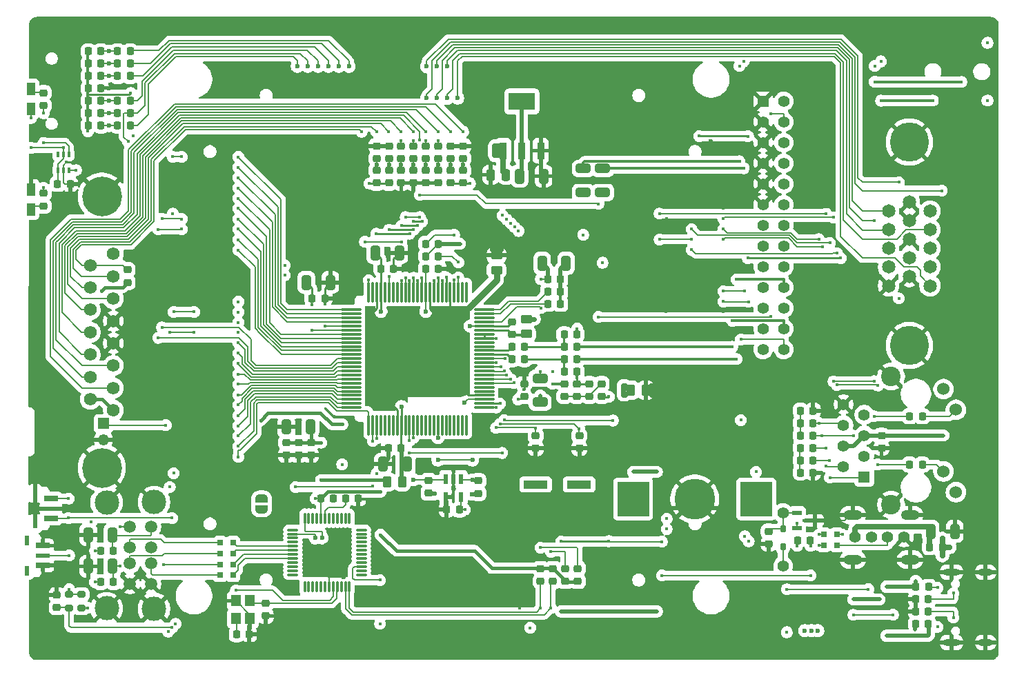
<source format=gbr>
%TF.GenerationSoftware,KiCad,Pcbnew,9.0.0*%
%TF.CreationDate,2025-05-16T22:45:05-04:00*%
%TF.ProjectId,REV.C,5245562e-432e-46b6-9963-61645f706362,0.1*%
%TF.SameCoordinates,Original*%
%TF.FileFunction,Copper,L4,Bot*%
%TF.FilePolarity,Positive*%
%FSLAX46Y46*%
G04 Gerber Fmt 4.6, Leading zero omitted, Abs format (unit mm)*
G04 Created by KiCad (PCBNEW 9.0.0) date 2025-05-16 22:45:05*
%MOMM*%
%LPD*%
G01*
G04 APERTURE LIST*
G04 Aperture macros list*
%AMRoundRect*
0 Rectangle with rounded corners*
0 $1 Rounding radius*
0 $2 $3 $4 $5 $6 $7 $8 $9 X,Y pos of 4 corners*
0 Add a 4 corners polygon primitive as box body*
4,1,4,$2,$3,$4,$5,$6,$7,$8,$9,$2,$3,0*
0 Add four circle primitives for the rounded corners*
1,1,$1+$1,$2,$3*
1,1,$1+$1,$4,$5*
1,1,$1+$1,$6,$7*
1,1,$1+$1,$8,$9*
0 Add four rect primitives between the rounded corners*
20,1,$1+$1,$2,$3,$4,$5,0*
20,1,$1+$1,$4,$5,$6,$7,0*
20,1,$1+$1,$6,$7,$8,$9,0*
20,1,$1+$1,$8,$9,$2,$3,0*%
%AMFreePoly0*
4,1,23,0.500000,-0.750000,0.000000,-0.750000,0.000000,-0.745722,-0.065263,-0.745722,-0.191342,-0.711940,-0.304381,-0.646677,-0.396677,-0.554381,-0.461940,-0.441342,-0.495722,-0.315263,-0.495722,-0.250000,-0.500000,-0.250000,-0.500000,0.250000,-0.495722,0.250000,-0.495722,0.315263,-0.461940,0.441342,-0.396677,0.554381,-0.304381,0.646677,-0.191342,0.711940,-0.065263,0.745722,0.000000,0.745722,
0.000000,0.750000,0.500000,0.750000,0.500000,-0.750000,0.500000,-0.750000,$1*%
%AMFreePoly1*
4,1,23,0.000000,0.745722,0.065263,0.745722,0.191342,0.711940,0.304381,0.646677,0.396677,0.554381,0.461940,0.441342,0.495722,0.315263,0.495722,0.250000,0.500000,0.250000,0.500000,-0.250000,0.495722,-0.250000,0.495722,-0.315263,0.461940,-0.441342,0.396677,-0.554381,0.304381,-0.646677,0.191342,-0.711940,0.065263,-0.745722,0.000000,-0.745722,0.000000,-0.750000,-0.500000,-0.750000,
-0.500000,0.750000,0.000000,0.750000,0.000000,0.745722,0.000000,0.745722,$1*%
G04 Aperture macros list end*
%TA.AperFunction,ComponentPad*%
%ADD10R,1.350000X1.350000*%
%TD*%
%TA.AperFunction,ComponentPad*%
%ADD11O,1.350000X1.350000*%
%TD*%
%TA.AperFunction,ComponentPad*%
%ADD12C,1.500000*%
%TD*%
%TA.AperFunction,ComponentPad*%
%ADD13C,3.000000*%
%TD*%
%TA.AperFunction,ComponentPad*%
%ADD14C,1.562000*%
%TD*%
%TA.AperFunction,ComponentPad*%
%ADD15C,4.877000*%
%TD*%
%TA.AperFunction,ComponentPad*%
%ADD16C,1.397000*%
%TD*%
%TA.AperFunction,ComponentPad*%
%ADD17R,1.397000X1.397000*%
%TD*%
%TA.AperFunction,ComponentPad*%
%ADD18R,1.408000X1.408000*%
%TD*%
%TA.AperFunction,ComponentPad*%
%ADD19C,1.408000*%
%TD*%
%TA.AperFunction,ComponentPad*%
%ADD20C,1.530000*%
%TD*%
%TA.AperFunction,ComponentPad*%
%ADD21C,2.400000*%
%TD*%
%TA.AperFunction,ComponentPad*%
%ADD22C,1.650000*%
%TD*%
%TA.AperFunction,ComponentPad*%
%ADD23C,4.800000*%
%TD*%
%TA.AperFunction,ComponentPad*%
%ADD24C,1.420000*%
%TD*%
%TA.AperFunction,ComponentPad*%
%ADD25O,2.250000X1.250000*%
%TD*%
%TA.AperFunction,ComponentPad*%
%ADD26O,2.000000X0.900000*%
%TD*%
%TA.AperFunction,ComponentPad*%
%ADD27O,1.700000X0.900000*%
%TD*%
%TA.AperFunction,SMDPad,CuDef*%
%ADD28RoundRect,0.225000X0.225000X0.250000X-0.225000X0.250000X-0.225000X-0.250000X0.225000X-0.250000X0*%
%TD*%
%TA.AperFunction,SMDPad,CuDef*%
%ADD29R,0.700000X0.700000*%
%TD*%
%TA.AperFunction,SMDPad,CuDef*%
%ADD30RoundRect,0.225000X-0.250000X0.225000X-0.250000X-0.225000X0.250000X-0.225000X0.250000X0.225000X0*%
%TD*%
%TA.AperFunction,SMDPad,CuDef*%
%ADD31RoundRect,0.250000X0.325000X0.650000X-0.325000X0.650000X-0.325000X-0.650000X0.325000X-0.650000X0*%
%TD*%
%TA.AperFunction,SMDPad,CuDef*%
%ADD32RoundRect,0.250000X-0.650000X0.325000X-0.650000X-0.325000X0.650000X-0.325000X0.650000X0.325000X0*%
%TD*%
%TA.AperFunction,SMDPad,CuDef*%
%ADD33RoundRect,0.100000X0.100000X-0.225000X0.100000X0.225000X-0.100000X0.225000X-0.100000X-0.225000X0*%
%TD*%
%TA.AperFunction,SMDPad,CuDef*%
%ADD34RoundRect,0.250000X-0.325000X-0.650000X0.325000X-0.650000X0.325000X0.650000X-0.325000X0.650000X0*%
%TD*%
%TA.AperFunction,SMDPad,CuDef*%
%ADD35RoundRect,0.225000X-0.225000X-0.250000X0.225000X-0.250000X0.225000X0.250000X-0.225000X0.250000X0*%
%TD*%
%TA.AperFunction,SMDPad,CuDef*%
%ADD36RoundRect,0.225000X0.250000X-0.225000X0.250000X0.225000X-0.250000X0.225000X-0.250000X-0.225000X0*%
%TD*%
%TA.AperFunction,SMDPad,CuDef*%
%ADD37R,1.000000X1.500000*%
%TD*%
%TA.AperFunction,SMDPad,CuDef*%
%ADD38RoundRect,0.250000X-0.450000X0.262500X-0.450000X-0.262500X0.450000X-0.262500X0.450000X0.262500X0*%
%TD*%
%TA.AperFunction,SMDPad,CuDef*%
%ADD39RoundRect,0.075000X0.075000X-1.162500X0.075000X1.162500X-0.075000X1.162500X-0.075000X-1.162500X0*%
%TD*%
%TA.AperFunction,SMDPad,CuDef*%
%ADD40RoundRect,0.075000X1.162500X-0.075000X1.162500X0.075000X-1.162500X0.075000X-1.162500X-0.075000X0*%
%TD*%
%TA.AperFunction,SMDPad,CuDef*%
%ADD41R,1.200000X1.400000*%
%TD*%
%TA.AperFunction,SMDPad,CuDef*%
%ADD42RoundRect,0.218750X-0.218750X-0.256250X0.218750X-0.256250X0.218750X0.256250X-0.218750X0.256250X0*%
%TD*%
%TA.AperFunction,SMDPad,CuDef*%
%ADD43R,1.200000X0.600000*%
%TD*%
%TA.AperFunction,SMDPad,CuDef*%
%ADD44RoundRect,0.250000X0.250000X0.475000X-0.250000X0.475000X-0.250000X-0.475000X0.250000X-0.475000X0*%
%TD*%
%TA.AperFunction,SMDPad,CuDef*%
%ADD45O,1.400000X0.300000*%
%TD*%
%TA.AperFunction,SMDPad,CuDef*%
%ADD46O,0.300000X1.400000*%
%TD*%
%TA.AperFunction,SMDPad,CuDef*%
%ADD47RoundRect,0.250000X0.650000X-0.325000X0.650000X0.325000X-0.650000X0.325000X-0.650000X-0.325000X0*%
%TD*%
%TA.AperFunction,SMDPad,CuDef*%
%ADD48RoundRect,0.200000X0.275000X-0.200000X0.275000X0.200000X-0.275000X0.200000X-0.275000X-0.200000X0*%
%TD*%
%TA.AperFunction,SMDPad,CuDef*%
%ADD49FreePoly0,270.000000*%
%TD*%
%TA.AperFunction,SMDPad,CuDef*%
%ADD50FreePoly1,270.000000*%
%TD*%
%TA.AperFunction,SMDPad,CuDef*%
%ADD51RoundRect,0.250000X-0.262500X-0.450000X0.262500X-0.450000X0.262500X0.450000X-0.262500X0.450000X0*%
%TD*%
%TA.AperFunction,SMDPad,CuDef*%
%ADD52R,0.950000X2.150000*%
%TD*%
%TA.AperFunction,SMDPad,CuDef*%
%ADD53R,3.250000X2.150000*%
%TD*%
%TA.AperFunction,SMDPad,CuDef*%
%ADD54RoundRect,0.175000X0.175000X-0.275000X0.175000X0.275000X-0.175000X0.275000X-0.175000X-0.275000X0*%
%TD*%
%TA.AperFunction,SMDPad,CuDef*%
%ADD55R,1.800000X0.700000*%
%TD*%
%TA.AperFunction,SMDPad,CuDef*%
%ADD56R,1.800000X0.600000*%
%TD*%
%TA.AperFunction,SMDPad,CuDef*%
%ADD57R,0.625000X1.300000*%
%TD*%
%TA.AperFunction,SMDPad,CuDef*%
%ADD58RoundRect,0.218750X0.218750X0.256250X-0.218750X0.256250X-0.218750X-0.256250X0.218750X-0.256250X0*%
%TD*%
%TA.AperFunction,SMDPad,CuDef*%
%ADD59RoundRect,0.250000X0.262500X0.450000X-0.262500X0.450000X-0.262500X-0.450000X0.262500X-0.450000X0*%
%TD*%
%TA.AperFunction,SMDPad,CuDef*%
%ADD60R,3.000000X1.000000*%
%TD*%
%TA.AperFunction,SMDPad,CuDef*%
%ADD61R,3.900000X4.200000*%
%TD*%
%TA.AperFunction,SMDPad,CuDef*%
%ADD62C,5.000000*%
%TD*%
%TA.AperFunction,SMDPad,CuDef*%
%ADD63R,0.600000X1.200000*%
%TD*%
%TA.AperFunction,ViaPad*%
%ADD64C,0.450000*%
%TD*%
%TA.AperFunction,ViaPad*%
%ADD65C,0.600000*%
%TD*%
%TA.AperFunction,Conductor*%
%ADD66C,0.200000*%
%TD*%
%TA.AperFunction,Conductor*%
%ADD67C,0.250000*%
%TD*%
%TA.AperFunction,Conductor*%
%ADD68C,0.600000*%
%TD*%
%TA.AperFunction,Conductor*%
%ADD69C,0.500000*%
%TD*%
%TA.AperFunction,Conductor*%
%ADD70C,0.300000*%
%TD*%
%TA.AperFunction,Conductor*%
%ADD71C,0.400000*%
%TD*%
%TA.AperFunction,Conductor*%
%ADD72C,0.700000*%
%TD*%
%TA.AperFunction,Conductor*%
%ADD73C,0.127000*%
%TD*%
%TA.AperFunction,Conductor*%
%ADD74C,0.150000*%
%TD*%
%TA.AperFunction,Conductor*%
%ADD75C,0.800000*%
%TD*%
G04 APERTURE END LIST*
D10*
%TO.P,P1,1*%
%TO.N,/PWR_SW*%
X105350000Y-109260000D03*
D11*
%TO.P,P1,2*%
%TO.N,GND*%
X105350000Y-111260000D03*
%TD*%
D12*
%TO.P,J3,1,VBUS1*%
%TO.N,Net-(J3-VBUS1)*%
X111200000Y-121950000D03*
%TO.P,J3,2,D1-*%
%TO.N,Net-(J3-D1-)*%
X111200000Y-124450000D03*
%TO.P,J3,3,D1+*%
%TO.N,Net-(J3-D1+)*%
X111200000Y-126450000D03*
%TO.P,J3,4,GND1*%
%TO.N,GND*%
X111200000Y-128950000D03*
%TO.P,J3,5,VBUS2*%
%TO.N,Net-(J3-VBUS2)*%
X108600000Y-121950000D03*
%TO.P,J3,6,D2-*%
%TO.N,Net-(J3-D2-)*%
X108600000Y-124450000D03*
%TO.P,J3,7,D2+*%
%TO.N,Net-(J3-D2+)*%
X108600000Y-126450000D03*
%TO.P,J3,8,GND2*%
%TO.N,GND*%
X108600000Y-128950000D03*
D13*
%TO.P,J3,S,Shield*%
X111550000Y-118900000D03*
X105750000Y-118950000D03*
X105750000Y-131950000D03*
X111550000Y-132000000D03*
%TD*%
D14*
%TO.P,J2,1,1*%
%TO.N,+5VFILT*%
X106572000Y-107631000D03*
%TO.P,J2,2,2*%
%TO.N,/JAB1*%
X106572000Y-104888000D03*
%TO.P,J2,3,3*%
%TO.N,Net-(J2-Pad3)*%
X106572000Y-102145000D03*
%TO.P,J2,4,4*%
%TO.N,GND*%
X106572000Y-99401000D03*
%TO.P,J2,5,5*%
X106572000Y-96658000D03*
%TO.P,J2,6,6*%
%TO.N,Net-(J2-Pad6)*%
X106572000Y-93915000D03*
%TO.P,J2,7,7*%
%TO.N,/JAB2*%
X106572000Y-91172000D03*
%TO.P,J2,8,8*%
%TO.N,+5VFILT*%
X106572000Y-88429000D03*
%TO.P,J2,9,9*%
X103727000Y-106259000D03*
%TO.P,J2,10,10*%
%TO.N,/JBB1*%
X103727000Y-103516000D03*
%TO.P,J2,11,11*%
%TO.N,Net-(J2-Pad11)*%
X103727000Y-100773000D03*
%TO.P,J2,12,12*%
%TO.N,/MIDOUT*%
X103727000Y-98030000D03*
%TO.P,J2,13,13*%
%TO.N,Net-(J2-Pad13)*%
X103727000Y-95287000D03*
%TO.P,J2,14,14*%
%TO.N,/JBB2*%
X103727000Y-92543000D03*
%TO.P,J2,15,15*%
%TO.N,/MIDIN*%
X103727000Y-89800000D03*
D15*
%TO.P,J2,MH1,MH1*%
%TO.N,GND*%
X105150000Y-81367000D03*
%TO.P,J2,MH2,MH2*%
X105150000Y-114692000D03*
%TD*%
D16*
%TO.P,SP1,1*%
%TO.N,VCC*%
X188730000Y-126751200D03*
%TO.P,SP1,2*%
%TO.N,Net-(D3-A)*%
X188730000Y-120248800D03*
%TD*%
D17*
%TO.P,J9,1,GND*%
%TO.N,GND*%
X186280000Y-69670000D03*
D16*
%TO.P,J9,2,NC*%
%TO.N,unconnected-(J9-NC-Pad2)*%
X188820000Y-69670000D03*
%TO.P,J9,3,GND*%
%TO.N,GND*%
X186280000Y-72210000D03*
%TO.P,J9,4,MIDI_IN*%
%TO.N,/MIDOUT*%
X188820000Y-72210000D03*
%TO.P,J9,5,GND*%
%TO.N,GND*%
X186280000Y-74750000D03*
%TO.P,J9,6,VCC*%
%TO.N,VCC*%
X188820000Y-74750000D03*
%TO.P,J9,7,GND*%
%TO.N,GND*%
X186280000Y-77290000D03*
%TO.P,J9,8,NC*%
%TO.N,unconnected-(J9-NC-Pad8)*%
X188820000Y-77290000D03*
%TO.P,J9,9,GND*%
%TO.N,GND*%
X186280000Y-79830000D03*
%TO.P,J9,10,VCC*%
%TO.N,VCC*%
X188820000Y-79830000D03*
%TO.P,J9,11,GND*%
%TO.N,GND*%
X186280000Y-82370000D03*
%TO.P,J9,12,NC*%
%TO.N,unconnected-(J9-NC-Pad12)*%
X188820000Y-82370000D03*
%TO.P,J9,13,NC*%
%TO.N,unconnected-(J9-NC-Pad13)*%
X186280000Y-84910000D03*
%TO.P,J9,14,VCC*%
%TO.N,VCC*%
X188820000Y-84910000D03*
%TO.P,J9,15,AGND*%
%TO.N,AGND*%
X186280000Y-87450000D03*
%TO.P,J9,16,NC*%
%TO.N,unconnected-(J9-NC-Pad16)*%
X188820000Y-87450000D03*
%TO.P,J9,17,AGND*%
%TO.N,AGND*%
X186280000Y-89990000D03*
%TO.P,J9,18,+12V*%
%TO.N,unconnected-(J9-+12V-Pad18)*%
X188820000Y-89990000D03*
%TO.P,J9,19,AGND*%
%TO.N,AGND*%
X186280000Y-92530000D03*
%TO.P,J9,20,AUDIO_R*%
%TO.N,/CS_WT_IN_R*%
X188820000Y-92530000D03*
%TO.P,J9,21,AGND*%
%TO.N,AGND*%
X186280000Y-95070000D03*
%TO.P,J9,22,-12V*%
%TO.N,unconnected-(J9--12V-Pad22)*%
X188820000Y-95070000D03*
%TO.P,J9,23,AGND*%
%TO.N,AGND*%
X186280000Y-97610000D03*
%TO.P,J9,24,AUDIO_L*%
%TO.N,/CS_WT_IN_L*%
X188820000Y-97610000D03*
%TO.P,J9,25,AGND*%
%TO.N,AGND*%
X186280000Y-100150000D03*
%TO.P,J9,26,~{RESET}*%
%TO.N,/~{WT_RESET}*%
X188820000Y-100150000D03*
%TD*%
D18*
%TO.P,J7,1,TD+*%
%TO.N,/LANTX-*%
X198700000Y-115790000D03*
D19*
%TO.P,J7,2,TD-*%
%TO.N,/LANTX+*%
X196160000Y-114520000D03*
%TO.P,J7,3,RD+*%
%TO.N,/LANRX+*%
X198700000Y-113250000D03*
%TO.P,J7,4,TCT*%
%TO.N,+3.3V*%
X196160000Y-111980000D03*
%TO.P,J7,5,RCT*%
X198700000Y-110710000D03*
%TO.P,J7,6,RD-*%
%TO.N,/LANRX-*%
X196160000Y-109440000D03*
%TO.P,J7,7,NC*%
%TO.N,unconnected-(J7-NC-Pad7)*%
X198700000Y-108170000D03*
%TO.P,J7,8,C1*%
%TO.N,GND*%
X196160000Y-106900000D03*
D20*
%TO.P,J7,9,D1*%
%TO.N,+3.3V*%
X209950000Y-117670000D03*
%TO.P,J7,10,D2*%
%TO.N,Net-(J7-D2)*%
X208430000Y-115130000D03*
%TO.P,J7,11,D4*%
%TO.N,Net-(J7-D4)*%
X209950000Y-107560000D03*
%TO.P,J7,12,D3*%
%TO.N,+3.3V*%
X208430000Y-105020000D03*
D21*
%TO.P,J7,CASE@1,CASE@1*%
%TO.N,GND*%
X202000000Y-119220000D03*
%TO.P,J7,CASE@2,CASE@2*%
X202000000Y-103470000D03*
%TD*%
D22*
%TO.P,J4,1,1*%
%TO.N,/ROUT*%
X201690000Y-83172000D03*
%TO.P,J4,2,2*%
%TO.N,/GOUT*%
X201690000Y-85462000D03*
%TO.P,J4,3,3*%
%TO.N,/BOUT*%
X201690000Y-87752000D03*
%TO.P,J4,4,4*%
%TO.N,unconnected-(J4-Pad4)*%
X201690000Y-90042000D03*
%TO.P,J4,5,5*%
%TO.N,GND*%
X201690000Y-92332000D03*
%TO.P,J4,6,6*%
X204230000Y-82027000D03*
%TO.P,J4,7,7*%
X204230000Y-84317000D03*
%TO.P,J4,8,8*%
X204230000Y-86607000D03*
%TO.P,J4,9,9*%
%TO.N,VCC*%
X204230000Y-88897000D03*
%TO.P,J4,10,10*%
%TO.N,GND*%
X204230000Y-91187000D03*
%TO.P,J4,11,11*%
%TO.N,unconnected-(J4-Pad11)*%
X206770000Y-83172000D03*
%TO.P,J4,12,12*%
%TO.N,/DDCDAT*%
X206770000Y-85462000D03*
%TO.P,J4,13,13*%
%TO.N,/HSYNC*%
X206770000Y-87752000D03*
%TO.P,J4,14,14*%
%TO.N,/VSYNC*%
X206770000Y-90042000D03*
%TO.P,J4,15,15*%
%TO.N,/DDCCLK*%
X206770000Y-92332000D03*
D23*
%TO.P,J4,MH1,MH1*%
%TO.N,GND*%
X204230000Y-74685000D03*
%TO.P,J4,MH2,MH2*%
X204230000Y-99674000D03*
%TD*%
D24*
%TO.P,J1,1,1*%
%TO.N,Net-(C25-Pad1)*%
X197578000Y-123222500D03*
%TO.P,J1,2,2*%
%TO.N,Net-(J1-Pad2)*%
X199578000Y-123222500D03*
%TO.P,J1,3,3*%
%TO.N,Net-(J1-Pad3)*%
X201578000Y-123222500D03*
%TO.P,J1,4,4*%
%TO.N,GND*%
X203578000Y-123222500D03*
D25*
%TO.P,J1,5,5*%
X197308000Y-120487500D03*
%TO.P,J1,6,6*%
X204308000Y-120487500D03*
%TO.P,J1,7,7*%
X197308000Y-125957500D03*
%TO.P,J1,8,8*%
X204308000Y-125957500D03*
%TD*%
D26*
%TO.P,J8,S,SHIELD*%
%TO.N,GND*%
X209410000Y-136150000D03*
D27*
X213590000Y-136150000D03*
D26*
X209410000Y-127500000D03*
D27*
X213590000Y-127500000D03*
%TD*%
D28*
%TO.P,R18,1*%
%TO.N,/IDED0*%
X108625000Y-63530000D03*
%TO.P,R18,2*%
%TO.N,Net-(J5-DAT2)*%
X107075000Y-63530000D03*
%TD*%
D29*
%TO.P,L2,1*%
%TO.N,Net-(U6-P5.4)*%
X121260000Y-126570000D03*
%TO.P,L2,2*%
%TO.N,Net-(J3-D1-)*%
X119660000Y-126570000D03*
%TO.P,L2,3*%
%TO.N,Net-(J3-D1+)*%
X119660000Y-127870000D03*
%TO.P,L2,4*%
%TO.N,Net-(U6-P5.5)*%
X121260000Y-127870000D03*
%TD*%
D30*
%TO.P,C13,1*%
%TO.N,Net-(U3-MIN)*%
X161900000Y-104365000D03*
%TO.P,C13,2*%
%TO.N,Net-(C13-Pad2)*%
X161900000Y-105915000D03*
%TD*%
D31*
%TO.P,C46,1*%
%TO.N,VCC*%
X130750000Y-109665000D03*
%TO.P,C46,2*%
%TO.N,GND*%
X127800000Y-109665000D03*
%TD*%
D32*
%TO.P,C5,1*%
%TO.N,Net-(U3-LMIC)*%
X158930000Y-103685000D03*
%TO.P,C5,2*%
%TO.N,AGND*%
X158930000Y-106635000D03*
%TD*%
D30*
%TO.P,R37,1*%
%TO.N,VCC*%
X98010000Y-80975000D03*
%TO.P,R37,2*%
%TO.N,Net-(D2-Pad1)*%
X98010000Y-82525000D03*
%TD*%
D33*
%TO.P,U7,1*%
%TO.N,/IDED4*%
X101100000Y-78130000D03*
%TO.P,U7,2,GND*%
%TO.N,GND*%
X100450000Y-78130000D03*
%TO.P,U7,3*%
%TO.N,+3.3V*%
X99800000Y-78130000D03*
%TO.P,U7,4*%
%TO.N,unconnected-(U7-Pad4)*%
X99800000Y-76230000D03*
%TO.P,U7,5,VCC*%
%TO.N,+3.3V*%
X100450000Y-76230000D03*
%TO.P,U7,6*%
%TO.N,Net-(R19-Pad2)*%
X101100000Y-76230000D03*
%TD*%
D34*
%TO.P,C6,1*%
%TO.N,Net-(U3-REFFLT)*%
X159175000Y-89570000D03*
%TO.P,C6,2*%
%TO.N,AGND*%
X162125000Y-89570000D03*
%TD*%
D30*
%TO.P,C34,1*%
%TO.N,+3.3V*%
X200820000Y-110715000D03*
%TO.P,C34,2*%
%TO.N,GND*%
X200820000Y-112265000D03*
%TD*%
D28*
%TO.P,C1,1*%
%TO.N,+5VFILT*%
X141885000Y-112300000D03*
%TO.P,C1,2*%
%TO.N,GND*%
X140335000Y-112300000D03*
%TD*%
D35*
%TO.P,C30,1*%
%TO.N,+3.3V*%
X99725000Y-79825000D03*
%TO.P,C30,2*%
%TO.N,GND*%
X101275000Y-79825000D03*
%TD*%
D28*
%TO.P,R31,1*%
%TO.N,/IDED4*%
X108622500Y-71130000D03*
%TO.P,R31,2*%
%TO.N,Net-(J5-DAT0)*%
X107072500Y-71130000D03*
%TD*%
D36*
%TO.P,C4,1*%
%TO.N,+5VFILT*%
X156970000Y-105935000D03*
%TO.P,C4,2*%
%TO.N,GND*%
X156970000Y-104385000D03*
%TD*%
D28*
%TO.P,R40,1*%
%TO.N,Net-(J8-CC1)*%
X206575000Y-132330000D03*
%TO.P,R40,2*%
%TO.N,GND*%
X205025000Y-132330000D03*
%TD*%
D37*
%TO.P,D2,1*%
%TO.N,Net-(D2-Pad1)*%
X96465000Y-82980000D03*
%TO.P,D2,2*%
%TO.N,GND*%
X96465000Y-80480000D03*
%TD*%
D28*
%TO.P,C24,1*%
%TO.N,VCC*%
X149025000Y-119812500D03*
%TO.P,C24,2*%
%TO.N,GND*%
X147475000Y-119812500D03*
%TD*%
D38*
%TO.P,FB1,1*%
%TO.N,VCC*%
X157220000Y-96425000D03*
%TO.P,FB1,2*%
%TO.N,+5VA*%
X157220000Y-98250000D03*
%TD*%
D39*
%TO.P,U3,1,XD7/SDATA*%
%TO.N,unconnected-(U3-XD7{slash}SDATA-Pad1)*%
X149900000Y-109450000D03*
%TO.P,U3,2,XD6/LRCK*%
%TO.N,unconnected-(U3-XD6{slash}LRCK-Pad2)*%
X149400000Y-109450000D03*
%TO.P,U3,3,XD5/MCLK*%
%TO.N,unconnected-(U3-XD5{slash}MCLK-Pad3)*%
X148900000Y-109450000D03*
%TO.P,U3,4,XD4/FSYNC*%
%TO.N,unconnected-(U3-XD4{slash}FSYNC-Pad4)*%
X148400000Y-109450000D03*
%TO.P,U3,5,XD3/SDOUT*%
%TO.N,unconnected-(U3-XD3{slash}SDOUT-Pad5)*%
X147900000Y-109450000D03*
%TO.P,U3,6,XD2/SDIN*%
%TO.N,unconnected-(U3-XD2{slash}SDIN-Pad6)*%
X147400000Y-109450000D03*
%TO.P,U3,7,XD1/SCLK*%
%TO.N,unconnected-(U3-XD1{slash}SCLK-Pad7)*%
X146900000Y-109450000D03*
%TO.P,U3,8,SDA/XD0*%
%TO.N,/CS_SDA*%
X146400000Y-109450000D03*
%TO.P,U3,9,~{SCS}/~{UP}*%
%TO.N,unconnected-(U3-~{SCS}{slash}~{UP}-Pad9)*%
X145900000Y-109450000D03*
%TO.P,U3,10,~{XIOR}*%
%TO.N,unconnected-(U3-~{XIOR}-Pad10)*%
X145400000Y-109450000D03*
%TO.P,U3,11,~{XIOW}*%
%TO.N,unconnected-(U3-~{XIOW}-Pad11)*%
X144900000Y-109450000D03*
%TO.P,U3,12,XCTL0\u002A/XA2*%
%TO.N,unconnected-(U3-XCTL0\u002A{slash}XA2-Pad12)*%
X144400000Y-109450000D03*
%TO.P,U3,13,XA1*%
%TO.N,unconnected-(U3-XA1-Pad13)*%
X143900000Y-109450000D03*
%TO.P,U3,14,SCL/XA0*%
%TO.N,/CS_SCL*%
X143400000Y-109450000D03*
%TO.P,U3,15,~{BRESET}*%
%TO.N,/~{WT_RESET}*%
X142900000Y-109450000D03*
%TO.P,U3,16,XCTL1\u002A/~{SINT}*%
%TO.N,unconnected-(U3-XCTL1\u002A{slash}~{SINT}-Pad16)*%
X142400000Y-109450000D03*
%TO.P,U3,17,VDF1*%
%TO.N,+5VFILT*%
X141900000Y-109450000D03*
%TO.P,U3,18,SGND1*%
%TO.N,SGND*%
X141400000Y-109450000D03*
%TO.P,U3,19,(INT15\u002A)IRQF*%
%TO.N,unconnected-(U3-(INT15\u002A)IRQF-Pad19)*%
X140900000Y-109450000D03*
%TO.P,U3,20,(INT12\u002A)IRQE*%
%TO.N,unconnected-(U3-(INT12\u002A)IRQE-Pad20)*%
X140400000Y-109450000D03*
%TO.P,U3,21,(INT11\u002A)IRQD*%
%TO.N,unconnected-(U3-(INT11\u002A)IRQD-Pad21)*%
X139900000Y-109450000D03*
%TO.P,U3,22,(INT9\u002A)IRQC*%
%TO.N,unconnected-(U3-(INT9\u002A)IRQC-Pad22)*%
X139400000Y-109450000D03*
%TO.P,U3,23,(INT7\u002A)IRQB*%
%TO.N,/IRQ7*%
X138900000Y-109450000D03*
%TO.P,U3,24,(INT5\u002A)IRQA*%
%TO.N,/IRQ5*%
X138400000Y-109450000D03*
%TO.P,U3,25,SA0*%
%TO.N,/A0*%
X137900000Y-109450000D03*
D40*
%TO.P,U3,26,SA1*%
%TO.N,/A1*%
X135737500Y-107287500D03*
%TO.P,U3,27,SA2*%
%TO.N,/A2*%
X135737500Y-106787500D03*
%TO.P,U3,28,SA3*%
%TO.N,/A3*%
X135737500Y-106287500D03*
%TO.P,U3,29,SA4*%
%TO.N,/A4*%
X135737500Y-105787500D03*
%TO.P,U3,30,SA5*%
%TO.N,/A5*%
X135737500Y-105287500D03*
%TO.P,U3,31,SA6*%
%TO.N,/A6*%
X135737500Y-104787500D03*
%TO.P,U3,32,SA7*%
%TO.N,/A7*%
X135737500Y-104287500D03*
%TO.P,U3,33,SA8*%
%TO.N,/A8*%
X135737500Y-103787500D03*
%TO.P,U3,34,SA9*%
%TO.N,/A9*%
X135737500Y-103287500D03*
%TO.P,U3,35,SA10*%
%TO.N,/A10*%
X135737500Y-102787500D03*
%TO.P,U3,36,SA11*%
%TO.N,/A11*%
X135737500Y-102287500D03*
%TO.P,U3,37,~{IOR}*%
%TO.N,/~{IOR}*%
X135737500Y-101787500D03*
%TO.P,U3,38,~{IOW}*%
%TO.N,/~{IOW}*%
X135737500Y-101287500D03*
%TO.P,U3,39,AEN*%
%TO.N,/AEN*%
X135737500Y-100787500D03*
%TO.P,U3,40,IOCHRDY*%
%TO.N,/IOCHRDY*%
X135737500Y-100287500D03*
%TO.P,U3,41,SD0*%
%TO.N,/D0*%
X135737500Y-99787500D03*
%TO.P,U3,42,SD1*%
%TO.N,/D1*%
X135737500Y-99287500D03*
%TO.P,U3,43,SD2*%
%TO.N,/D2*%
X135737500Y-98787500D03*
%TO.P,U3,44,SD3*%
%TO.N,/D3*%
X135737500Y-98287500D03*
%TO.P,U3,45,VD1*%
%TO.N,VCC*%
X135737500Y-97787500D03*
%TO.P,U3,46,DGND1*%
%TO.N,GND*%
X135737500Y-97287500D03*
%TO.P,U3,47,SD4*%
%TO.N,/D4*%
X135737500Y-96787500D03*
%TO.P,U3,48,SD5*%
%TO.N,/D5*%
X135737500Y-96287500D03*
%TO.P,U3,49,SD6*%
%TO.N,/D6*%
X135737500Y-95787500D03*
%TO.P,U3,50,SD7*%
%TO.N,/D7*%
X135737500Y-95287500D03*
D39*
%TO.P,U3,51,DRQB(DRQ1\u002A)*%
%TO.N,/DRQ1*%
X137900000Y-93125000D03*
%TO.P,U3,52,DRQC(DRQ3\u002A)*%
%TO.N,unconnected-(U3-DRQC(DRQ3\u002A)-Pad52)*%
X138400000Y-93125000D03*
%TO.P,U3,53,SGND4*%
%TO.N,SGND*%
X138900000Y-93125000D03*
%TO.P,U3,54,VDF4*%
%TO.N,+5VFILT*%
X139400000Y-93125000D03*
%TO.P,U3,55,DRQA(DRQ0\u002A)*%
%TO.N,unconnected-(U3-DRQA(DRQ0\u002A)-Pad55)*%
X139900000Y-93125000D03*
%TO.P,U3,56,~{DACKB}(~{DACK1}\u002A)*%
%TO.N,/~{DACK1}*%
X140400000Y-93125000D03*
%TO.P,U3,57,~{DACKC}(~{DACK3}\u002A)*%
%TO.N,unconnected-(U3-~{DACKC}(~{DACK3}\u002A)-Pad57)*%
X140900000Y-93125000D03*
%TO.P,U3,58,~{DACKA}(~{DACK0}\u002A)*%
%TO.N,unconnected-(U3-~{DACKA}(~{DACK0}\u002A)-Pad58)*%
X141400000Y-93125000D03*
%TO.P,U3,59,MIDIN*%
%TO.N,/MIDIN*%
X141900000Y-93125000D03*
%TO.P,U3,60,MIDOUT*%
%TO.N,/MIDOUT*%
X142400000Y-93125000D03*
%TO.P,U3,61,JAB2*%
%TO.N,/JAB2*%
X142900000Y-93125000D03*
%TO.P,U3,62,JBB2\u002A/SCLK*%
%TO.N,/JBB2*%
X143400000Y-93125000D03*
%TO.P,U3,63,JACY*%
%TO.N,/JACY*%
X143900000Y-93125000D03*
%TO.P,U3,64,JBCY\u002A/SDIN*%
%TO.N,/JBCY*%
X144400000Y-93125000D03*
%TO.P,U3,65,VDF2*%
%TO.N,+5VFILT*%
X144900000Y-93125000D03*
%TO.P,U3,66,SGND2*%
%TO.N,SGND*%
X145400000Y-93125000D03*
%TO.P,U3,67,JBCX\u002A/SDOUT*%
%TO.N,/JBCX*%
X145900000Y-93125000D03*
%TO.P,U3,68,JACX*%
%TO.N,/JACX*%
X146400000Y-93125000D03*
%TO.P,U3,69,JBB1\u002A/FSYNC*%
%TO.N,/JBB1*%
X146900000Y-93125000D03*
%TO.P,U3,70,JAB1*%
%TO.N,/JAB1*%
X147400000Y-93125000D03*
%TO.P,U3,71,TEST*%
%TO.N,SGND*%
X147900000Y-93125000D03*
%TO.P,U3,72,ROUT*%
%TO.N,Net-(U3-ROUT)*%
X148400000Y-93125000D03*
%TO.P,U3,73,LOUT*%
%TO.N,Net-(U3-LOUT)*%
X148900000Y-93125000D03*
%TO.P,U3,74,RAUX1*%
%TO.N,unconnected-(U3-RAUX1-Pad74)*%
X149400000Y-93125000D03*
%TO.P,U3,75,LAUX1*%
%TO.N,unconnected-(U3-LAUX1-Pad75)*%
X149900000Y-93125000D03*
D40*
%TO.P,U3,76,RFILT*%
%TO.N,Net-(U3-RFILT)*%
X152062500Y-95287500D03*
%TO.P,U3,77,LFILT*%
%TO.N,Net-(U3-LFILT)*%
X152062500Y-95787500D03*
%TO.P,U3,78,VREF*%
%TO.N,unconnected-(U3-VREF-Pad78)*%
X152062500Y-96287500D03*
%TO.P,U3,79,REFFLT*%
%TO.N,Net-(U3-REFFLT)*%
X152062500Y-96787500D03*
%TO.P,U3,80,AGND*%
%TO.N,AGND*%
X152062500Y-97287500D03*
%TO.P,U3,81,VA*%
%TO.N,+5VA*%
X152062500Y-97787500D03*
%TO.P,U3,82,RMIC*%
%TO.N,Net-(U3-LMIC)*%
X152062500Y-98287500D03*
%TO.P,U3,83,LMIC*%
X152062500Y-98787500D03*
%TO.P,U3,84,RAUX2*%
%TO.N,unconnected-(U3-RAUX2-Pad84)*%
X152062500Y-99287500D03*
%TO.P,U3,85,LAUX2*%
%TO.N,unconnected-(U3-LAUX2-Pad85)*%
X152062500Y-99787500D03*
%TO.P,U3,86,RLINE*%
%TO.N,Net-(U3-RLINE)*%
X152062500Y-100287500D03*
%TO.P,U3,87,LLINE*%
%TO.N,Net-(U3-LLINE)*%
X152062500Y-100787500D03*
%TO.P,U3,88,MIN*%
%TO.N,Net-(U3-MIN)*%
X152062500Y-101287500D03*
%TO.P,U3,89,MOUT*%
%TO.N,Net-(U3-LMIC)*%
X152062500Y-101787500D03*
%TO.P,U3,90,RESDRV*%
%TO.N,/RSTDRV*%
X152062500Y-102287500D03*
%TO.P,U3,91,SA15*%
%TO.N,/A15*%
X152062500Y-102787500D03*
%TO.P,U3,92,SA14*%
%TO.N,/A14*%
X152062500Y-103287500D03*
%TO.P,U3,93,SA13*%
%TO.N,/A13*%
X152062500Y-103787500D03*
%TO.P,U3,94,SA12*%
%TO.N,/A12*%
X152062500Y-104287500D03*
%TO.P,U3,95,MUTE*%
%TO.N,unconnected-(U3-MUTE-Pad95)*%
X152062500Y-104787500D03*
%TO.P,U3,96,CMAUX2*%
%TO.N,unconnected-(U3-CMAUX2-Pad96)*%
X152062500Y-105287500D03*
%TO.P,U3,97,SGND3*%
%TO.N,SGND*%
X152062500Y-105787500D03*
%TO.P,U3,98,VDF3*%
%TO.N,+5VFILT*%
X152062500Y-106287500D03*
%TO.P,U3,99,XTALO*%
%TO.N,Net-(U3-XTALO)*%
X152062500Y-106787500D03*
%TO.P,U3,100,XTALI*%
%TO.N,Net-(U3-XTALI)*%
X152062500Y-107287500D03*
%TD*%
D36*
%TO.P,C44,1*%
%TO.N,GND*%
X129285000Y-113140000D03*
%TO.P,C44,2*%
%TO.N,VCC*%
X129285000Y-111590000D03*
%TD*%
D28*
%TO.P,C12,1*%
%TO.N,AGND*%
X161425000Y-93050000D03*
%TO.P,C12,2*%
%TO.N,Net-(U3-RFILT)*%
X159875000Y-93050000D03*
%TD*%
D35*
%TO.P,C33,1*%
%TO.N,Net-(C33-Pad1)*%
X190870000Y-115280000D03*
%TO.P,C33,2*%
%TO.N,GND*%
X192420000Y-115280000D03*
%TD*%
%TO.P,R25,1*%
%TO.N,Net-(C33-Pad1)*%
X190870000Y-113760000D03*
%TO.P,R25,2*%
%TO.N,/LANTX-*%
X192420000Y-113760000D03*
%TD*%
%TO.P,C28,1*%
%TO.N,Net-(U3-ROUT)*%
X144910000Y-87170000D03*
%TO.P,C28,2*%
%TO.N,AGND*%
X146460000Y-87170000D03*
%TD*%
D41*
%TO.P,X2,1,1*%
%TO.N,Net-(U6-XO{slash}P4.7)*%
X121600000Y-133220000D03*
%TO.P,X2,2,2*%
%TO.N,GND*%
X121600000Y-131020000D03*
%TO.P,X2,3,3*%
%TO.N,Net-(U6-XI{slash}P4.6)*%
X123300000Y-131020000D03*
%TO.P,X2,4,4*%
%TO.N,GND*%
X123300000Y-133220000D03*
%TD*%
D28*
%TO.P,R39,1*%
%TO.N,Net-(J8-CC2)*%
X206575000Y-130810000D03*
%TO.P,R39,2*%
%TO.N,GND*%
X205025000Y-130810000D03*
%TD*%
D42*
%TO.P,F3,1*%
%TO.N,/HID_VCC*%
X105000000Y-124850000D03*
%TO.P,F3,2*%
%TO.N,Net-(J3-VBUS1)*%
X106575000Y-124850000D03*
%TD*%
D30*
%TO.P,R3,1*%
%TO.N,/JAB2*%
X138850000Y-78165000D03*
%TO.P,R3,2*%
%TO.N,+5VFILT*%
X138850000Y-79715000D03*
%TD*%
D28*
%TO.P,C50,1*%
%TO.N,GND*%
X136610000Y-118450000D03*
%TO.P,C50,2*%
%TO.N,Net-(U6-VDD33)*%
X135060000Y-118450000D03*
%TD*%
D30*
%TO.P,R1,1*%
%TO.N,/JBB2*%
X140370000Y-78165000D03*
%TO.P,R1,2*%
%TO.N,+5VFILT*%
X140370000Y-79715000D03*
%TD*%
D35*
%TO.P,R26,1*%
%TO.N,/~{LINKACT}*%
X204275000Y-108360000D03*
%TO.P,R26,2*%
%TO.N,Net-(J7-D4)*%
X205825000Y-108360000D03*
%TD*%
%TO.P,C3,1*%
%TO.N,+5VFILT*%
X144910000Y-90230000D03*
%TO.P,C3,2*%
%TO.N,GND*%
X146460000Y-90230000D03*
%TD*%
D30*
%TO.P,C26,1*%
%TO.N,GND*%
X99620000Y-130295000D03*
%TO.P,C26,2*%
%TO.N,/RESET*%
X99620000Y-131845000D03*
%TD*%
D35*
%TO.P,R14,1*%
%TO.N,+3.3V*%
X103500000Y-69610000D03*
%TO.P,R14,2*%
%TO.N,Net-(J5-CLK)*%
X105050000Y-69610000D03*
%TD*%
D34*
%TO.P,C25,1*%
%TO.N,Net-(C25-Pad1)*%
X206855000Y-122500000D03*
%TO.P,C25,2*%
%TO.N,GND*%
X209805000Y-122500000D03*
%TD*%
D43*
%TO.P,Q2,1,B*%
%TO.N,Net-(Q2-B)*%
X190450000Y-122110000D03*
%TO.P,Q2,2,E*%
%TO.N,GND*%
X192650000Y-121160000D03*
%TO.P,Q2,3,C*%
%TO.N,Net-(D3-A)*%
X190450000Y-120210000D03*
%TD*%
D28*
%TO.P,R30,1*%
%TO.N,/IDED3*%
X108625000Y-69610000D03*
%TO.P,R30,2*%
%TO.N,Net-(J5-CLK)*%
X107075000Y-69610000D03*
%TD*%
D35*
%TO.P,C2,1*%
%TO.N,+5VFILT*%
X139405000Y-90230000D03*
%TO.P,C2,2*%
%TO.N,GND*%
X140955000Y-90230000D03*
%TD*%
D44*
%TO.P,C29,1*%
%TO.N,VCC*%
X154760000Y-78700000D03*
%TO.P,C29,2*%
%TO.N,GND*%
X152860000Y-78700000D03*
%TD*%
D35*
%TO.P,C15,1*%
%TO.N,Net-(U3-RLINE)*%
X155455000Y-99820000D03*
%TO.P,C15,2*%
%TO.N,Net-(C15-Pad2)*%
X157005000Y-99820000D03*
%TD*%
D34*
%TO.P,C62,1*%
%TO.N,GND*%
X139635000Y-114255023D03*
%TO.P,C62,2*%
%TO.N,+5VFILT*%
X142585000Y-114255023D03*
%TD*%
D45*
%TO.P,U6,1*%
%TO.N,unconnected-(U6-Pad1)*%
X136990000Y-122315000D03*
%TO.P,U6,2*%
%TO.N,unconnected-(U6-Pad2)*%
X136990000Y-122815000D03*
%TO.P,U6,3*%
%TO.N,unconnected-(U6-Pad3)*%
X136990000Y-123315000D03*
%TO.P,U6,4*%
%TO.N,unconnected-(U6-Pad4)*%
X136990000Y-123815000D03*
%TO.P,U6,5*%
%TO.N,unconnected-(U6-Pad5)*%
X136990000Y-124315000D03*
%TO.P,U6,6*%
%TO.N,unconnected-(U6-Pad6)*%
X136990000Y-124815000D03*
%TO.P,U6,7*%
%TO.N,unconnected-(U6-Pad7)*%
X136990000Y-125315000D03*
%TO.P,U6,8*%
%TO.N,unconnected-(U6-Pad8)*%
X136990000Y-125815000D03*
%TO.P,U6,9*%
%TO.N,unconnected-(U6-Pad9)*%
X136990000Y-126315000D03*
%TO.P,U6,10,P3.4*%
%TO.N,Net-(U6-P3.4)*%
X136990000Y-126815000D03*
%TO.P,U6,11*%
%TO.N,unconnected-(U6-Pad11)*%
X136990000Y-127315000D03*
%TO.P,U6,12*%
%TO.N,unconnected-(U6-Pad12)*%
X136990000Y-127815000D03*
D46*
%TO.P,U6,13,P3.7*%
%TO.N,/MSCLK*%
X135540000Y-129265000D03*
%TO.P,U6,14,P4.3*%
%TO.N,/MSDATA*%
X135040000Y-129265000D03*
%TO.P,U6,15*%
%TO.N,unconnected-(U6-Pad15)*%
X134540000Y-129265000D03*
%TO.P,U6,16,XI/P4.6*%
%TO.N,Net-(U6-XI{slash}P4.6)*%
X134040000Y-129265000D03*
%TO.P,U6,17,XO/P4.7*%
%TO.N,Net-(U6-XO{slash}P4.7)*%
X133540000Y-129265000D03*
%TO.P,U6,18,GND*%
%TO.N,GND*%
X133040000Y-129265000D03*
%TO.P,U6,19*%
%TO.N,unconnected-(U6-Pad19)*%
X132540000Y-129265000D03*
%TO.P,U6,20*%
%TO.N,unconnected-(U6-Pad20)*%
X132040000Y-129265000D03*
%TO.P,U6,21*%
%TO.N,unconnected-(U6-Pad21)*%
X131540000Y-129265000D03*
%TO.P,U6,22*%
%TO.N,unconnected-(U6-Pad22)*%
X131040000Y-129265000D03*
%TO.P,U6,23*%
%TO.N,unconnected-(U6-Pad23)*%
X130540000Y-129265000D03*
%TO.P,U6,24*%
%TO.N,unconnected-(U6-Pad24)*%
X130040000Y-129265000D03*
D45*
%TO.P,U6,25*%
%TO.N,unconnected-(U6-Pad25)*%
X128590000Y-127815000D03*
%TO.P,U6,26*%
%TO.N,unconnected-(U6-Pad26)*%
X128590000Y-127315000D03*
%TO.P,U6,27*%
%TO.N,unconnected-(U6-Pad27)*%
X128590000Y-126815000D03*
%TO.P,U6,28*%
%TO.N,unconnected-(U6-Pad28)*%
X128590000Y-126315000D03*
%TO.P,U6,29,P5.5*%
%TO.N,Net-(U6-P5.5)*%
X128590000Y-125815000D03*
%TO.P,U6,30,P5.4*%
%TO.N,Net-(U6-P5.4)*%
X128590000Y-125315000D03*
%TO.P,U6,31,P5.1/DP*%
%TO.N,Net-(U6-P5.1{slash}DP)*%
X128590000Y-124815000D03*
%TO.P,U6,32,P5.0/DM*%
%TO.N,Net-(U6-P5.0{slash}DM)*%
X128590000Y-124315000D03*
%TO.P,U6,33*%
%TO.N,unconnected-(U6-Pad33)*%
X128590000Y-123815000D03*
%TO.P,U6,34*%
%TO.N,unconnected-(U6-Pad34)*%
X128590000Y-123315000D03*
%TO.P,U6,35,P0.5*%
%TO.N,/KBCLK*%
X128590000Y-122815000D03*
%TO.P,U6,36*%
%TO.N,unconnected-(U6-Pad36)*%
X128590000Y-122315000D03*
D46*
%TO.P,U6,37,P0.3*%
%TO.N,/KBDATA*%
X130040000Y-120865000D03*
%TO.P,U6,38*%
%TO.N,unconnected-(U6-Pad38)*%
X130540000Y-120865000D03*
%TO.P,U6,39*%
%TO.N,unconnected-(U6-Pad39)*%
X131040000Y-120865000D03*
%TO.P,U6,40*%
%TO.N,unconnected-(U6-Pad40)*%
X131540000Y-120865000D03*
%TO.P,U6,41,VIN5*%
%TO.N,/HID_VCC*%
X132040000Y-120865000D03*
%TO.P,U6,42,VDD33*%
%TO.N,Net-(U6-VDD33)*%
X132540000Y-120865000D03*
%TO.P,U6,43,P1.0*%
%TO.N,unconnected-(U6-P1.0-Pad43)*%
X133040000Y-120865000D03*
%TO.P,U6,44,P1.1*%
%TO.N,unconnected-(U6-P1.1-Pad44)*%
X133540000Y-120865000D03*
%TO.P,U6,45,P1.2*%
%TO.N,unconnected-(U6-P1.2-Pad45)*%
X134040000Y-120865000D03*
%TO.P,U6,46,P1.3*%
%TO.N,unconnected-(U6-P1.3-Pad46)*%
X134540000Y-120865000D03*
%TO.P,U6,47*%
%TO.N,unconnected-(U6-Pad47)*%
X135040000Y-120865000D03*
%TO.P,U6,48*%
%TO.N,unconnected-(U6-Pad48)*%
X135540000Y-120865000D03*
%TD*%
D36*
%TO.P,R44,1*%
%TO.N,/MSDATA*%
X160510000Y-128620000D03*
%TO.P,R44,2*%
%TO.N,/HID_VCC*%
X160510000Y-127070000D03*
%TD*%
D30*
%TO.P,C43,1*%
%TO.N,Net-(D3-A)*%
X186970000Y-122490000D03*
%TO.P,C43,2*%
%TO.N,GND*%
X186970000Y-124040000D03*
%TD*%
D35*
%TO.P,R24,1*%
%TO.N,Net-(C33-Pad1)*%
X190870000Y-112240000D03*
%TO.P,R24,2*%
%TO.N,/LANTX+*%
X192420000Y-112240000D03*
%TD*%
D28*
%TO.P,R28,1*%
%TO.N,/IDED1*%
X108627500Y-65050000D03*
%TO.P,R28,2*%
%TO.N,Net-(J5-DAT3{slash}CD)*%
X107077500Y-65050000D03*
%TD*%
%TO.P,R41,1*%
%TO.N,Net-(Q1-G)*%
X206575000Y-133850000D03*
%TO.P,R41,2*%
%TO.N,/VBUS*%
X205025000Y-133850000D03*
%TD*%
D47*
%TO.P,C38,1*%
%TO.N,Net-(U3-ROUT)*%
X164220000Y-80885000D03*
%TO.P,C38,2*%
%TO.N,Net-(C38-Pad2)*%
X164220000Y-77935000D03*
%TD*%
D36*
%TO.P,C37,1*%
%TO.N,GND*%
X127760000Y-113140000D03*
%TO.P,C37,2*%
%TO.N,VCC*%
X127760000Y-111590000D03*
%TD*%
D30*
%TO.P,R2,1*%
%TO.N,/JBB1*%
X147970000Y-78165000D03*
%TO.P,R2,2*%
%TO.N,+5VFILT*%
X147970000Y-79715000D03*
%TD*%
D48*
%TO.P,R42,1*%
%TO.N,VCC*%
X102660000Y-131895000D03*
%TO.P,R42,2*%
%TO.N,Net-(R42-Pad2)*%
X102660000Y-130245000D03*
%TD*%
D30*
%TO.P,R19,1*%
%TO.N,Net-(D1-Pad2)*%
X98010000Y-68640000D03*
%TO.P,R19,2*%
%TO.N,Net-(R19-Pad2)*%
X98010000Y-70190000D03*
%TD*%
D42*
%TO.P,F1,1*%
%TO.N,/VBUS*%
X205012500Y-129290000D03*
%TO.P,F1,2*%
%TO.N,Net-(F1-Pad2)*%
X206587500Y-129290000D03*
%TD*%
D30*
%TO.P,R5,1*%
%TO.N,/MIDIN*%
X108300000Y-90375000D03*
%TO.P,R5,2*%
%TO.N,+5VFILT*%
X108300000Y-91925000D03*
%TD*%
D35*
%TO.P,R36,1*%
%TO.N,Net-(C16-Pad2)*%
X161880000Y-102860000D03*
%TO.P,R36,2*%
%TO.N,AGND*%
X163430000Y-102860000D03*
%TD*%
D31*
%TO.P,C48,1*%
%TO.N,Net-(J3-VBUS2)*%
X106445000Y-126790000D03*
%TO.P,C48,2*%
%TO.N,GND*%
X103495000Y-126790000D03*
%TD*%
D30*
%TO.P,C8,1*%
%TO.N,AGND*%
X155470000Y-96760000D03*
%TO.P,C8,2*%
%TO.N,+5VA*%
X155470000Y-98310000D03*
%TD*%
D35*
%TO.P,C54,1*%
%TO.N,Net-(U6-XO{slash}P4.7)*%
X121690000Y-135130000D03*
%TO.P,C54,2*%
%TO.N,GND*%
X123240000Y-135130000D03*
%TD*%
D30*
%TO.P,R10,1*%
%TO.N,/CS_SCL*%
X145250000Y-116237500D03*
%TO.P,R10,2*%
%TO.N,VCC*%
X145250000Y-117787500D03*
%TD*%
%TO.P,R46,1*%
%TO.N,/KBDATA*%
X162030000Y-127070000D03*
%TO.P,R46,2*%
%TO.N,/HID_VCC*%
X162030000Y-128620000D03*
%TD*%
D35*
%TO.P,R22,1*%
%TO.N,Net-(C32-Pad1)*%
X190870000Y-109200000D03*
%TO.P,R22,2*%
%TO.N,/LANRX-*%
X192420000Y-109200000D03*
%TD*%
D30*
%TO.P,C20,1*%
%TO.N,/JBCY*%
X143410000Y-78165000D03*
%TO.P,C20,2*%
%TO.N,GND*%
X143410000Y-79715000D03*
%TD*%
%TO.P,C52,1*%
%TO.N,Net-(U6-XI{slash}P4.6)*%
X125260000Y-131335000D03*
%TO.P,C52,2*%
%TO.N,GND*%
X125260000Y-132885000D03*
%TD*%
D36*
%TO.P,C45,1*%
%TO.N,GND*%
X130810000Y-113140000D03*
%TO.P,C45,2*%
%TO.N,VCC*%
X130810000Y-111590000D03*
%TD*%
D34*
%TO.P,C35,1*%
%TO.N,+3.3V*%
X156405000Y-78870000D03*
%TO.P,C35,2*%
%TO.N,GND*%
X159355000Y-78870000D03*
%TD*%
D28*
%TO.P,C49,1*%
%TO.N,GND*%
X133590000Y-118450000D03*
%TO.P,C49,2*%
%TO.N,/HID_VCC*%
X132040000Y-118450000D03*
%TD*%
D49*
%TO.P,JP2,1,A*%
%TO.N,/HID_VCC*%
X124750000Y-118470000D03*
D50*
%TO.P,JP2,2,B*%
%TO.N,VCC*%
X124750000Y-119770000D03*
%TD*%
D35*
%TO.P,C7,1*%
%TO.N,Net-(U3-REFFLT)*%
X159875000Y-91520000D03*
%TO.P,C7,2*%
%TO.N,AGND*%
X161425000Y-91520000D03*
%TD*%
D51*
%TO.P,FB2,1*%
%TO.N,VCC*%
X140177500Y-116420000D03*
%TO.P,FB2,2*%
%TO.N,+5VFILT*%
X142002500Y-116420000D03*
%TD*%
D28*
%TO.P,C27,1*%
%TO.N,Net-(U3-LOUT)*%
X146460000Y-88700000D03*
%TO.P,C27,2*%
%TO.N,AGND*%
X144910000Y-88700000D03*
%TD*%
D36*
%TO.P,R21,1*%
%TO.N,/SPEAKER*%
X166480000Y-105915000D03*
%TO.P,R21,2*%
%TO.N,Net-(C13-Pad2)*%
X166480000Y-104365000D03*
%TD*%
D30*
%TO.P,C22,1*%
%TO.N,/JACY*%
X141890000Y-78165000D03*
%TO.P,C22,2*%
%TO.N,GND*%
X141890000Y-79715000D03*
%TD*%
D35*
%TO.P,R34,1*%
%TO.N,Net-(C15-Pad2)*%
X161880000Y-98300000D03*
%TO.P,R34,2*%
%TO.N,AGND*%
X163430000Y-98300000D03*
%TD*%
D42*
%TO.P,F4,1*%
%TO.N,/HID_VCC*%
X105000000Y-128730000D03*
%TO.P,F4,2*%
%TO.N,Net-(J3-VBUS2)*%
X106575000Y-128730000D03*
%TD*%
D35*
%TO.P,R17,1*%
%TO.N,+3.3V*%
X103500000Y-63530000D03*
%TO.P,R17,2*%
%TO.N,Net-(J5-DAT2)*%
X105050000Y-63530000D03*
%TD*%
D36*
%TO.P,R20,1*%
%TO.N,Net-(C13-Pad2)*%
X163430000Y-105915000D03*
%TO.P,R20,2*%
%TO.N,AGND*%
X163430000Y-104365000D03*
%TD*%
D35*
%TO.P,C32,1*%
%TO.N,Net-(C32-Pad1)*%
X190870000Y-107680000D03*
%TO.P,C32,2*%
%TO.N,GND*%
X192420000Y-107680000D03*
%TD*%
D38*
%TO.P,FB4,1*%
%TO.N,GND*%
X153580000Y-88597500D03*
%TO.P,FB4,2*%
%TO.N,SGND*%
X153580000Y-90422500D03*
%TD*%
D28*
%TO.P,R33,1*%
%TO.N,/CS_WT_IN_L*%
X163430000Y-99820000D03*
%TO.P,R33,2*%
%TO.N,Net-(C15-Pad2)*%
X161880000Y-99820000D03*
%TD*%
D36*
%TO.P,C17,1*%
%TO.N,/JBB1*%
X147970000Y-76700000D03*
%TO.P,C17,2*%
%TO.N,GND*%
X147970000Y-75150000D03*
%TD*%
%TO.P,C19,1*%
%TO.N,/JAB1*%
X149490000Y-76700000D03*
%TO.P,C19,2*%
%TO.N,GND*%
X149490000Y-75150000D03*
%TD*%
%TO.P,C10,1*%
%TO.N,GND*%
X158380000Y-112300000D03*
%TO.P,C10,2*%
%TO.N,Net-(U3-XTALI)*%
X158380000Y-110750000D03*
%TD*%
%TO.P,C18,1*%
%TO.N,/JAB2*%
X138850000Y-76700000D03*
%TO.P,C18,2*%
%TO.N,GND*%
X138850000Y-75150000D03*
%TD*%
D35*
%TO.P,R15,1*%
%TO.N,+3.3V*%
X103500000Y-66570000D03*
%TO.P,R15,2*%
%TO.N,Net-(J5-CMD)*%
X105050000Y-66570000D03*
%TD*%
D28*
%TO.P,R32,1*%
%TO.N,/IDED5*%
X108622500Y-72650000D03*
%TO.P,R32,2*%
%TO.N,Net-(J5-DAT1)*%
X107072500Y-72650000D03*
%TD*%
D35*
%TO.P,R13,1*%
%TO.N,+3.3V*%
X103500000Y-71130000D03*
%TO.P,R13,2*%
%TO.N,Net-(J5-DAT0)*%
X105050000Y-71130000D03*
%TD*%
D30*
%TO.P,C23,1*%
%TO.N,/JACX*%
X146450000Y-78165000D03*
%TO.P,C23,2*%
%TO.N,GND*%
X146450000Y-79715000D03*
%TD*%
D28*
%TO.P,C36,1*%
%TO.N,GND*%
X105050000Y-68090000D03*
%TO.P,C36,2*%
%TO.N,+3.3V*%
X103500000Y-68090000D03*
%TD*%
D35*
%TO.P,R23,1*%
%TO.N,Net-(C32-Pad1)*%
X190870000Y-110720000D03*
%TO.P,R23,2*%
%TO.N,/LANRX+*%
X192420000Y-110720000D03*
%TD*%
D30*
%TO.P,R11,1*%
%TO.N,Net-(J2-Pad13)*%
X143410000Y-75150000D03*
%TO.P,R11,2*%
%TO.N,/JBCY*%
X143410000Y-76700000D03*
%TD*%
D36*
%TO.P,R43,1*%
%TO.N,/MSCLK*%
X158990000Y-128620000D03*
%TO.P,R43,2*%
%TO.N,/HID_VCC*%
X158990000Y-127070000D03*
%TD*%
D29*
%TO.P,L3,1*%
%TO.N,Net-(U6-P5.0{slash}DM)*%
X121260000Y-123890000D03*
%TO.P,L3,2*%
%TO.N,Net-(J3-D2-)*%
X119660000Y-123890000D03*
%TO.P,L3,3*%
%TO.N,Net-(J3-D2+)*%
X119660000Y-125190000D03*
%TO.P,L3,4*%
%TO.N,Net-(U6-P5.1{slash}DP)*%
X121260000Y-125190000D03*
%TD*%
D34*
%TO.P,C53,1*%
%TO.N,VCC*%
X130245000Y-91920000D03*
%TO.P,C53,2*%
%TO.N,GND*%
X133195000Y-91920000D03*
%TD*%
D52*
%TO.P,U4,1,GND*%
%TO.N,GND*%
X159000000Y-75740000D03*
%TO.P,U4,2,VOUT*%
%TO.N,+3.3V*%
X156700000Y-75740000D03*
D53*
X156700000Y-69690000D03*
D52*
%TO.P,U4,3,VIN*%
%TO.N,VCC*%
X154400000Y-75740000D03*
%TD*%
D28*
%TO.P,R38,1*%
%TO.N,/SPEAKER*%
X192065000Y-123580000D03*
%TO.P,R38,2*%
%TO.N,Net-(Q2-B)*%
X190515000Y-123580000D03*
%TD*%
D31*
%TO.P,C47,1*%
%TO.N,Net-(J3-VBUS1)*%
X106440000Y-122910000D03*
%TO.P,C47,2*%
%TO.N,GND*%
X103490000Y-122910000D03*
%TD*%
D35*
%TO.P,R16,1*%
%TO.N,+3.3V*%
X103500000Y-65050000D03*
%TO.P,R16,2*%
%TO.N,Net-(J5-DAT3{slash}CD)*%
X105050000Y-65050000D03*
%TD*%
D54*
%TO.P,D3,1,K*%
%TO.N,VCC*%
X188720000Y-124360000D03*
%TO.P,D3,2,A*%
%TO.N,Net-(D3-A)*%
X188720000Y-122160000D03*
%TD*%
D37*
%TO.P,D1,1*%
%TO.N,+3.3V*%
X96465000Y-70630000D03*
%TO.P,D1,2*%
%TO.N,Net-(D1-Pad2)*%
X96465000Y-68130000D03*
%TD*%
D31*
%TO.P,C61,1*%
%TO.N,GND*%
X141655000Y-88274977D03*
%TO.P,C61,2*%
%TO.N,+5VFILT*%
X138705000Y-88274977D03*
%TD*%
D55*
%TO.P,SW2,1*%
%TO.N,GND*%
X97900000Y-126650000D03*
X97900000Y-124250000D03*
D56*
%TO.P,SW2,2*%
%TO.N,Net-(R42-Pad2)*%
X97900000Y-125450000D03*
D57*
%TO.P,SW2,S,SHIELD*%
%TO.N,unconnected-(SW2-SHIELD-PadS)_1*%
X95962500Y-127300000D03*
%TO.N,unconnected-(SW2-SHIELD-PadS)*%
X95962500Y-123600000D03*
%TD*%
D36*
%TO.P,C31,1*%
%TO.N,Net-(C13-Pad2)*%
X164960000Y-105915000D03*
%TO.P,C31,2*%
%TO.N,AGND*%
X164960000Y-104365000D03*
%TD*%
D55*
%TO.P,SW3,1*%
%TO.N,Net-(U6-P3.4)*%
X98917500Y-120890000D03*
X98917500Y-118490000D03*
D56*
%TO.P,SW3,2*%
%TO.N,GND*%
X98917500Y-119690000D03*
D57*
%TO.P,SW3,S,SHIELD*%
X96980000Y-121540000D03*
X96980000Y-117840000D03*
%TD*%
D58*
%TO.P,F2,1*%
%TO.N,VCC*%
X208292500Y-124440000D03*
%TO.P,F2,2*%
%TO.N,Net-(C25-Pad1)*%
X206717500Y-124440000D03*
%TD*%
D30*
%TO.P,R4,1*%
%TO.N,/JAB1*%
X149490000Y-78165000D03*
%TO.P,R4,2*%
%TO.N,+5VFILT*%
X149490000Y-79715000D03*
%TD*%
D59*
%TO.P,FB3,1*%
%TO.N,GND*%
X171882500Y-105150000D03*
%TO.P,FB3,2*%
%TO.N,AGND*%
X170057500Y-105150000D03*
%TD*%
D28*
%TO.P,R29,1*%
%TO.N,/IDED2*%
X108625000Y-66570000D03*
%TO.P,R29,2*%
%TO.N,Net-(J5-CMD)*%
X107075000Y-66570000D03*
%TD*%
D36*
%TO.P,C9,1*%
%TO.N,GND*%
X163740000Y-112300000D03*
%TO.P,C9,2*%
%TO.N,Net-(U3-XTALO)*%
X163740000Y-110750000D03*
%TD*%
D28*
%TO.P,C11,1*%
%TO.N,AGND*%
X161430000Y-94570000D03*
%TO.P,C11,2*%
%TO.N,Net-(U3-LFILT)*%
X159880000Y-94570000D03*
%TD*%
D35*
%TO.P,C16,1*%
%TO.N,Net-(U3-LLINE)*%
X155455000Y-101350000D03*
%TO.P,C16,2*%
%TO.N,Net-(C16-Pad2)*%
X157005000Y-101350000D03*
%TD*%
D29*
%TO.P,L1,1*%
%TO.N,Net-(J1-Pad2)*%
X195320000Y-122870000D03*
%TO.P,L1,2*%
%TO.N,/USBD0-*%
X193720000Y-122870000D03*
%TO.P,L1,3*%
%TO.N,/USBD0+*%
X193720000Y-124170000D03*
%TO.P,L1,4*%
%TO.N,Net-(J1-Pad3)*%
X195320000Y-124170000D03*
%TD*%
D30*
%TO.P,R45,1*%
%TO.N,/KBCLK*%
X163550000Y-127070000D03*
%TO.P,R45,2*%
%TO.N,/HID_VCC*%
X163550000Y-128620000D03*
%TD*%
D35*
%TO.P,R12,1*%
%TO.N,+3.3V*%
X103500000Y-72650000D03*
%TO.P,R12,2*%
%TO.N,Net-(J5-DAT1)*%
X105050000Y-72650000D03*
%TD*%
D36*
%TO.P,C14,1*%
%TO.N,/JBB2*%
X140370000Y-76700000D03*
%TO.P,C14,2*%
%TO.N,GND*%
X140370000Y-75150000D03*
%TD*%
D48*
%TO.P,R47,1*%
%TO.N,/RESET*%
X101140000Y-131895000D03*
%TO.P,R47,2*%
%TO.N,Net-(R42-Pad2)*%
X101140000Y-130245000D03*
%TD*%
D60*
%TO.P,X1,1*%
%TO.N,Net-(U3-XTALO)*%
X163720000Y-116730000D03*
%TO.P,X1,2*%
%TO.N,Net-(U3-XTALI)*%
X158380000Y-116730000D03*
%TD*%
D28*
%TO.P,R35,1*%
%TO.N,/CS_WT_IN_R*%
X163430000Y-101340000D03*
%TO.P,R35,2*%
%TO.N,Net-(C16-Pad2)*%
X161880000Y-101340000D03*
%TD*%
D30*
%TO.P,C21,1*%
%TO.N,/JBCX*%
X144930000Y-78165000D03*
%TO.P,C21,2*%
%TO.N,GND*%
X144930000Y-79715000D03*
%TD*%
%TO.P,R6,1*%
%TO.N,Net-(J2-Pad3)*%
X146450000Y-75150000D03*
%TO.P,R6,2*%
%TO.N,/JACX*%
X146450000Y-76700000D03*
%TD*%
D35*
%TO.P,C51,1*%
%TO.N,VCC*%
X130945000Y-93870094D03*
%TO.P,C51,2*%
%TO.N,GND*%
X132495000Y-93870094D03*
%TD*%
%TO.P,R27,1*%
%TO.N,/~{DUPLEX}*%
X204275000Y-114290000D03*
%TO.P,R27,2*%
%TO.N,Net-(J7-D2)*%
X205825000Y-114290000D03*
%TD*%
D61*
%TO.P,BT1,1,+*%
%TO.N,/VBATT*%
X170340000Y-118520000D03*
X185440000Y-118520000D03*
D62*
%TO.P,BT1,2,-*%
%TO.N,GND*%
X177890000Y-118520000D03*
%TD*%
D30*
%TO.P,R8,1*%
%TO.N,Net-(J2-Pad11)*%
X144930000Y-75150000D03*
%TO.P,R8,2*%
%TO.N,/JBCX*%
X144930000Y-76700000D03*
%TD*%
D47*
%TO.P,C39,1*%
%TO.N,Net-(U3-LOUT)*%
X166600000Y-80885000D03*
%TO.P,C39,2*%
%TO.N,Net-(C39-Pad2)*%
X166600000Y-77935000D03*
%TD*%
D30*
%TO.P,R9,1*%
%TO.N,/CS_SDA*%
X151350000Y-116275000D03*
%TO.P,R9,2*%
%TO.N,VCC*%
X151350000Y-117825000D03*
%TD*%
D63*
%TO.P,U2,1,SCL*%
%TO.N,/CS_SCL*%
X147350000Y-116050000D03*
%TO.P,U2,2,GND*%
%TO.N,GND*%
X148300000Y-116050000D03*
%TO.P,U2,3,SDA*%
%TO.N,/CS_SDA*%
X149250000Y-116050000D03*
%TO.P,U2,4,VCC*%
%TO.N,VCC*%
X149250000Y-118250000D03*
%TO.P,U2,5,WP*%
%TO.N,GND*%
X147350000Y-118250000D03*
%TD*%
D30*
%TO.P,R7,1*%
%TO.N,Net-(J2-Pad6)*%
X141890000Y-75150000D03*
%TO.P,R7,2*%
%TO.N,/JACY*%
X141890000Y-76700000D03*
%TD*%
D64*
%TO.N,/PWR_SW*%
X113010000Y-109444999D03*
D65*
%TO.N,GND*%
X99000000Y-61620000D03*
D64*
X143730000Y-65490000D03*
X156438600Y-131920000D03*
D65*
X106070000Y-68090000D03*
D64*
X181410000Y-89180000D03*
X181410000Y-119663600D03*
X172735000Y-105155003D03*
D65*
X134850000Y-132970000D03*
D64*
X180000000Y-137800000D03*
D65*
X123625000Y-67003600D03*
D64*
X210000000Y-137800000D03*
X153580000Y-87505000D03*
X130100000Y-137800000D03*
D65*
X175988600Y-74590000D03*
D64*
X172735000Y-104580000D03*
X119900000Y-137800000D03*
X160100000Y-137800000D03*
X181410000Y-82833600D03*
X200000000Y-137800000D03*
X132500000Y-94600000D03*
X110000000Y-137800000D03*
D65*
X165318600Y-65410000D03*
D64*
X120000000Y-59900000D03*
X190000000Y-137800000D03*
X150000000Y-137800000D03*
X130200000Y-59900000D03*
X100000000Y-137800000D03*
X190100000Y-59900000D03*
X180100000Y-59900000D03*
X125940000Y-74450000D03*
X96475000Y-79400000D03*
X100825000Y-77150000D03*
X160200000Y-59900000D03*
X150100000Y-59900000D03*
X132500000Y-97262500D03*
D65*
X179888600Y-74590000D03*
D64*
X153004997Y-87505000D03*
X174460000Y-108230000D03*
X181410000Y-108233600D03*
D65*
X169128600Y-65410000D03*
D64*
X170100000Y-59900000D03*
X154155003Y-87505000D03*
X140000000Y-137800000D03*
X200100000Y-59900000D03*
D65*
X157708600Y-124610000D03*
D64*
X140100000Y-59900000D03*
X114950000Y-93010000D03*
X210100000Y-59900000D03*
X174460000Y-89180000D03*
X174460000Y-84100000D03*
X136610000Y-118450000D03*
X114950000Y-113320000D03*
D65*
X134848600Y-128070000D03*
D64*
X100100000Y-59900000D03*
X174460000Y-119660000D03*
X156960000Y-105065000D03*
X150080000Y-72420000D03*
X110100000Y-59900000D03*
X174380000Y-95540000D03*
X181410000Y-95540000D03*
D65*
X166588600Y-72480000D03*
D64*
X170000000Y-137800000D03*
X172735000Y-105730006D03*
X133590000Y-118450000D03*
%TO.N,Net-(U3-REFFLT)*%
X159040000Y-95045000D03*
X159040000Y-91520000D03*
%TO.N,Net-(U3-XTALI)*%
X158380000Y-109800000D03*
X153530000Y-107287500D03*
X153530000Y-109770000D03*
X158380000Y-116730000D03*
%TO.N,Net-(U3-XTALO)*%
X154000000Y-106787500D03*
X163720000Y-109870000D03*
X163720000Y-116730000D03*
X154005000Y-109295000D03*
%TO.N,Net-(U3-ROUT)*%
X164210000Y-86070000D03*
X164220000Y-80885000D03*
X148400000Y-91650000D03*
X148390000Y-86070000D03*
%TO.N,Net-(U3-LOUT)*%
X166600000Y-80885000D03*
X166590000Y-89500000D03*
X148900000Y-89450000D03*
X148897664Y-91314839D03*
%TO.N,Net-(U3-MIN)*%
X160470000Y-104360000D03*
X160470000Y-102850000D03*
X154630000Y-101287500D03*
%TO.N,Net-(C38-Pad2)*%
X183385000Y-77050000D03*
X199980000Y-65340000D03*
X183385000Y-65340000D03*
X199980000Y-67270000D03*
X210620000Y-67300000D03*
%TO.N,Net-(C39-Pad2)*%
X183910000Y-64775000D03*
X200750000Y-64775000D03*
X207120000Y-69590000D03*
X200760000Y-69600000D03*
X183920000Y-77890000D03*
%TO.N,/MIDOUT*%
X144158753Y-74450000D03*
X142400000Y-91323735D03*
X187230000Y-71210000D03*
X142430000Y-83910000D03*
X144158753Y-83910000D03*
X166080000Y-82260000D03*
X166100000Y-96150000D03*
X187245000Y-96086500D03*
X144158753Y-81180000D03*
%TO.N,/JACY*%
X141920000Y-84940000D03*
D65*
X141890000Y-77435000D03*
D64*
X143900000Y-84940000D03*
X143900000Y-91682263D03*
D65*
%TO.N,/JACX*%
X146450000Y-77435000D03*
D64*
X146408136Y-91340938D03*
%TO.N,/JBCX*%
X145900000Y-91660000D03*
D65*
X144930000Y-77435000D03*
%TO.N,/JBCY*%
X143410000Y-77435000D03*
D64*
X144440000Y-84440000D03*
X144405991Y-91359809D03*
X143410000Y-84410000D03*
%TO.N,/DRQ1*%
X127605000Y-91040000D03*
X137900000Y-91650000D03*
%TO.N,/JBB2*%
X140350000Y-73410000D03*
X143410000Y-85460000D03*
X143405365Y-91336566D03*
D65*
X140370000Y-77435000D03*
D64*
X140400000Y-85440000D03*
%TO.N,/RSTDRV*%
X113850000Y-76493600D03*
X114950000Y-76493600D03*
X113850000Y-83470000D03*
X154321695Y-83695000D03*
X154090000Y-102300000D03*
%TO.N,/JAB1*%
X147430000Y-91290000D03*
D65*
X149490000Y-77435000D03*
D64*
X149490000Y-73410000D03*
%TO.N,/AEN*%
X121910000Y-87930000D03*
%TO.N,/JBB1*%
X147940355Y-73410000D03*
D65*
X147970000Y-77435000D03*
D64*
X146901798Y-91681967D03*
%TO.N,/JAB2*%
X142900000Y-91660000D03*
X138850000Y-73410000D03*
D65*
X138850000Y-77435000D03*
D64*
X138810000Y-85940000D03*
X142910000Y-85940000D03*
%TO.N,/IOCHRDY*%
X121910000Y-86660000D03*
%TO.N,/VBATT*%
X185440000Y-118520000D03*
X185430000Y-115190000D03*
X173240000Y-115190000D03*
X173250000Y-132300000D03*
X170340000Y-118520000D03*
X170340000Y-115190000D03*
X161518600Y-132330000D03*
D65*
%TO.N,+5VFILT*%
X139400000Y-95475000D03*
D64*
X105090000Y-92980000D03*
D65*
X149680000Y-106660000D03*
D64*
X142585000Y-114255023D03*
X134640000Y-114260000D03*
D65*
X141900000Y-107175000D03*
D64*
X124630000Y-108869999D03*
X134660000Y-109340000D03*
X156230000Y-106287500D03*
X137990000Y-79770000D03*
D65*
X144900000Y-95500000D03*
D64*
X150330000Y-79760000D03*
D65*
%TO.N,VCC*%
X150550000Y-117912500D03*
D64*
X132060000Y-116200000D03*
D65*
X208290000Y-123400000D03*
X158220000Y-96430000D03*
D64*
X153400000Y-75740000D03*
X124750000Y-119770000D03*
X103370000Y-131890000D03*
D65*
X209190000Y-124440000D03*
D64*
X202950000Y-93880000D03*
X130940000Y-97780000D03*
X149710000Y-119810000D03*
D65*
X191420000Y-134690000D03*
X192220000Y-134690000D03*
D64*
X174460000Y-120933600D03*
X174460000Y-122203555D03*
D65*
X193000000Y-134690000D03*
D64*
X153400000Y-75164997D03*
X132060000Y-111600000D03*
D65*
X146025000Y-117887500D03*
D64*
X130950000Y-94640000D03*
X153400000Y-76315003D03*
X98010000Y-80300000D03*
D65*
X208290000Y-125440000D03*
D64*
%TO.N,+3.3V*%
X156700000Y-73950000D03*
X108670000Y-68660000D03*
X208420000Y-110710000D03*
X96470000Y-75390000D03*
X109024496Y-73950000D03*
X103450000Y-73350000D03*
X184430000Y-88940000D03*
X178460000Y-73950000D03*
X96470000Y-71710000D03*
X184435000Y-73975000D03*
X100450000Y-75390000D03*
X195820000Y-88930000D03*
%TO.N,/VBUS*%
X197370000Y-130850000D03*
X201420000Y-129290000D03*
X205020000Y-128580000D03*
X200570000Y-130850000D03*
X204960000Y-134560000D03*
%TO.N,Net-(F1-Pad2)*%
X207690000Y-129415000D03*
X207690000Y-134215000D03*
%TO.N,Net-(J1-Pad2)*%
X196020000Y-122880000D03*
%TO.N,/KBCLK*%
X158970000Y-124495000D03*
D65*
X131344524Y-123304524D03*
D64*
%TO.N,/MSCLK*%
X158978600Y-131920000D03*
%TO.N,/MSDATA*%
X160248600Y-131920000D03*
%TO.N,/KBDATA*%
X160248600Y-125000000D03*
D65*
X132169265Y-123280735D03*
%TO.N,/DDCDAT*%
X147538600Y-69300000D03*
%TO.N,/HSYNC*%
X145000000Y-69300000D03*
D64*
X208220000Y-80650000D03*
%TO.N,/BOUT*%
X202950000Y-79620000D03*
D65*
X144998600Y-65400000D03*
%TO.N,/DDCCLK*%
X148808600Y-69290000D03*
%TO.N,/ROUT*%
X146268600Y-65400000D03*
%TO.N,/GOUT*%
X147538600Y-65380000D03*
%TO.N,/VSYNC*%
X146268600Y-69300000D03*
D64*
X199890000Y-84300000D03*
D65*
%TO.N,Net-(J5-CLK)*%
X106070000Y-69610000D03*
%TO.N,Net-(J5-DAT0)*%
X106070000Y-71130000D03*
%TO.N,Net-(J5-DAT3{slash}CD)*%
X106070000Y-65050000D03*
%TO.N,Net-(J5-DAT1)*%
X106070000Y-72650000D03*
%TO.N,Net-(J5-DAT2)*%
X106070000Y-63530000D03*
%TO.N,Net-(J5-CMD)*%
X106070000Y-66570000D03*
D64*
%TO.N,/LANRX-*%
X193120000Y-86610000D03*
X193120000Y-109200000D03*
X181410000Y-85370000D03*
%TO.N,/LANTX+*%
X177510000Y-86640000D03*
X194010000Y-112240000D03*
X194020000Y-83490000D03*
X173580000Y-83470000D03*
X193980000Y-114510000D03*
X173580000Y-86640000D03*
%TO.N,/LANRX+*%
X181410000Y-86640000D03*
X193570000Y-87510000D03*
X193500000Y-110720000D03*
X197360000Y-110740000D03*
%TO.N,/LANTX-*%
X194480000Y-115890000D03*
X194460000Y-113760000D03*
X194470000Y-87060000D03*
X177510000Y-85380000D03*
%TO.N,Net-(J8-CC2)*%
X209640000Y-130080000D03*
%TO.N,Net-(J8-CC1)*%
X209640000Y-133080000D03*
%TO.N,/USBD0+*%
X184520000Y-123701000D03*
X193150000Y-124170000D03*
X181410000Y-94270000D03*
X184510000Y-94300000D03*
%TO.N,/USBD0-*%
X184035000Y-123090000D03*
X181410000Y-92990000D03*
X184035000Y-92990000D03*
X193150000Y-122870000D03*
%TO.N,Net-(Q1-G)*%
X202235000Y-132735000D03*
X197380000Y-132750000D03*
X201420000Y-135310000D03*
D65*
%TO.N,/CS_SDA*%
X150625000Y-113725000D03*
X146400000Y-111001853D03*
X150625000Y-116187500D03*
X146400000Y-113725000D03*
%TO.N,/CS_SCL*%
X143400000Y-116150000D03*
D64*
X143400000Y-111001853D03*
D65*
%TO.N,/IDED0*%
X135473779Y-65375613D03*
D64*
%TO.N,/SPEAKER*%
X167360000Y-105960000D03*
X192115000Y-124280000D03*
X173875000Y-127910000D03*
X173875000Y-123750000D03*
X192120000Y-127910000D03*
X167360000Y-123700000D03*
X161518600Y-123741400D03*
D65*
%TO.N,/IDED1*%
X134203872Y-65375525D03*
%TO.N,/IDED2*%
X132933901Y-65375497D03*
%TO.N,/IDED3*%
X131663998Y-65375404D03*
%TO.N,/IDED4*%
X130393300Y-65375497D03*
D64*
X101975000Y-78130000D03*
X108374748Y-74599748D03*
D65*
%TO.N,/IDED5*%
X129123599Y-65375782D03*
D64*
%TO.N,/IRQ5*%
X128930000Y-117050000D03*
X138400000Y-116940000D03*
X138407006Y-111385952D03*
X116481890Y-98083600D03*
X113485000Y-98070000D03*
X113485000Y-117040000D03*
%TO.N,/IRQ7*%
X116481890Y-95543600D03*
X138877684Y-115362902D03*
X113960000Y-115350000D03*
X138900000Y-111043959D03*
X113960000Y-95543600D03*
%TO.N,/MIDIN*%
X137030000Y-73410000D03*
X141910000Y-91670000D03*
X137430000Y-86930000D03*
X141910000Y-86930000D03*
%TO.N,Net-(J2-Pad3)*%
X146440000Y-74470000D03*
X146410000Y-73410000D03*
%TO.N,Net-(J2-Pad13)*%
X143400000Y-74470000D03*
X143400000Y-73410000D03*
%TO.N,Net-(J2-Pad11)*%
X144920000Y-73410000D03*
X144920000Y-74470000D03*
%TO.N,Net-(J2-Pad6)*%
X141890000Y-74470000D03*
X141880000Y-73410000D03*
%TO.N,/PWR_SW*%
X189190000Y-129610000D03*
X189190000Y-134880000D03*
X113300000Y-134800000D03*
X199210000Y-129590000D03*
%TO.N,/RESET*%
X113775000Y-134325000D03*
X157710000Y-134330000D03*
%TO.N,/~{LINKACT}*%
X194920000Y-104070000D03*
X199910000Y-108360000D03*
X181410000Y-84100000D03*
X199900000Y-104060000D03*
X194930000Y-83940000D03*
%TO.N,/HID_VCC*%
X131380000Y-118460000D03*
X104325000Y-124870000D03*
X103860000Y-121335000D03*
X104315000Y-128730000D03*
X124700000Y-118460000D03*
X139350000Y-122900000D03*
X139340000Y-117625000D03*
%TO.N,Net-(J3-D1-)*%
X112740000Y-126570000D03*
%TO.N,/~{DUPLEX}*%
X200385000Y-104580000D03*
X200385000Y-114280000D03*
X195349471Y-104510000D03*
X195370000Y-88330000D03*
X177510000Y-87920000D03*
%TO.N,Net-(U3-LMIC)*%
X153527500Y-98787500D03*
X153500000Y-101787500D03*
X158930000Y-102850000D03*
%TO.N,AGND*%
X158930000Y-105795000D03*
X169145000Y-104564997D03*
X169145000Y-105140000D03*
X163480000Y-97600000D03*
D65*
X150350000Y-97275000D03*
D64*
X161425000Y-93830000D03*
X213820000Y-69590000D03*
X149090000Y-87170000D03*
X213820000Y-62490000D03*
X163460000Y-103620000D03*
X169145000Y-105715003D03*
%TO.N,Net-(J3-VBUS2)*%
X107400000Y-126790000D03*
X107400000Y-121950000D03*
%TO.N,Net-(U6-XO{slash}P4.7)*%
X121600000Y-133220000D03*
X121610000Y-129740000D03*
%TO.N,/CS_WT_IN_R*%
X183035000Y-101330000D03*
X183035000Y-91540000D03*
%TO.N,/~{WT_RESET}*%
X183560000Y-98930000D03*
X142890000Y-112860000D03*
X142900000Y-111360847D03*
X154280000Y-112860000D03*
X154510697Y-108815000D03*
X167860000Y-108880000D03*
X183560000Y-108830000D03*
%TO.N,/CS_WT_IN_L*%
X182510000Y-96635000D03*
X182510000Y-99820000D03*
%TO.N,/A1*%
X121910000Y-112050000D03*
%TO.N,/A10*%
X121910000Y-100620000D03*
%TO.N,/A2*%
X121910000Y-110780000D03*
%TO.N,/D1*%
X121910000Y-84120000D03*
%TO.N,/~{DACK1}*%
X127605000Y-89830000D03*
X140400000Y-91200000D03*
%TO.N,/A14*%
X121910000Y-95550000D03*
X154837661Y-103312500D03*
X155335000Y-84645000D03*
%TO.N,/A7*%
X121910000Y-104433600D03*
%TO.N,/A6*%
X121900000Y-105720000D03*
%TO.N,/A12*%
X155696002Y-104253998D03*
X156285000Y-85595000D03*
X121910000Y-98080000D03*
%TO.N,/D4*%
X121910000Y-80310000D03*
%TO.N,/D6*%
X121910000Y-77770000D03*
%TO.N,/D5*%
X121910000Y-79040000D03*
%TO.N,/A11*%
X121910000Y-99350000D03*
%TO.N,/A13*%
X155810000Y-85120000D03*
X155311002Y-103778998D03*
X121910000Y-96820000D03*
%TO.N,/A4*%
X121910000Y-108260000D03*
%TO.N,/A15*%
X154518395Y-102804491D03*
X121910000Y-94280000D03*
X154828214Y-84170000D03*
%TO.N,/D0*%
X121910000Y-85380000D03*
%TO.N,/A3*%
X121910000Y-109520000D03*
%TO.N,/A5*%
X121910000Y-106970000D03*
%TO.N,/~{IOW}*%
X114950000Y-84120000D03*
X112530000Y-84110000D03*
X112535000Y-97450000D03*
%TO.N,/D2*%
X121910000Y-82840000D03*
%TO.N,/~{IOR}*%
X112060000Y-98720000D03*
X114950000Y-85383600D03*
X112060000Y-85400000D03*
%TO.N,/D3*%
X121910000Y-81580000D03*
%TO.N,/A8*%
X121910000Y-103170000D03*
%TO.N,/A9*%
X121910000Y-101890000D03*
%TO.N,/D7*%
X121910000Y-76500000D03*
%TO.N,/A0*%
X121910000Y-113330000D03*
%TO.N,Net-(Q2-B)*%
X190465000Y-124280000D03*
X190460000Y-121480000D03*
%TO.N,Net-(R19-Pad2)*%
X98010000Y-74770000D03*
X98010000Y-71140000D03*
%TO.N,Net-(R42-Pad2)*%
X101140000Y-129590000D03*
X101140000Y-125450000D03*
%TO.N,Net-(U6-P3.4)*%
X139293599Y-128480000D03*
X101080000Y-118470000D03*
X114185807Y-133850000D03*
X101070000Y-120860000D03*
X139290000Y-133850000D03*
X113775000Y-120860000D03*
%TD*%
D66*
%TO.N,/PWR_SW*%
X105534999Y-109444999D02*
X105350000Y-109260000D01*
X113010000Y-109444999D02*
X105534999Y-109444999D01*
%TO.N,GND*%
X148300000Y-117785000D02*
X147835000Y-118250000D01*
X132500000Y-94600000D02*
X132500000Y-93875094D01*
X100450000Y-79650000D02*
X100450000Y-78130000D01*
X171960000Y-105145003D02*
X172725000Y-105145003D01*
D67*
X140955000Y-88974977D02*
X141655000Y-88274977D01*
D66*
X105050000Y-68090000D02*
X106040000Y-68090000D01*
D68*
X153004997Y-87505000D02*
X154155003Y-87505000D01*
D66*
X133040000Y-128220000D02*
X133040000Y-129265000D01*
X132525000Y-97287500D02*
X135737500Y-97287500D01*
X147475000Y-119812500D02*
X147377500Y-119715000D01*
D69*
X176750000Y-119660000D02*
X177890000Y-118520000D01*
D66*
X96465000Y-79410000D02*
X96475000Y-79400000D01*
X147835000Y-118250000D02*
X147350000Y-118250000D01*
X147377500Y-119715000D02*
X147377500Y-118277500D01*
D68*
X172545003Y-105730006D02*
X171960000Y-105145003D01*
X153004997Y-87505000D02*
X153004997Y-87854997D01*
X154155003Y-87505000D02*
X154155003Y-87854997D01*
D66*
X100625000Y-79825000D02*
X100450000Y-79650000D01*
D68*
X153580000Y-88430000D02*
X153580000Y-87505000D01*
D66*
X192650000Y-121160000D02*
X196305500Y-121160000D01*
X196305500Y-121160000D02*
X197298000Y-120167500D01*
X123240000Y-135130000D02*
X123240000Y-133280000D01*
X100450000Y-77525000D02*
X100825000Y-77150000D01*
X134848600Y-128070000D02*
X133190000Y-128070000D01*
X123300000Y-132720000D02*
X121600000Y-131020000D01*
D69*
X159000000Y-78515000D02*
X159000000Y-75740000D01*
D68*
X172735000Y-105730006D02*
X172545003Y-105730006D01*
D66*
X96465000Y-80480000D02*
X96465000Y-79410000D01*
D68*
X172525003Y-104580000D02*
X171960000Y-105145003D01*
X153004997Y-87854997D02*
X153580000Y-88430000D01*
D66*
X100450000Y-78130000D02*
X100450000Y-77525000D01*
X132500000Y-93875094D02*
X132495000Y-93870094D01*
X148300000Y-116050000D02*
X148300000Y-117785000D01*
D67*
X140955000Y-90230000D02*
X140955000Y-88974977D01*
D68*
X172735000Y-104580000D02*
X172735000Y-105730006D01*
X154155003Y-87854997D02*
X153580000Y-88430000D01*
D67*
X132495000Y-92620000D02*
X133195000Y-91920000D01*
D66*
X123300000Y-133220000D02*
X123300000Y-132720000D01*
X123240000Y-133280000D02*
X123300000Y-133220000D01*
D69*
X140335000Y-112300000D02*
X140335000Y-113555023D01*
D67*
X156970000Y-104385000D02*
X156970000Y-105055000D01*
D69*
X179033600Y-119663600D02*
X177890000Y-118520000D01*
D66*
X133190000Y-128070000D02*
X133040000Y-128220000D01*
D68*
X172735000Y-104580000D02*
X172525003Y-104580000D01*
D66*
X172725000Y-105145003D02*
X172735000Y-105155003D01*
D69*
X174460000Y-119660000D02*
X176750000Y-119660000D01*
X181410000Y-119663600D02*
X179033600Y-119663600D01*
X140335000Y-113555023D02*
X139635000Y-114255023D01*
X159355000Y-78870000D02*
X159000000Y-78515000D01*
D67*
X132495000Y-93870094D02*
X132495000Y-92620000D01*
D66*
X132500000Y-97262500D02*
X132525000Y-97287500D01*
X101275000Y-79825000D02*
X100625000Y-79825000D01*
D69*
%TO.N,Net-(U3-REFFLT)*%
X159875000Y-90270000D02*
X159175000Y-89570000D01*
D66*
X154211718Y-96787500D02*
X152062500Y-96787500D01*
X158915000Y-94920000D02*
X156079218Y-94920000D01*
X159040000Y-95045000D02*
X158915000Y-94920000D01*
X156079218Y-94920000D02*
X154211718Y-96787500D01*
X159875000Y-91520000D02*
X159040000Y-91520000D01*
D69*
X159875000Y-91520000D02*
X159875000Y-90270000D01*
D67*
%TO.N,+5VA*%
X154947500Y-97787500D02*
X152062500Y-97787500D01*
D66*
X155525000Y-98365000D02*
X155470000Y-98310000D01*
D70*
X157220000Y-98250000D02*
X157105000Y-98365000D01*
D67*
X155470000Y-98310000D02*
X154947500Y-97787500D01*
D70*
X157105000Y-98365000D02*
X155525000Y-98365000D01*
D66*
%TO.N,Net-(U3-XTALI)*%
X158380000Y-109800000D02*
X158350000Y-109770000D01*
X158780000Y-116330000D02*
X158380000Y-116730000D01*
X158380000Y-109800000D02*
X158380000Y-110750000D01*
X158350000Y-109770000D02*
X153530000Y-109770000D01*
X153530000Y-107287500D02*
X152062500Y-107287500D01*
D67*
%TO.N,Net-(U3-XTALO)*%
X154000000Y-106787500D02*
X152062500Y-106787500D01*
D66*
X163720000Y-109870000D02*
X163720000Y-110730000D01*
X163140000Y-109290000D02*
X154010000Y-109290000D01*
X163720000Y-109870000D02*
X163140000Y-109290000D01*
X154010000Y-109290000D02*
X154005000Y-109295000D01*
X163720000Y-110730000D02*
X163740000Y-110750000D01*
%TO.N,Net-(U3-RFILT)*%
X154664436Y-94630050D02*
X154664436Y-94630052D01*
X154664436Y-94630052D02*
X154006988Y-95287500D01*
X158705000Y-94220000D02*
X155074486Y-94220000D01*
X159875000Y-93050000D02*
X158705000Y-94220000D01*
X155074486Y-94220000D02*
X154664436Y-94630050D01*
X154006988Y-95287500D02*
X152062500Y-95287500D01*
%TO.N,Net-(U3-LFILT)*%
X155292731Y-94570000D02*
X159880000Y-94570000D01*
X152062500Y-95787500D02*
X154075231Y-95787500D01*
X154075231Y-95787500D02*
X155292731Y-94570000D01*
D67*
%TO.N,Net-(U3-LLINE)*%
X152062500Y-100787500D02*
X154892500Y-100787500D01*
X154892500Y-100787500D02*
X155455000Y-101350000D01*
%TO.N,Net-(C15-Pad2)*%
X161830000Y-99820000D02*
X157005000Y-99820000D01*
X161830000Y-98300000D02*
X161830000Y-99820000D01*
%TO.N,Net-(U3-RLINE)*%
X152062500Y-100287500D02*
X154987500Y-100287500D01*
X154987500Y-100287500D02*
X155455000Y-99820000D01*
%TO.N,Net-(C16-Pad2)*%
X161830000Y-101340000D02*
X161810000Y-101340000D01*
X161810000Y-101340000D02*
X161800000Y-101350000D01*
X161800000Y-101350000D02*
X157005000Y-101350000D01*
X161830000Y-102860000D02*
X161830000Y-101340000D01*
D66*
%TO.N,Net-(U3-ROUT)*%
X148390000Y-86070000D02*
X146010000Y-86070000D01*
X148400000Y-93125000D02*
X148400000Y-91650000D01*
X146010000Y-86070000D02*
X144910000Y-87170000D01*
%TO.N,Net-(U3-LOUT)*%
X148900000Y-89450000D02*
X148150000Y-88700000D01*
X148150000Y-88700000D02*
X146460000Y-88700000D01*
X148900000Y-93125000D02*
X148900000Y-91317175D01*
X148900000Y-91317175D02*
X148897664Y-91314839D01*
%TO.N,Net-(U3-MIN)*%
X154630000Y-101287500D02*
X152062500Y-101287500D01*
D70*
X161900000Y-104365000D02*
X160475000Y-104365000D01*
X160475000Y-104365000D02*
X160470000Y-104360000D01*
D66*
X154630000Y-101287500D02*
X154622500Y-101280000D01*
D70*
%TO.N,Net-(C38-Pad2)*%
X183385000Y-77050000D02*
X164390000Y-77050000D01*
X200020000Y-67310000D02*
X199980000Y-67270000D01*
X210610000Y-67310000D02*
X200020000Y-67310000D01*
X164220000Y-77220000D02*
X164220000Y-77935000D01*
X164390000Y-77050000D02*
X164220000Y-77220000D01*
X210620000Y-67300000D02*
X210610000Y-67310000D01*
%TO.N,Net-(C39-Pad2)*%
X200760000Y-69600000D02*
X200770000Y-69590000D01*
X183875000Y-77935000D02*
X166600000Y-77935000D01*
X183920000Y-77890000D02*
X183875000Y-77935000D01*
X200770000Y-69590000D02*
X207120000Y-69590000D01*
D66*
%TO.N,/MIDOUT*%
X151170000Y-81180000D02*
X144158753Y-81180000D01*
X100250000Y-95590000D02*
X100250000Y-87264921D01*
X187171500Y-96160000D02*
X166110000Y-96160000D01*
X188810000Y-71210000D02*
X188820000Y-71220000D01*
X144158753Y-73368753D02*
X144158753Y-74450000D01*
X103727000Y-98030000D02*
X102690000Y-98030000D01*
X188820000Y-71220000D02*
X188820000Y-72210000D01*
X100250000Y-87264921D02*
X101954921Y-85560000D01*
X166110000Y-96160000D02*
X166100000Y-96150000D01*
X142170000Y-71380000D02*
X144158753Y-73368753D01*
X109820000Y-83719899D02*
X109820000Y-76229896D01*
X144158753Y-83910000D02*
X142430000Y-83910000D01*
X187230000Y-71210000D02*
X188810000Y-71210000D01*
X152240000Y-82250000D02*
X151170000Y-81180000D01*
X102690000Y-98030000D02*
X100250000Y-95590000D01*
X187245000Y-96086500D02*
X187171500Y-96160000D01*
X142400000Y-91323735D02*
X142400000Y-93125000D01*
X101954921Y-85560000D02*
X107979899Y-85560000D01*
X166080000Y-82260000D02*
X166070000Y-82250000D01*
X109820000Y-76229896D02*
X114669896Y-71380000D01*
X166070000Y-82250000D02*
X152240000Y-82250000D01*
X114669896Y-71380000D02*
X142170000Y-71380000D01*
X107979899Y-85560000D02*
X109820000Y-83719899D01*
X188820000Y-72210000D02*
X188612157Y-72002157D01*
%TO.N,/JACY*%
X141890000Y-76750000D02*
X141890000Y-77435000D01*
D67*
X143900000Y-84940000D02*
X141920000Y-84940000D01*
X143900000Y-93125000D02*
X143900000Y-91682263D01*
D66*
X141890000Y-77435000D02*
X141890000Y-78165000D01*
D67*
%TO.N,/JACX*%
X146400000Y-91349074D02*
X146400000Y-93125000D01*
X146408136Y-91340938D02*
X146400000Y-91349074D01*
D66*
X146450000Y-76750000D02*
X146450000Y-77425000D01*
X146450000Y-77425000D02*
X146450000Y-78165000D01*
%TO.N,/JBCX*%
X144930000Y-76750000D02*
X144930000Y-77425000D01*
D67*
X145900000Y-93125000D02*
X145900000Y-91660000D01*
D66*
X144930000Y-77425000D02*
X144930000Y-78165000D01*
D67*
%TO.N,/JBCY*%
X144405991Y-91359809D02*
X144400000Y-91365800D01*
X144440000Y-84440000D02*
X143440000Y-84440000D01*
D66*
X143410000Y-76750000D02*
X143410000Y-77435000D01*
D67*
X143440000Y-84440000D02*
X143410000Y-84410000D01*
X144400000Y-91365800D02*
X144400000Y-93125000D01*
D66*
X143410000Y-77435000D02*
X143410000Y-78165000D01*
%TO.N,/DRQ1*%
X137900000Y-93125000D02*
X137900000Y-91650000D01*
%TO.N,/JBB2*%
X101300000Y-87699844D02*
X101300000Y-91150000D01*
D67*
X140400000Y-85440000D02*
X143390000Y-85440000D01*
D66*
X110870000Y-84154824D02*
X108414824Y-86610000D01*
X115104818Y-72430000D02*
X110870000Y-76664818D01*
X140350000Y-73410000D02*
X139370000Y-72430000D01*
X108414824Y-86610000D02*
X102389844Y-86610000D01*
X140370000Y-76700000D02*
X140370000Y-77435000D01*
X140370000Y-77435000D02*
X140370000Y-78115000D01*
D67*
X143390000Y-85440000D02*
X143410000Y-85460000D01*
D66*
X102389844Y-86610000D02*
X101300000Y-87699844D01*
X110870000Y-76664818D02*
X110870000Y-84154824D01*
X139370000Y-72430000D02*
X115104818Y-72430000D01*
D67*
X143400000Y-93125000D02*
X143400000Y-91341931D01*
X143400000Y-91341931D02*
X143405365Y-91336566D01*
D66*
X101300000Y-91150000D02*
X102693000Y-92543000D01*
X102693000Y-92543000D02*
X103727000Y-92543000D01*
%TO.N,/RSTDRV*%
X113850000Y-76493600D02*
X114950000Y-76493600D01*
X154090000Y-102300000D02*
X154077500Y-102287500D01*
X154077500Y-102287500D02*
X152062500Y-102287500D01*
%TO.N,/JAB1*%
X149490000Y-77435000D02*
X149490000Y-78115000D01*
X113884974Y-70185026D02*
X108420000Y-75650000D01*
X98850000Y-101030000D02*
X102708000Y-104888000D01*
D67*
X147430000Y-91290000D02*
X147401798Y-91318202D01*
D66*
X149490000Y-73450000D02*
X149490000Y-73410000D01*
X102708000Y-104888000D02*
X106572000Y-104888000D01*
X107400001Y-84160000D02*
X101375022Y-84160000D01*
X108420000Y-75650000D02*
X108420000Y-83140001D01*
D67*
X147401798Y-93123202D02*
X147400000Y-93125000D01*
D66*
X146060000Y-69980000D02*
X114089999Y-69980000D01*
X108420000Y-83140001D02*
X107400001Y-84160000D01*
X98850000Y-86685022D02*
X98850000Y-101030000D01*
X101375022Y-84160000D02*
X98850000Y-86685022D01*
D67*
X147401798Y-91318202D02*
X147401798Y-93123202D01*
D66*
X149490000Y-73410000D02*
X146060000Y-69980000D01*
X114089999Y-69980000D02*
X113884974Y-70185026D01*
X149490000Y-76700000D02*
X149490000Y-77435000D01*
%TO.N,/AEN*%
X124610000Y-98220000D02*
X123960000Y-97570000D01*
X135737500Y-100787500D02*
X127177499Y-100787500D01*
X123960000Y-89980000D02*
X121910000Y-87930000D01*
X123960000Y-97570000D02*
X123960000Y-89980000D01*
X127177499Y-100787500D02*
X124610000Y-98220000D01*
%TO.N,/JBB1*%
X144860355Y-70330000D02*
X147940355Y-73410000D01*
X101519997Y-84510000D02*
X107544975Y-84510000D01*
X147940355Y-73410000D02*
X147940355Y-73418138D01*
X114234974Y-70330000D02*
X144860355Y-70330000D01*
D67*
X146900000Y-91683765D02*
X146900000Y-93125000D01*
D66*
X108770000Y-83284975D02*
X108770000Y-75794974D01*
X99200000Y-86829997D02*
X101519997Y-84510000D01*
X99200000Y-100010000D02*
X99200000Y-86829997D01*
D67*
X146901798Y-91681967D02*
X146900000Y-91683765D01*
D66*
X102706000Y-103516000D02*
X99200000Y-100010000D01*
X108770000Y-75794974D02*
X114234974Y-70330000D01*
X147970000Y-77425000D02*
X147970000Y-78115000D01*
X107544975Y-84510000D02*
X108770000Y-83284975D01*
X103727000Y-103516000D02*
X102706000Y-103516000D01*
X147970000Y-76700000D02*
X147970000Y-77425000D01*
%TO.N,/JAB2*%
X108559799Y-86960000D02*
X102534818Y-86960000D01*
X138850000Y-73410000D02*
X138220000Y-72780000D01*
X106654200Y-91285800D02*
X106654200Y-91643600D01*
X111220000Y-84299799D02*
X108559799Y-86960000D01*
X138850000Y-77435000D02*
X138850000Y-78115000D01*
X101650000Y-90140000D02*
X102682000Y-91172000D01*
X138850000Y-76700000D02*
X138850000Y-77435000D01*
X101650000Y-87844818D02*
X101650000Y-90140000D01*
X102682000Y-91172000D02*
X106572000Y-91172000D01*
X138220000Y-72780000D02*
X115249792Y-72780000D01*
D67*
X138810000Y-85940000D02*
X142910000Y-85940000D01*
D66*
X102534818Y-86960000D02*
X101650000Y-87844818D01*
D67*
X142900000Y-93125000D02*
X142900000Y-91660000D01*
D66*
X111220000Y-76809792D02*
X111220000Y-84299799D01*
X115249792Y-72780000D02*
X111220000Y-76809792D01*
%TO.N,/IOCHRDY*%
X127172474Y-100287500D02*
X124310000Y-97425026D01*
X124310000Y-89060000D02*
X121910000Y-86660000D01*
X124310000Y-97425026D02*
X124310000Y-89060000D01*
X135737500Y-100287500D02*
X127172474Y-100287500D01*
D69*
%TO.N,/VBATT*%
X170340000Y-115190000D02*
X173240000Y-115190000D01*
X173220000Y-132330000D02*
X173250000Y-132300000D01*
X161518600Y-132330000D02*
X173220000Y-132330000D01*
D71*
%TO.N,+5VFILT*%
X105550000Y-92520000D02*
X105090000Y-92980000D01*
D66*
X149680000Y-106660000D02*
X150052500Y-106287500D01*
D69*
X141935000Y-116200000D02*
X141935000Y-114090000D01*
D66*
X144900000Y-95500000D02*
X144900000Y-93125000D01*
X144910000Y-90230000D02*
X144910000Y-93115000D01*
D71*
X133360000Y-109340000D02*
X131970000Y-107950000D01*
D67*
X149490000Y-79765000D02*
X147970000Y-79765000D01*
D69*
X141935000Y-114090000D02*
X141935000Y-112350000D01*
D67*
X139400000Y-95475000D02*
X139400000Y-93125000D01*
X141900000Y-107175000D02*
X141900000Y-109450000D01*
X140370000Y-79765000D02*
X137995000Y-79765000D01*
X141885000Y-112300000D02*
X141885000Y-109465000D01*
D66*
X141935000Y-112350000D02*
X141885000Y-112300000D01*
D71*
X125549999Y-107950000D02*
X124630000Y-108869999D01*
D66*
X156617500Y-106287500D02*
X156230000Y-106287500D01*
D67*
X141885000Y-109465000D02*
X141900000Y-109450000D01*
D71*
X107705000Y-92520000D02*
X105550000Y-92520000D01*
X131970000Y-107950000D02*
X125549999Y-107950000D01*
X106654200Y-108102600D02*
X106654200Y-107713200D01*
X108300000Y-91925000D02*
X107705000Y-92520000D01*
D67*
X150325000Y-79765000D02*
X150330000Y-79760000D01*
D66*
X156970000Y-105935000D02*
X156617500Y-106287500D01*
X150052500Y-106287500D02*
X152062500Y-106287500D01*
D67*
X139400000Y-93125000D02*
X139400000Y-90235000D01*
X139400000Y-90235000D02*
X139405000Y-90230000D01*
D71*
X106654200Y-107713200D02*
X105200000Y-106259000D01*
D66*
X144910000Y-93115000D02*
X144900000Y-93125000D01*
D67*
X137995000Y-79765000D02*
X137990000Y-79770000D01*
X139405000Y-88974977D02*
X139405000Y-90230000D01*
D71*
X105200000Y-106259000D02*
X103727000Y-106259000D01*
D67*
X138705000Y-88274977D02*
X139405000Y-88974977D01*
D71*
X134660000Y-109340000D02*
X133360000Y-109340000D01*
D67*
X149490000Y-79765000D02*
X150325000Y-79765000D01*
D72*
%TO.N,VCC*%
X208292500Y-124440000D02*
X209190000Y-124440000D01*
D68*
X157225000Y-96430000D02*
X157220000Y-96425000D01*
X158220000Y-96430000D02*
X157225000Y-96430000D01*
D66*
X188720000Y-124360000D02*
X188720000Y-126741200D01*
D72*
X208282500Y-125432500D02*
X208290000Y-125440000D01*
D66*
X149025000Y-119812500D02*
X149707500Y-119812500D01*
D69*
X150550000Y-117912500D02*
X151350000Y-117912500D01*
D72*
X154760000Y-78700000D02*
X154400000Y-78340000D01*
X153824997Y-76315003D02*
X154400000Y-75740000D01*
D66*
X130950000Y-94640000D02*
X130950000Y-93875094D01*
X149250000Y-119587500D02*
X149250000Y-118250000D01*
D67*
X130945000Y-92620000D02*
X130245000Y-91920000D01*
D71*
X140285000Y-116200000D02*
X132010000Y-116200000D01*
D72*
X154400000Y-75740000D02*
X153400000Y-75740000D01*
D66*
X149025000Y-119812500D02*
X149250000Y-119587500D01*
D72*
X153400000Y-76315003D02*
X153824997Y-76315003D01*
D66*
X135737500Y-97787500D02*
X130947500Y-97787500D01*
X103370000Y-131890000D02*
X103365000Y-131895000D01*
X98010000Y-80300000D02*
X98010000Y-80925000D01*
X130820000Y-111600000D02*
X130810000Y-111590000D01*
X130810000Y-109725000D02*
X130750000Y-109665000D01*
X149707500Y-119812500D02*
X149710000Y-119810000D01*
X132010000Y-116200000D02*
X132060000Y-116200000D01*
D72*
X153400000Y-75164997D02*
X153824997Y-75164997D01*
D69*
X146012500Y-117875000D02*
X146025000Y-117887500D01*
D66*
X103365000Y-131895000D02*
X102660000Y-131895000D01*
X130947500Y-97787500D02*
X130940000Y-97780000D01*
D72*
X153400000Y-75164997D02*
X153400000Y-76315003D01*
X153824997Y-75164997D02*
X154400000Y-75740000D01*
D71*
X130810000Y-111590000D02*
X130810000Y-109725000D01*
D67*
X130945000Y-93870094D02*
X130945000Y-92620000D01*
D66*
X130950000Y-93875094D02*
X130945000Y-93870094D01*
D72*
X208290000Y-123400000D02*
X208282500Y-123407500D01*
X154400000Y-78340000D02*
X154400000Y-75740000D01*
D66*
X188720000Y-126741200D02*
X188730000Y-126751200D01*
D72*
X208282500Y-123407500D02*
X208282500Y-125432500D01*
D67*
X132050000Y-111590000D02*
X132060000Y-111600000D01*
D71*
X127760000Y-111590000D02*
X132050000Y-111590000D01*
D69*
X145250000Y-117875000D02*
X146012500Y-117875000D01*
D66*
X130185000Y-91860000D02*
X130245000Y-91920000D01*
%TO.N,Net-(C32-Pad1)*%
X190870000Y-107680000D02*
X190870000Y-110670000D01*
X190870000Y-110670000D02*
X190820000Y-110720000D01*
X190870000Y-109150000D02*
X190820000Y-109200000D01*
%TO.N,Net-(C33-Pad1)*%
X190820000Y-112240000D02*
X190820000Y-115230000D01*
X190820000Y-115230000D02*
X190870000Y-115280000D01*
%TO.N,+3.3V*%
X100450000Y-76740000D02*
X99800000Y-77390000D01*
D67*
X184440000Y-88930000D02*
X195820000Y-88930000D01*
D66*
X99800000Y-79750000D02*
X99725000Y-79825000D01*
D67*
X184430000Y-88940000D02*
X184440000Y-88930000D01*
D69*
X197430000Y-111980000D02*
X196160000Y-111980000D01*
X156700000Y-78575000D02*
X156405000Y-78870000D01*
D66*
X99800000Y-78130000D02*
X99800000Y-79750000D01*
X99800000Y-77390000D02*
X99800000Y-78130000D01*
D67*
X108490000Y-68840000D02*
X103450000Y-68840000D01*
D70*
X103450000Y-68840000D02*
X103450000Y-72650000D01*
D66*
X100450000Y-76230000D02*
X100450000Y-76740000D01*
D70*
X103450000Y-72650000D02*
X103450000Y-73350000D01*
D67*
X108670000Y-68660000D02*
X108490000Y-68840000D01*
D66*
X96465000Y-71705000D02*
X96470000Y-71710000D01*
D67*
X178460000Y-73950000D02*
X184410000Y-73950000D01*
D69*
X156700000Y-75740000D02*
X156700000Y-78575000D01*
D70*
X103450000Y-63530000D02*
X103450000Y-68840000D01*
D66*
X96465000Y-70630000D02*
X96465000Y-71705000D01*
D69*
X156700000Y-73950000D02*
X156700000Y-69690000D01*
D66*
X100450000Y-75390000D02*
X100450000Y-76230000D01*
D69*
X156700000Y-75740000D02*
X156700000Y-73950000D01*
X208420000Y-110710000D02*
X198700000Y-110710000D01*
D66*
X96470000Y-75390000D02*
X100450000Y-75390000D01*
D69*
X198700000Y-110710000D02*
X197430000Y-111980000D01*
%TO.N,/VBUS*%
X205020000Y-128580000D02*
X205015000Y-128585000D01*
X201420000Y-129290000D02*
X205015000Y-129290000D01*
X197370000Y-130850000D02*
X200570000Y-130850000D01*
X205015000Y-128585000D02*
X205015000Y-129290000D01*
X204960000Y-134560000D02*
X204960000Y-133865000D01*
X204960000Y-133865000D02*
X204975000Y-133850000D01*
D66*
%TO.N,Net-(F1-Pad2)*%
X207690000Y-134270000D02*
X207690000Y-134215000D01*
X207690000Y-129415000D02*
X207670000Y-129415000D01*
X206715000Y-129415000D02*
X207690000Y-129415000D01*
X206590000Y-129290000D02*
X206715000Y-129415000D01*
%TO.N,Net-(J1-Pad3)*%
X195320000Y-124170000D02*
X195333500Y-124183500D01*
X201568000Y-124183500D02*
X201568000Y-122902500D01*
X195333500Y-124183500D02*
X201568000Y-124183500D01*
X201950075Y-122902500D02*
X201962575Y-122890000D01*
%TO.N,Net-(J1-Pad2)*%
X195320000Y-122870000D02*
X195310000Y-122860000D01*
X196020000Y-122880000D02*
X196010000Y-122870000D01*
X196010000Y-122870000D02*
X195320000Y-122870000D01*
D73*
%TO.N,/KBCLK*%
X131344524Y-123304524D02*
X131344524Y-122884524D01*
D66*
X158970000Y-124495000D02*
X163455000Y-124495000D01*
X163455000Y-124495000D02*
X163550000Y-124590000D01*
D73*
X131275000Y-122815000D02*
X128590000Y-122815000D01*
X131344524Y-122884524D02*
X131275000Y-122815000D01*
D66*
X163550000Y-124590000D02*
X163550000Y-127020000D01*
%TO.N,/MSCLK*%
X135490000Y-129315000D02*
X135540000Y-129265000D01*
X158978600Y-131920000D02*
X158498600Y-132400000D01*
X158978600Y-131920000D02*
X158990000Y-131908600D01*
X158990000Y-131908600D02*
X158990000Y-128670000D01*
X158498600Y-132400000D02*
X135994974Y-132400000D01*
X135490000Y-131895026D02*
X135490000Y-129315000D01*
X135994974Y-132400000D02*
X135490000Y-131895026D01*
%TO.N,/MSDATA*%
X160248600Y-131920000D02*
X160248600Y-128670000D01*
X135090000Y-131990000D02*
X135090000Y-129315000D01*
X135850000Y-132750000D02*
X135090000Y-131990000D01*
X159418600Y-132750000D02*
X135850000Y-132750000D01*
X160248600Y-128670000D02*
X160510000Y-128670000D01*
X160248600Y-131920000D02*
X159418600Y-132750000D01*
%TO.N,/KBDATA*%
X160248600Y-125000000D02*
X161940000Y-125000000D01*
D73*
X130040000Y-122440000D02*
X130040000Y-120865000D01*
X132078000Y-122538000D02*
X130138000Y-122538000D01*
X130138000Y-122538000D02*
X130040000Y-122440000D01*
D66*
X161940000Y-125000000D02*
X162030000Y-125090000D01*
X162030000Y-125090000D02*
X162030000Y-127020000D01*
D73*
X132169265Y-123280735D02*
X132169265Y-122629265D01*
X132169265Y-122629265D02*
X132078000Y-122538000D01*
D66*
%TO.N,/DDCDAT*%
X148170000Y-68190000D02*
X148170000Y-64710000D01*
X198480000Y-86600000D02*
X202716720Y-86600000D01*
X202716720Y-86600000D02*
X203854720Y-85462000D01*
X195125130Y-63800000D02*
X196160000Y-64834870D01*
X196160000Y-64834870D02*
X196160000Y-84280000D01*
X149080000Y-63800000D02*
X195125130Y-63800000D01*
X148170000Y-64710000D02*
X149080000Y-63800000D01*
X196160000Y-84280000D02*
X198480000Y-86600000D01*
X147538600Y-68821400D02*
X148170000Y-68190000D01*
X203854720Y-85462000D02*
X206770000Y-85462000D01*
X147538600Y-69300000D02*
X147538600Y-68821400D01*
%TO.N,/HSYNC*%
X197560000Y-79740000D02*
X198470000Y-80650000D01*
X198470000Y-80650000D02*
X208220000Y-80650000D01*
X145640000Y-68190000D02*
X145640000Y-64700000D01*
X145640000Y-64700000D02*
X147940000Y-62400000D01*
X195705026Y-62400000D02*
X197560000Y-64254974D01*
X145000000Y-68830000D02*
X145640000Y-68190000D01*
X197560000Y-64254974D02*
X197560000Y-79740000D01*
X145000000Y-69300000D02*
X145000000Y-68830000D01*
X147940000Y-62400000D02*
X195705026Y-62400000D01*
%TO.N,/BOUT*%
X197910000Y-64110000D02*
X197910000Y-79060000D01*
X144998600Y-65400000D02*
X144998600Y-64711400D01*
X147660000Y-62050000D02*
X195850000Y-62050000D01*
X195850000Y-62050000D02*
X197910000Y-64110000D01*
X144998600Y-64711400D02*
X147660000Y-62050000D01*
X198470000Y-79620000D02*
X202950000Y-79620000D01*
X197910000Y-79060000D02*
X198470000Y-79620000D01*
%TO.N,/DDCCLK*%
X205170000Y-90000000D02*
X205570000Y-90400000D01*
X148808600Y-69290000D02*
X148808600Y-64711400D01*
X195810000Y-86240000D02*
X198490000Y-88920000D01*
X202500000Y-88920000D02*
X203580000Y-90000000D01*
X194980156Y-64150000D02*
X195810000Y-64979844D01*
X205570000Y-91132000D02*
X206770000Y-92332000D01*
X195810000Y-64979844D02*
X195810000Y-86240000D01*
X203580000Y-90000000D02*
X205170000Y-90000000D01*
X148808600Y-64711400D02*
X149370000Y-64150000D01*
X198490000Y-88920000D02*
X202500000Y-88920000D01*
X205570000Y-90400000D02*
X205570000Y-91132000D01*
X149370000Y-64150000D02*
X194980156Y-64150000D01*
%TO.N,/ROUT*%
X198472000Y-83172000D02*
X201690000Y-83172000D01*
X197210000Y-64399948D02*
X197210000Y-81910000D01*
X146268600Y-64701400D02*
X148220000Y-62750000D01*
X148220000Y-62750000D02*
X195560052Y-62750000D01*
X146268600Y-65400000D02*
X146268600Y-64701400D01*
X197210000Y-81910000D02*
X198472000Y-83172000D01*
X195560052Y-62750000D02*
X197210000Y-64399948D01*
%TO.N,/GOUT*%
X195270104Y-63450000D02*
X196510000Y-64689896D01*
X198487000Y-85487000D02*
X201620000Y-85487000D01*
X147538600Y-65380000D02*
X147538600Y-64691400D01*
X196510000Y-83510000D02*
X198487000Y-85487000D01*
X148780000Y-63450000D02*
X195270104Y-63450000D01*
X196510000Y-64689896D02*
X196510000Y-83510000D01*
X147538600Y-64691400D02*
X148780000Y-63450000D01*
%TO.N,/VSYNC*%
X146900000Y-64690000D02*
X148490000Y-63100000D01*
X148490000Y-63100000D02*
X195415078Y-63100000D01*
X195415078Y-63100000D02*
X196860000Y-64544922D01*
X146900000Y-68185000D02*
X146900000Y-64690000D01*
X146268600Y-69300000D02*
X146268600Y-68816400D01*
X198460000Y-84300000D02*
X199890000Y-84300000D01*
X196860000Y-64544922D02*
X196860000Y-82700000D01*
X146268600Y-68816400D02*
X146900000Y-68185000D01*
X196860000Y-82700000D02*
X198460000Y-84300000D01*
%TO.N,Net-(J5-CLK)*%
X105100000Y-69610000D02*
X106937500Y-69610000D01*
%TO.N,Net-(J5-DAT0)*%
X106935000Y-71130000D02*
X105100000Y-71130000D01*
%TO.N,Net-(J5-DAT3{slash}CD)*%
X106940000Y-65050000D02*
X105100000Y-65050000D01*
%TO.N,Net-(J5-DAT1)*%
X106935000Y-72650000D02*
X106070000Y-72650000D01*
X105100000Y-72650000D02*
X106070000Y-72650000D01*
%TO.N,Net-(J5-DAT2)*%
X106937500Y-63530000D02*
X106100000Y-63530000D01*
X106100000Y-63530000D02*
X105100000Y-63530000D01*
%TO.N,Net-(J5-CMD)*%
X106937500Y-66570000D02*
X105100000Y-66570000D01*
D74*
%TO.N,/LANRX-*%
X195920000Y-109200000D02*
X196160000Y-109440000D01*
X181880000Y-85840000D02*
X181410000Y-85370000D01*
X190418528Y-86610000D02*
X189648528Y-85840000D01*
X189648528Y-85840000D02*
X181880000Y-85840000D01*
X193120000Y-86610000D02*
X190418528Y-86610000D01*
X193120000Y-109200000D02*
X195920000Y-109200000D01*
X192470000Y-109200000D02*
X193120000Y-109200000D01*
D66*
%TO.N,Net-(J7-D4)*%
X205875000Y-108360000D02*
X209150000Y-108360000D01*
X209150000Y-108360000D02*
X209950000Y-107560000D01*
D74*
%TO.N,/LANTX+*%
X173580000Y-86640000D02*
X177510000Y-86640000D01*
X194020000Y-83490000D02*
X194010000Y-83480000D01*
X193980000Y-114510000D02*
X193990000Y-114520000D01*
X193990000Y-114520000D02*
X196160000Y-114520000D01*
X194010000Y-112240000D02*
X192470000Y-112240000D01*
X173590000Y-83480000D02*
X173580000Y-83470000D01*
X194010000Y-83480000D02*
X173590000Y-83480000D01*
%TO.N,/LANRX+*%
X192470000Y-110720000D02*
X193500000Y-110720000D01*
X189400000Y-86440000D02*
X181610000Y-86440000D01*
X193520000Y-110740000D02*
X197360000Y-110740000D01*
X190470000Y-87510000D02*
X189400000Y-86440000D01*
X181610000Y-86440000D02*
X181410000Y-86640000D01*
X193500000Y-110720000D02*
X193520000Y-110740000D01*
X193570000Y-87510000D02*
X190470000Y-87510000D01*
%TO.N,/LANTX-*%
X194470000Y-87060000D02*
X190444264Y-87060000D01*
X194480000Y-115890000D02*
X194488974Y-115898974D01*
X178270000Y-86140000D02*
X177510000Y-85380000D01*
X194488974Y-115898974D02*
X198591026Y-115898974D01*
X189524264Y-86140000D02*
X178270000Y-86140000D01*
X190444264Y-87060000D02*
X189524264Y-86140000D01*
D66*
X194460000Y-113760000D02*
X192470000Y-113760000D01*
D74*
X198591026Y-115898974D02*
X198700000Y-115790000D01*
D66*
%TO.N,Net-(J8-CC2)*%
X209640000Y-130770000D02*
X209600000Y-130810000D01*
X209640000Y-130080000D02*
X209640000Y-130770000D01*
X209600000Y-130810000D02*
X206630000Y-130810000D01*
%TO.N,Net-(J8-CC1)*%
X209640000Y-133080000D02*
X209640000Y-132360000D01*
X209610000Y-132330000D02*
X206630000Y-132330000D01*
X209640000Y-132360000D02*
X209610000Y-132330000D01*
%TO.N,/USBD0+*%
X184510000Y-94300000D02*
X181440000Y-94300000D01*
X181440000Y-94300000D02*
X181410000Y-94270000D01*
X193150000Y-124170000D02*
X193720000Y-124170000D01*
%TO.N,/USBD0-*%
X184035000Y-92990000D02*
X181410000Y-92990000D01*
X193150000Y-122870000D02*
X193720000Y-122870000D01*
%TO.N,Net-(Q1-G)*%
X202235000Y-132735000D02*
X202220000Y-132750000D01*
D69*
X206510000Y-135310000D02*
X206625000Y-135195000D01*
D66*
X202220000Y-132750000D02*
X197380000Y-132750000D01*
D69*
X201420000Y-135310000D02*
X206510000Y-135310000D01*
X206625000Y-135195000D02*
X206625000Y-133850000D01*
D66*
%TO.N,/CS_SDA*%
X150625000Y-116187500D02*
X149387500Y-116187500D01*
X151350000Y-116187500D02*
X150625000Y-116187500D01*
X146400000Y-109450000D02*
X146400000Y-111001853D01*
X146400000Y-113725000D02*
X150625000Y-113725000D01*
%TO.N,/CS_SCL*%
X143400000Y-116150000D02*
X143437500Y-116187500D01*
X145150000Y-116150000D02*
X145975000Y-116150000D01*
X143437500Y-116187500D02*
X145250000Y-116187500D01*
X143400000Y-109450000D02*
X143400000Y-111001853D01*
X145975000Y-116150000D02*
X147250000Y-116150000D01*
%TO.N,/IDED0*%
X135473779Y-64703779D02*
X132970000Y-62200000D01*
X113392942Y-62200000D02*
X112162942Y-63430000D01*
X132970000Y-62200000D02*
X113392942Y-62200000D01*
X112162942Y-63430000D02*
X108862500Y-63430000D01*
X135473779Y-65375613D02*
X135473779Y-64703779D01*
D67*
%TO.N,/SPEAKER*%
X167355000Y-105965000D02*
X167360000Y-105960000D01*
D66*
X173875000Y-123750000D02*
X167410000Y-123750000D01*
D67*
X167360000Y-123700000D02*
X167318600Y-123741400D01*
X166480000Y-105965000D02*
X167355000Y-105965000D01*
D66*
X167410000Y-123750000D02*
X167360000Y-123700000D01*
X192115000Y-124280000D02*
X192115000Y-123580000D01*
D67*
X167318600Y-123741400D02*
X161518600Y-123741400D01*
D66*
X192120000Y-127910000D02*
X173875000Y-127910000D01*
%TO.N,/IDED1*%
X134203872Y-64703872D02*
X132100000Y-62600000D01*
X132100000Y-62600000D02*
X113558628Y-62600000D01*
X113558628Y-62600000D02*
X111108628Y-65050000D01*
X134203872Y-65375525D02*
X134203872Y-64703872D01*
X111108628Y-65050000D02*
X108765000Y-65050000D01*
%TO.N,/IDED2*%
X131230000Y-63000000D02*
X113724314Y-63000000D01*
X110154314Y-66570000D02*
X108762500Y-66570000D01*
X132933901Y-65375497D02*
X132933901Y-64703901D01*
X113724314Y-63000000D02*
X110154314Y-66570000D01*
X132933901Y-64703901D02*
X131230000Y-63000000D01*
%TO.N,/IDED3*%
X110075000Y-67215000D02*
X110075000Y-69025000D01*
X131663998Y-64693998D02*
X130370000Y-63400000D01*
X109490000Y-69610000D02*
X108762500Y-69610000D01*
X131663998Y-65375404D02*
X131663998Y-64693998D01*
X113890000Y-63400000D02*
X110075000Y-67215000D01*
X130370000Y-63400000D02*
X113890000Y-63400000D01*
X110075000Y-69025000D02*
X109490000Y-69610000D01*
%TO.N,/IDED4*%
X108374748Y-74599748D02*
X107825000Y-74050000D01*
X109545000Y-71130000D02*
X108760000Y-71130000D01*
X129490000Y-63800000D02*
X114055686Y-63800000D01*
X107920000Y-71130000D02*
X108672500Y-71130000D01*
X101975000Y-78130000D02*
X101100000Y-78130000D01*
X107825000Y-74050000D02*
X107825000Y-71225000D01*
X130393300Y-65375497D02*
X130393300Y-64703300D01*
X114055686Y-63800000D02*
X110475000Y-67380686D01*
X107825000Y-71225000D02*
X107920000Y-71130000D01*
X130393300Y-64703300D02*
X129490000Y-63800000D01*
X110475000Y-67380686D02*
X110475000Y-70200000D01*
X110475000Y-70200000D02*
X109545000Y-71130000D01*
%TO.N,/IDED5*%
X110875000Y-71300000D02*
X109525000Y-72650000D01*
X109525000Y-72650000D02*
X108760000Y-72650000D01*
X129123599Y-65375782D02*
X129123599Y-64723599D01*
X114221372Y-64200000D02*
X110875000Y-67546372D01*
X110875000Y-67546372D02*
X110875000Y-71300000D01*
X128600000Y-64200000D02*
X114221372Y-64200000D01*
X129123599Y-64723599D02*
X128600000Y-64200000D01*
%TO.N,Net-(J7-D2)*%
X205875000Y-114290000D02*
X207590000Y-114290000D01*
X207590000Y-114290000D02*
X208430000Y-115130000D01*
%TO.N,/IRQ5*%
X113570000Y-117040000D02*
X113485000Y-117040000D01*
X138400000Y-109450000D02*
X138400000Y-111378946D01*
X138400000Y-116940000D02*
X138290000Y-117050000D01*
X113498600Y-98083600D02*
X116481890Y-98083600D01*
X138290000Y-117050000D02*
X128930000Y-117050000D01*
X138400000Y-111392958D02*
X138407006Y-111385952D01*
X113485000Y-98070000D02*
X113498600Y-98083600D01*
X113580000Y-117050000D02*
X113570000Y-117040000D01*
X138400000Y-111378946D02*
X138407006Y-111385952D01*
%TO.N,/IRQ7*%
X138900000Y-109450000D02*
X138900000Y-111043959D01*
X113960000Y-95543600D02*
X116481890Y-95543600D01*
D72*
%TO.N,Net-(C25-Pad1)*%
X206707500Y-122317500D02*
X206707500Y-124120000D01*
X197568000Y-123212500D02*
X197568000Y-122902500D01*
X197836000Y-121960000D02*
X197578000Y-122218000D01*
X206625000Y-121960000D02*
X197836000Y-121960000D01*
D66*
X206845000Y-122180000D02*
X206707500Y-122317500D01*
D72*
X206845000Y-122180000D02*
X206625000Y-121960000D01*
X197578000Y-123222500D02*
X197568000Y-123212500D01*
X197578000Y-122218000D02*
X197578000Y-123222500D01*
D66*
%TO.N,/MIDIN*%
X141910000Y-91670000D02*
X141910000Y-93115000D01*
X111570000Y-76954766D02*
X115394766Y-73130000D01*
X111570000Y-84444773D02*
X111570000Y-76954766D01*
X115394766Y-73130000D02*
X136750000Y-73130000D01*
X136750000Y-73130000D02*
X137030000Y-73410000D01*
X102000000Y-87989792D02*
X102679792Y-87310000D01*
X107725000Y-89800000D02*
X102700000Y-89800000D01*
X108704773Y-87310000D02*
X111570000Y-84444773D01*
X141910000Y-93115000D02*
X141900000Y-93125000D01*
X102700000Y-89800000D02*
X102000000Y-89100000D01*
X102679792Y-87310000D02*
X108704773Y-87310000D01*
X137430000Y-86930000D02*
X141910000Y-86930000D01*
X108300000Y-90375000D02*
X107725000Y-89800000D01*
X102000000Y-89100000D02*
X102000000Y-87989792D01*
%TO.N,Net-(J2-Pad3)*%
X114379948Y-70680000D02*
X109120000Y-75939948D01*
X107689950Y-84860000D02*
X101664972Y-84860000D01*
X109120000Y-75939948D02*
X109120000Y-83429950D01*
X99550000Y-98990000D02*
X102705000Y-102145000D01*
X146440000Y-74470000D02*
X146440000Y-75090000D01*
X146410000Y-73370000D02*
X143720000Y-70680000D01*
X101664972Y-84860000D02*
X99755025Y-86769946D01*
X143720000Y-70680000D02*
X114379948Y-70680000D01*
X146440000Y-75090000D02*
X146450000Y-75100000D01*
X106654200Y-102227200D02*
X106654200Y-102616600D01*
X106572000Y-102145000D02*
X106654200Y-102227200D01*
X109120000Y-83429950D02*
X107689950Y-84860000D01*
X99550000Y-86974971D02*
X99550000Y-98990000D01*
X102705000Y-102145000D02*
X106572000Y-102145000D01*
X99755025Y-86769946D02*
X99550000Y-86974971D01*
%TO.N,Net-(J2-Pad13)*%
X102099896Y-85910000D02*
X100600000Y-87409896D01*
X102687000Y-95287000D02*
X103727000Y-95287000D01*
X143400000Y-74470000D02*
X143400000Y-75090000D01*
X108124874Y-85910000D02*
X102099896Y-85910000D01*
X143400000Y-75090000D02*
X143410000Y-75100000D01*
X143400000Y-73380000D02*
X141750000Y-71730000D01*
X110170000Y-83864874D02*
X108124874Y-85910000D01*
X110170000Y-76374870D02*
X110170000Y-83864874D01*
X100600000Y-93200000D02*
X102687000Y-95287000D01*
X114814870Y-71730000D02*
X110170000Y-76374870D01*
X141750000Y-71730000D02*
X114814870Y-71730000D01*
X100600000Y-87409896D02*
X100600000Y-93200000D01*
%TO.N,Net-(J2-Pad11)*%
X103727000Y-100773000D02*
X103727000Y-101150000D01*
X142540000Y-71030000D02*
X114524922Y-71030000D01*
X100105025Y-86914921D02*
X99900000Y-87119946D01*
X144920000Y-74470000D02*
X144920000Y-75090000D01*
X99900000Y-98000000D02*
X102673000Y-100773000D01*
X99900000Y-87119946D02*
X99900000Y-98000000D01*
X114524922Y-71030000D02*
X109470000Y-76084922D01*
X109470000Y-83574925D02*
X107834925Y-85210000D01*
X109470000Y-76084922D02*
X109470000Y-83574925D01*
X102673000Y-100773000D02*
X103727000Y-100773000D01*
X107834925Y-85210000D02*
X101809947Y-85210000D01*
X144920000Y-73410000D02*
X142540000Y-71030000D01*
X144920000Y-75090000D02*
X144930000Y-75100000D01*
X101809947Y-85210000D02*
X100105025Y-86914921D01*
%TO.N,Net-(J2-Pad6)*%
X140550000Y-72080000D02*
X141880000Y-73410000D01*
X141890000Y-74470000D02*
X141890000Y-75100000D01*
X100950000Y-92160000D02*
X100950000Y-87554870D01*
X114959844Y-72080000D02*
X140550000Y-72080000D01*
X110520000Y-84009849D02*
X110520000Y-76519844D01*
X110520000Y-76519844D02*
X114959844Y-72080000D01*
X102244870Y-86260000D02*
X108269849Y-86260000D01*
X100950000Y-87554870D02*
X102244870Y-86260000D01*
X106572000Y-93915000D02*
X102705000Y-93915000D01*
X108269849Y-86260000D02*
X110520000Y-84009849D01*
X102705000Y-93915000D02*
X100950000Y-92160000D01*
%TO.N,/PWR_SW*%
X189190000Y-129610000D02*
X199190000Y-129610000D01*
X199190000Y-129610000D02*
X199210000Y-129590000D01*
%TO.N,/RESET*%
X101140000Y-134100000D02*
X101140000Y-131895000D01*
X113775000Y-134325000D02*
X101365000Y-134325000D01*
X101365000Y-134325000D02*
X101140000Y-134100000D01*
X101090000Y-131845000D02*
X101140000Y-131895000D01*
X99620000Y-131845000D02*
X101090000Y-131845000D01*
D74*
%TO.N,/~{LINKACT}*%
X204225000Y-108360000D02*
X199910000Y-108360000D01*
X194920000Y-104070000D02*
X194930000Y-104060000D01*
X194930000Y-104060000D02*
X199900000Y-104060000D01*
X181570000Y-83940000D02*
X181410000Y-84100000D01*
X194930000Y-83940000D02*
X181570000Y-83940000D01*
D66*
%TO.N,/HID_VCC*%
X131890000Y-118460000D02*
X132030000Y-118600000D01*
D71*
X162030000Y-128670000D02*
X163550000Y-128670000D01*
D66*
X104345000Y-124850000D02*
X105000000Y-124850000D01*
D71*
X132865000Y-117625000D02*
X132040000Y-118450000D01*
X162030000Y-128540000D02*
X162030000Y-128670000D01*
X139350000Y-122900000D02*
X141300000Y-124850000D01*
D66*
X131380000Y-118460000D02*
X132030000Y-118460000D01*
X104315000Y-128730000D02*
X105000000Y-128730000D01*
D71*
X160510000Y-127020000D02*
X162030000Y-128540000D01*
X150880000Y-124850000D02*
X153050000Y-127020000D01*
X141300000Y-124850000D02*
X150880000Y-124850000D01*
X153050000Y-127020000D02*
X160510000Y-127020000D01*
X139340000Y-117625000D02*
X132865000Y-117625000D01*
D66*
X104325000Y-124870000D02*
X104345000Y-124850000D01*
X132030000Y-118460000D02*
X132040000Y-118450000D01*
X132040000Y-118450000D02*
X132040000Y-120865000D01*
%TO.N,Net-(J3-D1-)*%
X112750000Y-126580000D02*
X119650000Y-126580000D01*
X119650000Y-126580000D02*
X119660000Y-126570000D01*
X112740000Y-126570000D02*
X112750000Y-126580000D01*
%TO.N,Net-(J3-D1+)*%
X119660000Y-127870000D02*
X111400000Y-127870000D01*
X111400000Y-127870000D02*
X111200000Y-127670000D01*
X111200000Y-127670000D02*
X111200000Y-126450000D01*
%TO.N,Net-(U6-P5.5)*%
X121860000Y-127270000D02*
X121860000Y-126640000D01*
X121260000Y-127870000D02*
X121860000Y-127270000D01*
X121860000Y-126640000D02*
X122685000Y-125815000D01*
X122685000Y-125815000D02*
X128590000Y-125815000D01*
%TO.N,Net-(U6-P5.4)*%
X122515000Y-125315000D02*
X128590000Y-125315000D01*
X121260000Y-126570000D02*
X122515000Y-125315000D01*
D74*
%TO.N,/~{DUPLEX}*%
X195349471Y-104510000D02*
X200315000Y-104510000D01*
X200315000Y-104510000D02*
X200385000Y-104580000D01*
X177980000Y-88390000D02*
X177510000Y-87920000D01*
X195370000Y-88330000D02*
X194855000Y-88330000D01*
X200385000Y-114280000D02*
X200395000Y-114290000D01*
X194795000Y-88390000D02*
X177980000Y-88390000D01*
X200395000Y-114290000D02*
X204225000Y-114290000D01*
X194855000Y-88330000D02*
X194795000Y-88390000D01*
D66*
%TO.N,Net-(U3-LMIC)*%
X153500000Y-101787500D02*
X152062500Y-101787500D01*
X153527500Y-98787500D02*
X152062500Y-98787500D01*
X158930000Y-102845000D02*
X158930000Y-103685000D01*
D67*
X152062500Y-98787500D02*
X152062500Y-98287500D01*
D66*
%TO.N,AGND*%
X150362500Y-97287500D02*
X152062500Y-97287500D01*
D67*
X163430000Y-104315000D02*
X163430000Y-103610000D01*
D68*
X169145000Y-104564997D02*
X169334997Y-104564997D01*
D69*
X161425000Y-91520000D02*
X161425000Y-90270000D01*
X149090000Y-87170000D02*
X146460000Y-87170000D01*
D70*
X161425000Y-93050000D02*
X161425000Y-93830000D01*
D66*
X169155000Y-105150000D02*
X169145000Y-105140000D01*
D70*
X163460000Y-103620000D02*
X163480000Y-103600000D01*
D67*
X164960000Y-104365000D02*
X163480000Y-104365000D01*
D66*
X169920000Y-105150000D02*
X169155000Y-105150000D01*
D67*
X155470000Y-96760000D02*
X154942500Y-97287500D01*
D70*
X163480000Y-98300000D02*
X163480000Y-97600000D01*
D67*
X154942500Y-97287500D02*
X152062500Y-97287500D01*
D69*
X163480000Y-104365000D02*
X163430000Y-104315000D01*
X158930000Y-106635000D02*
X158930000Y-105795000D01*
D66*
X150350000Y-97275000D02*
X150362500Y-97287500D01*
D68*
X169354997Y-105715003D02*
X169920000Y-105150000D01*
D69*
X161425000Y-90270000D02*
X162125000Y-89570000D01*
D66*
X144910000Y-88700000D02*
X144930000Y-88700000D01*
D70*
X163480000Y-103600000D02*
X163480000Y-102860000D01*
X161425000Y-93830000D02*
X161425000Y-94565000D01*
D68*
X169145000Y-105715003D02*
X169145000Y-104564997D01*
D70*
X161425000Y-94565000D02*
X161430000Y-94570000D01*
D66*
X144930000Y-88700000D02*
X146460000Y-87170000D01*
D68*
X169145000Y-105715003D02*
X169354997Y-105715003D01*
D69*
X161425000Y-91520000D02*
X161425000Y-93050000D01*
D68*
X169334997Y-104564997D02*
X169920000Y-105150000D01*
D66*
%TO.N,Net-(C13-Pad2)*%
X163380000Y-105915000D02*
X164960000Y-105915000D01*
X161900000Y-105915000D02*
X163380000Y-105915000D01*
X164960000Y-105835000D02*
X166480000Y-104315000D01*
D69*
X163380000Y-105915000D02*
X163430000Y-105965000D01*
D66*
X164960000Y-105915000D02*
X164960000Y-105835000D01*
%TO.N,Net-(J3-VBUS1)*%
X106440000Y-122910000D02*
X106530000Y-123000000D01*
X111200000Y-122910000D02*
X111200000Y-121950000D01*
X106440000Y-122910000D02*
X106440000Y-124715000D01*
X106440000Y-124715000D02*
X106575000Y-124850000D01*
X106530000Y-123000000D02*
X111110000Y-123000000D01*
X111110000Y-123000000D02*
X111200000Y-122910000D01*
X106440000Y-122910000D02*
X106510000Y-122980000D01*
%TO.N,Net-(J3-VBUS2)*%
X107400000Y-121950000D02*
X108600000Y-121950000D01*
X106575000Y-128730000D02*
X106575000Y-126920000D01*
X106575000Y-126920000D02*
X106445000Y-126790000D01*
X106445000Y-126790000D02*
X107400000Y-126790000D01*
%TO.N,Net-(U6-XI{slash}P4.6)*%
X125260000Y-131335000D02*
X133345000Y-131335000D01*
X125260000Y-131335000D02*
X123615000Y-131335000D01*
X133990000Y-130690000D02*
X133990000Y-129665000D01*
X133345000Y-131335000D02*
X133990000Y-130690000D01*
X123615000Y-131335000D02*
X123300000Y-131020000D01*
X133990000Y-129665000D02*
X134040000Y-129615000D01*
%TO.N,Net-(U6-XO{slash}P4.7)*%
X133590000Y-129315000D02*
X133590000Y-130515000D01*
X133540000Y-129265000D02*
X133590000Y-129315000D01*
X121690000Y-135130000D02*
X121690000Y-133310000D01*
X133120000Y-130985000D02*
X127355000Y-130985000D01*
X127355000Y-130985000D02*
X126110000Y-129740000D01*
X126110000Y-129740000D02*
X121610000Y-129740000D01*
X133590000Y-130515000D02*
X133120000Y-130985000D01*
X121690000Y-133310000D02*
X121600000Y-133220000D01*
%TO.N,Net-(J3-D2-)*%
X108670000Y-123440000D02*
X108600000Y-123510000D01*
X112380000Y-123440000D02*
X108670000Y-123440000D01*
X112830000Y-123890000D02*
X112380000Y-123440000D01*
X108600000Y-123510000D02*
X108600000Y-124450000D01*
X119660000Y-123890000D02*
X112830000Y-123890000D01*
%TO.N,Net-(J3-D2+)*%
X108700000Y-125450000D02*
X108600000Y-125550000D01*
X108600000Y-125550000D02*
X108600000Y-126450000D01*
X112840000Y-125190000D02*
X112580000Y-125450000D01*
X112580000Y-125450000D02*
X108700000Y-125450000D01*
X119660000Y-125190000D02*
X112840000Y-125190000D01*
D70*
%TO.N,/CS_WT_IN_R*%
X183035000Y-91540000D02*
X183043500Y-91531500D01*
X183025000Y-101340000D02*
X163480000Y-101340000D01*
X188820000Y-91531500D02*
X188820000Y-92530000D01*
X183043500Y-91531500D02*
X188820000Y-91531500D01*
X183035000Y-101330000D02*
X183025000Y-101340000D01*
D66*
%TO.N,/~{WT_RESET}*%
X183510000Y-108880000D02*
X183560000Y-108830000D01*
X183560000Y-98930000D02*
X188820000Y-98930000D01*
X167860000Y-108880000D02*
X154575697Y-108880000D01*
X188820000Y-98930000D02*
X188820000Y-100150000D01*
X142890000Y-112860000D02*
X154280000Y-112860000D01*
X142900000Y-111360847D02*
X142900000Y-109450000D01*
X154575697Y-108880000D02*
X154510697Y-108815000D01*
D70*
%TO.N,/CS_WT_IN_L*%
X182510000Y-99820000D02*
X163480000Y-99820000D01*
X188820000Y-96611500D02*
X188820000Y-97610000D01*
X182510000Y-96635000D02*
X182533500Y-96611500D01*
X182533500Y-96611500D02*
X188820000Y-96611500D01*
D66*
%TO.N,Net-(U6-P5.1{slash}DP)*%
X121260000Y-125190000D02*
X121635000Y-124815000D01*
X121635000Y-124815000D02*
X128590000Y-124815000D01*
%TO.N,Net-(U6-P5.0{slash}DM)*%
X121685000Y-124315000D02*
X128590000Y-124315000D01*
X121260000Y-123890000D02*
X121685000Y-124315000D01*
%TO.N,/A1*%
X134057656Y-107287500D02*
X133090156Y-106320000D01*
X123775000Y-106735000D02*
X123775000Y-110185000D01*
X133090156Y-106320000D02*
X124190000Y-106320000D01*
X124190000Y-106320000D02*
X123775000Y-106735000D01*
X123775000Y-110185000D02*
X121910000Y-112050000D01*
X135737500Y-107287500D02*
X134057656Y-107287500D01*
%TO.N,/A10*%
X122385000Y-101095000D02*
X121910000Y-100620000D01*
X133670051Y-103170000D02*
X123639948Y-103170000D01*
X123639948Y-103170000D02*
X122385000Y-101915052D01*
X122385000Y-101915052D02*
X122385000Y-101095000D01*
X135737500Y-102787500D02*
X134052551Y-102787500D01*
X134052551Y-102787500D02*
X133670051Y-103170000D01*
%TO.N,/A2*%
X134052630Y-106787500D02*
X133235130Y-105970000D01*
X123425000Y-106585000D02*
X123425000Y-109265000D01*
X133235130Y-105970000D02*
X124040000Y-105970000D01*
X135737500Y-106787500D02*
X134052630Y-106787500D01*
X124040000Y-105970000D02*
X123425000Y-106585000D01*
X123425000Y-109265000D02*
X121910000Y-110780000D01*
%TO.N,/D1*%
X125030000Y-97155078D02*
X125030000Y-87240000D01*
X127162422Y-99287500D02*
X125030000Y-97155078D01*
X135737500Y-99287500D02*
X127162422Y-99287500D01*
X125030000Y-87240000D02*
X121910000Y-84120000D01*
%TO.N,/~{DACK1}*%
X140400000Y-91200000D02*
X140400000Y-93125000D01*
%TO.N,/A14*%
X154825161Y-103300000D02*
X152075000Y-103300000D01*
X154837661Y-103312500D02*
X154825161Y-103300000D01*
X152075000Y-103300000D02*
X152062500Y-103287500D01*
%TO.N,/A7*%
X123100051Y-104420000D02*
X121923600Y-104420000D01*
X134027500Y-104287500D02*
X133960001Y-104220000D01*
X133960001Y-104220000D02*
X123300051Y-104220000D01*
X123300051Y-104220000D02*
X123100051Y-104420000D01*
X135737500Y-104287500D02*
X134027500Y-104287500D01*
X121923600Y-104420000D02*
X121910000Y-104433600D01*
%TO.N,/A6*%
X133815026Y-104570000D02*
X123445026Y-104570000D01*
X134032526Y-104787500D02*
X133815026Y-104570000D01*
X135737500Y-104787500D02*
X134032526Y-104787500D01*
X123445026Y-104570000D02*
X122295026Y-105720000D01*
X122295026Y-105720000D02*
X121900000Y-105720000D01*
%TO.N,/A12*%
X155662500Y-104287500D02*
X152062500Y-104287500D01*
X155696002Y-104253998D02*
X155662500Y-104287500D01*
%TO.N,/D4*%
X126080000Y-84480000D02*
X121910000Y-80310000D01*
X135737500Y-96787500D02*
X127912575Y-96787500D01*
X126080000Y-94954925D02*
X126080000Y-84480000D01*
X127912575Y-96787500D02*
X126080000Y-94954925D01*
%TO.N,/D6*%
X135737500Y-95787500D02*
X127902525Y-95787500D01*
X126780000Y-94664975D02*
X126780000Y-82640000D01*
X127902525Y-95787500D02*
X126780000Y-94664975D01*
X126780000Y-82640000D02*
X121910000Y-77770000D01*
%TO.N,/D5*%
X126430000Y-94809950D02*
X126430000Y-83560000D01*
X127907550Y-96287500D02*
X126430000Y-94809950D01*
X126430000Y-83560000D02*
X121910000Y-79040000D01*
X135737500Y-96287500D02*
X127907550Y-96287500D01*
%TO.N,/A11*%
X134057576Y-102287500D02*
X133525076Y-102820000D01*
X122735000Y-101770078D02*
X122735000Y-100175000D01*
X122735000Y-100175000D02*
X121910000Y-99350000D01*
X135737500Y-102287500D02*
X134057576Y-102287500D01*
X123784922Y-102820000D02*
X122735000Y-101770078D01*
X133525076Y-102820000D02*
X123784922Y-102820000D01*
%TO.N,/A13*%
X155311002Y-103778998D02*
X155302500Y-103787500D01*
X155302500Y-103787500D02*
X152062500Y-103787500D01*
%TO.N,/A4*%
X122725000Y-106285000D02*
X122725000Y-107445000D01*
X134042578Y-105787500D02*
X133525078Y-105270000D01*
X133525078Y-105270000D02*
X123740000Y-105270000D01*
X123740000Y-105270000D02*
X122725000Y-106285000D01*
X122725000Y-107445000D02*
X121910000Y-108260000D01*
X135737500Y-105787500D02*
X134042578Y-105787500D01*
%TO.N,/A15*%
X152105000Y-102830000D02*
X152062500Y-102787500D01*
X154492886Y-102830000D02*
X152105000Y-102830000D01*
X154518395Y-102804491D02*
X154492886Y-102830000D01*
%TO.N,/D0*%
X124680000Y-88150000D02*
X121910000Y-85380000D01*
X135737500Y-99787500D02*
X127167448Y-99787500D01*
X124680000Y-97300052D02*
X124680000Y-88150000D01*
X127167448Y-99787500D02*
X124680000Y-97300052D01*
%TO.N,/A3*%
X123075000Y-106435000D02*
X123075000Y-108355000D01*
X133380104Y-105620000D02*
X123890000Y-105620000D01*
X123075000Y-108355000D02*
X121910000Y-109520000D01*
X135737500Y-106287500D02*
X134047604Y-106287500D01*
X134047604Y-106287500D02*
X133380104Y-105620000D01*
X123890000Y-105620000D02*
X123075000Y-106435000D01*
%TO.N,/A5*%
X122375000Y-106505000D02*
X121910000Y-106970000D01*
X135737500Y-105287500D02*
X134037552Y-105287500D01*
X122375000Y-106135000D02*
X122375000Y-106505000D01*
X134037552Y-105287500D02*
X133670052Y-104920000D01*
X133670052Y-104920000D02*
X123590000Y-104920000D01*
X123590000Y-104920000D02*
X122375000Y-106135000D01*
%TO.N,/~{IOW}*%
X124074870Y-102120000D02*
X123435000Y-101480130D01*
X123435000Y-101480130D02*
X123435000Y-98933248D01*
X133235128Y-102120000D02*
X124074870Y-102120000D01*
X121951752Y-97450000D02*
X112535000Y-97450000D01*
X114940000Y-84110000D02*
X114950000Y-84120000D01*
X112530000Y-84110000D02*
X114940000Y-84110000D01*
X134067628Y-101287500D02*
X133235128Y-102120000D01*
X123435000Y-98933248D02*
X121951752Y-97450000D01*
X135737500Y-101287500D02*
X134067628Y-101287500D01*
%TO.N,/D2*%
X135737500Y-98787500D02*
X127157396Y-98787500D01*
X127157396Y-98787500D02*
X125380000Y-97010104D01*
X125380000Y-86310000D02*
X121910000Y-82840000D01*
X125380000Y-97010104D02*
X125380000Y-86310000D01*
%TO.N,/~{IOR}*%
X134062602Y-101787500D02*
X133380102Y-102470000D01*
X123085000Y-101625104D02*
X123085000Y-99853248D01*
X121951752Y-98720000D02*
X112060000Y-98720000D01*
X123085000Y-99853248D02*
X121951752Y-98720000D01*
X135737500Y-101787500D02*
X134062602Y-101787500D01*
X114933600Y-85400000D02*
X114950000Y-85383600D01*
X123929896Y-102470000D02*
X123085000Y-101625104D01*
X112060000Y-85400000D02*
X114933600Y-85400000D01*
X133380102Y-102470000D02*
X123929896Y-102470000D01*
%TO.N,/D3*%
X127152370Y-98287500D02*
X125730000Y-96865130D01*
X135737500Y-98287500D02*
X127152370Y-98287500D01*
X125730000Y-85400000D02*
X121910000Y-81580000D01*
X125730000Y-96865130D02*
X125730000Y-85400000D01*
%TO.N,/A8*%
X122650000Y-103170000D02*
X121910000Y-103170000D01*
X134042500Y-103787500D02*
X133960000Y-103870000D01*
X133960000Y-103870000D02*
X123350000Y-103870000D01*
X135737500Y-103787500D02*
X134042500Y-103787500D01*
X123350000Y-103870000D02*
X122650000Y-103170000D01*
%TO.N,/A9*%
X135737500Y-103287500D02*
X134047526Y-103287500D01*
X133815026Y-103520000D02*
X123494974Y-103520000D01*
X121910000Y-101935026D02*
X121910000Y-101890000D01*
X123494974Y-103520000D02*
X121910000Y-101935026D01*
X134047526Y-103287500D02*
X133815026Y-103520000D01*
%TO.N,/D7*%
X127130000Y-94520000D02*
X127130000Y-81720000D01*
X135737500Y-95287500D02*
X127897500Y-95287500D01*
X127897500Y-95287500D02*
X127130000Y-94520000D01*
X127130000Y-81720000D02*
X121910000Y-76500000D01*
%TO.N,/A0*%
X124334974Y-106670000D02*
X132945182Y-106670000D01*
X121910000Y-113330000D02*
X121910000Y-112525000D01*
X124125000Y-106879974D02*
X124334974Y-106670000D01*
X124125000Y-110506752D02*
X124125000Y-106879974D01*
X137737500Y-107687500D02*
X137900000Y-107850000D01*
X133962681Y-107687500D02*
X137737500Y-107687500D01*
X121910000Y-112525000D02*
X122106752Y-112525000D01*
X122106752Y-112525000D02*
X124125000Y-110506752D01*
X137900000Y-107850000D02*
X137900000Y-109450000D01*
X133707656Y-107432475D02*
X133962681Y-107687500D01*
X132945182Y-106670000D02*
X133707656Y-107432475D01*
D67*
%TO.N,SGND*%
X138900000Y-93125000D02*
X138900000Y-95090000D01*
X147900000Y-93125000D02*
X147900000Y-95310000D01*
X141400000Y-107590000D02*
X140900000Y-107090000D01*
X152062500Y-105787500D02*
X150177500Y-105787500D01*
D75*
X153580000Y-91620000D02*
X150110000Y-95090000D01*
D67*
X145400000Y-95180000D02*
X145620000Y-95400000D01*
X150177500Y-105787500D02*
X149630000Y-105240000D01*
X145400000Y-93125000D02*
X145400000Y-95180000D01*
X141400000Y-109450000D02*
X141400000Y-107590000D01*
D75*
X153580000Y-90335000D02*
X153580000Y-91620000D01*
D67*
X138900000Y-95090000D02*
X138570000Y-95420000D01*
D66*
%TO.N,Net-(D3-A)*%
X187300000Y-122160000D02*
X188720000Y-122160000D01*
X188768800Y-120210000D02*
X188730000Y-120248800D01*
X188720000Y-120258800D02*
X188730000Y-120248800D01*
X186970000Y-122490000D02*
X187300000Y-122160000D01*
X190450000Y-120210000D02*
X188768800Y-120210000D01*
X188720000Y-122160000D02*
X188720000Y-120258800D01*
%TO.N,Net-(Q2-B)*%
X190460000Y-121480000D02*
X190460000Y-122100000D01*
X190460000Y-122100000D02*
X190450000Y-122110000D01*
X190465000Y-124280000D02*
X190465000Y-123580000D01*
%TO.N,Net-(R19-Pad2)*%
X98010000Y-74770000D02*
X100660000Y-74770000D01*
X98010000Y-71140000D02*
X98010000Y-70240000D01*
X101100000Y-75210000D02*
X101100000Y-76230000D01*
X100660000Y-74770000D02*
X101100000Y-75210000D01*
%TO.N,Net-(D2-Pad1)*%
X96795000Y-82575000D02*
X96390000Y-82980000D01*
X97940000Y-82575000D02*
X96795000Y-82575000D01*
%TO.N,Net-(R42-Pad2)*%
X101140000Y-130245000D02*
X102660000Y-130245000D01*
X101140000Y-129590000D02*
X101140000Y-130245000D01*
X101140000Y-125450000D02*
X97900000Y-125450000D01*
%TO.N,Net-(D1-Pad2)*%
X96925000Y-68590000D02*
X96465000Y-68130000D01*
X98010000Y-68590000D02*
X96925000Y-68590000D01*
%TO.N,Net-(U6-VDD33)*%
X132540000Y-120865000D02*
X132540000Y-120010000D01*
X134700000Y-119580000D02*
X135060000Y-119220000D01*
X132970000Y-119580000D02*
X134700000Y-119580000D01*
X135060000Y-119220000D02*
X135060000Y-118450000D01*
X132540000Y-120010000D02*
X132970000Y-119580000D01*
%TO.N,Net-(U6-P3.4)*%
X98917500Y-118490000D02*
X101060000Y-118490000D01*
X101060000Y-118490000D02*
X101080000Y-118470000D01*
X135940000Y-128260000D02*
X135940000Y-127030000D01*
X135940000Y-127030000D02*
X136155000Y-126815000D01*
X136160000Y-128480000D02*
X135940000Y-128260000D01*
X101040000Y-120890000D02*
X98970000Y-120890000D01*
X139293599Y-128480000D02*
X136160000Y-128480000D01*
X101070000Y-120860000D02*
X101040000Y-120890000D01*
X113775000Y-120860000D02*
X101070000Y-120860000D01*
X136155000Y-126815000D02*
X136990000Y-126815000D01*
%TD*%
%TA.AperFunction,Conductor*%
%TO.N,SGND*%
G36*
X147958129Y-94733555D02*
G01*
X147975484Y-94744708D01*
X148001486Y-94764660D01*
X148042689Y-94821087D01*
X148048878Y-94856602D01*
X148050000Y-94857586D01*
X148132730Y-94846695D01*
X148166469Y-94848915D01*
X148166705Y-94847126D01*
X148174763Y-94848186D01*
X148174764Y-94848187D01*
X148287280Y-94863000D01*
X148287287Y-94863000D01*
X148512713Y-94863000D01*
X148512720Y-94863000D01*
X148625236Y-94848187D01*
X148625236Y-94848186D01*
X148633295Y-94847126D01*
X148633698Y-94850189D01*
X148666302Y-94850189D01*
X148666705Y-94847126D01*
X148674763Y-94848186D01*
X148674764Y-94848187D01*
X148787280Y-94863000D01*
X148787287Y-94863000D01*
X149012713Y-94863000D01*
X149012720Y-94863000D01*
X149125236Y-94848187D01*
X149125236Y-94848186D01*
X149133295Y-94847126D01*
X149133698Y-94850189D01*
X149166302Y-94850189D01*
X149166705Y-94847126D01*
X149174763Y-94848186D01*
X149174764Y-94848187D01*
X149287280Y-94863000D01*
X149287287Y-94863000D01*
X149512713Y-94863000D01*
X149512720Y-94863000D01*
X149625236Y-94848187D01*
X149625236Y-94848186D01*
X149633295Y-94847126D01*
X149633698Y-94850189D01*
X149666302Y-94850189D01*
X149666705Y-94847126D01*
X149674763Y-94848186D01*
X149674764Y-94848187D01*
X149787280Y-94863000D01*
X149787287Y-94863000D01*
X150012713Y-94863000D01*
X150012720Y-94863000D01*
X150125236Y-94848187D01*
X150214115Y-94811371D01*
X150283582Y-94803903D01*
X150346061Y-94835178D01*
X150381714Y-94895266D01*
X150379221Y-94965092D01*
X150376127Y-94973385D01*
X150339314Y-95062260D01*
X150339313Y-95062264D01*
X150324500Y-95174772D01*
X150324500Y-95400227D01*
X150340374Y-95520792D01*
X150337399Y-95521183D01*
X150337399Y-95553816D01*
X150340374Y-95554208D01*
X150339313Y-95562262D01*
X150339313Y-95562264D01*
X150337130Y-95578844D01*
X150324500Y-95674772D01*
X150324500Y-95900227D01*
X150335499Y-95983771D01*
X150338991Y-96010292D01*
X150340374Y-96020792D01*
X150337399Y-96021183D01*
X150337399Y-96053816D01*
X150340374Y-96054208D01*
X150324500Y-96174772D01*
X150324500Y-96362125D01*
X150304815Y-96429164D01*
X150252011Y-96474919D01*
X150224692Y-96483742D01*
X150116508Y-96505261D01*
X150116498Y-96505264D01*
X149970827Y-96565602D01*
X149970814Y-96565609D01*
X149839711Y-96653210D01*
X149839707Y-96653213D01*
X149728213Y-96764707D01*
X149728210Y-96764711D01*
X149640609Y-96895814D01*
X149640602Y-96895827D01*
X149580264Y-97041498D01*
X149580261Y-97041510D01*
X149549500Y-97196153D01*
X149549500Y-97353846D01*
X149580261Y-97508489D01*
X149580264Y-97508501D01*
X149640602Y-97654172D01*
X149640609Y-97654185D01*
X149728210Y-97785288D01*
X149728213Y-97785292D01*
X149839707Y-97896786D01*
X149839711Y-97896789D01*
X149970814Y-97984390D01*
X149970827Y-97984397D01*
X150058701Y-98020795D01*
X150116503Y-98044737D01*
X150204617Y-98062264D01*
X150224691Y-98066257D01*
X150286602Y-98098641D01*
X150321176Y-98159357D01*
X150324500Y-98187874D01*
X150324500Y-98400227D01*
X150340374Y-98520792D01*
X150337399Y-98521183D01*
X150337399Y-98553816D01*
X150340374Y-98554208D01*
X150324500Y-98674772D01*
X150324500Y-98900227D01*
X150340374Y-99020792D01*
X150337399Y-99021183D01*
X150337399Y-99053816D01*
X150340374Y-99054208D01*
X150324500Y-99174772D01*
X150324500Y-99400227D01*
X150340374Y-99520792D01*
X150337399Y-99521183D01*
X150337399Y-99553816D01*
X150340374Y-99554208D01*
X150324500Y-99674772D01*
X150324500Y-99900227D01*
X150340374Y-100020792D01*
X150337399Y-100021183D01*
X150337399Y-100053816D01*
X150340374Y-100054208D01*
X150324500Y-100174772D01*
X150324500Y-100400227D01*
X150340374Y-100520792D01*
X150337399Y-100521183D01*
X150337399Y-100553816D01*
X150340374Y-100554208D01*
X150324500Y-100674772D01*
X150324500Y-100900227D01*
X150340374Y-101020792D01*
X150337399Y-101021183D01*
X150337399Y-101053816D01*
X150340374Y-101054208D01*
X150324500Y-101174772D01*
X150324500Y-101400227D01*
X150340374Y-101520792D01*
X150337399Y-101521183D01*
X150337399Y-101553816D01*
X150340374Y-101554208D01*
X150324500Y-101674772D01*
X150324500Y-101900227D01*
X150340374Y-102020792D01*
X150337399Y-102021183D01*
X150337399Y-102053816D01*
X150340374Y-102054208D01*
X150324500Y-102174772D01*
X150324500Y-102400227D01*
X150340374Y-102520792D01*
X150337399Y-102521183D01*
X150337399Y-102553816D01*
X150340374Y-102554208D01*
X150324500Y-102674772D01*
X150324500Y-102900227D01*
X150340374Y-103020792D01*
X150337399Y-103021183D01*
X150337399Y-103053816D01*
X150340374Y-103054208D01*
X150339313Y-103062262D01*
X150339313Y-103062264D01*
X150335938Y-103087893D01*
X150324500Y-103174772D01*
X150324500Y-103400227D01*
X150340374Y-103520792D01*
X150337399Y-103521183D01*
X150337399Y-103553816D01*
X150340374Y-103554208D01*
X150324500Y-103674772D01*
X150324500Y-103900227D01*
X150340374Y-104020792D01*
X150337399Y-104021183D01*
X150337399Y-104053816D01*
X150340374Y-104054208D01*
X150324500Y-104174772D01*
X150324500Y-104400227D01*
X150340374Y-104520792D01*
X150337399Y-104521183D01*
X150337399Y-104553816D01*
X150340374Y-104554208D01*
X150324500Y-104674772D01*
X150324500Y-104900227D01*
X150340374Y-105020792D01*
X150337399Y-105021183D01*
X150337399Y-105053816D01*
X150340374Y-105054208D01*
X150324500Y-105174772D01*
X150324500Y-105400227D01*
X150340129Y-105518935D01*
X150340384Y-105519476D01*
X150340804Y-105554767D01*
X150337590Y-105579183D01*
X150309325Y-105643080D01*
X150251001Y-105681552D01*
X150214651Y-105687000D01*
X150139170Y-105687000D01*
X150139154Y-105686999D01*
X150131558Y-105686999D01*
X149973443Y-105686999D01*
X149897079Y-105707461D01*
X149820714Y-105727923D01*
X149820709Y-105727926D01*
X149683790Y-105806975D01*
X149683781Y-105806982D01*
X149665335Y-105825428D01*
X149604012Y-105858912D01*
X149601848Y-105859362D01*
X149446508Y-105890261D01*
X149446498Y-105890264D01*
X149300827Y-105950602D01*
X149300814Y-105950609D01*
X149198309Y-106019102D01*
X149131632Y-106039980D01*
X149129418Y-106040000D01*
X142700000Y-106040000D01*
X142700000Y-106543559D01*
X142680315Y-106610598D01*
X142627511Y-106656353D01*
X142558353Y-106666297D01*
X142494797Y-106637272D01*
X142488319Y-106631240D01*
X142410292Y-106553213D01*
X142410288Y-106553210D01*
X142279185Y-106465609D01*
X142279172Y-106465602D01*
X142133501Y-106405264D01*
X142133489Y-106405261D01*
X141978845Y-106374500D01*
X141978842Y-106374500D01*
X141821158Y-106374500D01*
X141821155Y-106374500D01*
X141666510Y-106405261D01*
X141666498Y-106405264D01*
X141520827Y-106465602D01*
X141520814Y-106465609D01*
X141389711Y-106553210D01*
X141389707Y-106553213D01*
X141278213Y-106664707D01*
X141278210Y-106664711D01*
X141190609Y-106795814D01*
X141190602Y-106795827D01*
X141130264Y-106941498D01*
X141130261Y-106941510D01*
X141099500Y-107096153D01*
X141099500Y-107253846D01*
X141130261Y-107408489D01*
X141130264Y-107408501D01*
X141187817Y-107547447D01*
X141195286Y-107616916D01*
X141164011Y-107679395D01*
X141103921Y-107715047D01*
X141057072Y-107717838D01*
X141012732Y-107712001D01*
X141012724Y-107712000D01*
X141012720Y-107712000D01*
X140787280Y-107712000D01*
X140787272Y-107712000D01*
X140700393Y-107723438D01*
X140674764Y-107726813D01*
X140674762Y-107726813D01*
X140666708Y-107727874D01*
X140666316Y-107724899D01*
X140633684Y-107724899D01*
X140633292Y-107727874D01*
X140625237Y-107726813D01*
X140625236Y-107726813D01*
X140596271Y-107722999D01*
X140512727Y-107712000D01*
X140512720Y-107712000D01*
X140287280Y-107712000D01*
X140287272Y-107712000D01*
X140200393Y-107723438D01*
X140174764Y-107726813D01*
X140174762Y-107726813D01*
X140166708Y-107727874D01*
X140166316Y-107724899D01*
X140133684Y-107724899D01*
X140133292Y-107727874D01*
X140125237Y-107726813D01*
X140125236Y-107726813D01*
X140096271Y-107722999D01*
X140012727Y-107712000D01*
X140012720Y-107712000D01*
X139787280Y-107712000D01*
X139787272Y-107712000D01*
X139700393Y-107723438D01*
X139674764Y-107726813D01*
X139674762Y-107726813D01*
X139666708Y-107727874D01*
X139666316Y-107724899D01*
X139633684Y-107724899D01*
X139633292Y-107727874D01*
X139625237Y-107726813D01*
X139625236Y-107726813D01*
X139596271Y-107722999D01*
X139512727Y-107712000D01*
X139512720Y-107712000D01*
X139287280Y-107712000D01*
X139287272Y-107712000D01*
X139200393Y-107723438D01*
X139174764Y-107726813D01*
X139174762Y-107726813D01*
X139166708Y-107727874D01*
X139166316Y-107724899D01*
X139133684Y-107724899D01*
X139133292Y-107727874D01*
X139125237Y-107726813D01*
X139125236Y-107726813D01*
X139096271Y-107722999D01*
X139012727Y-107712000D01*
X139012720Y-107712000D01*
X138787280Y-107712000D01*
X138787272Y-107712000D01*
X138693039Y-107724406D01*
X138674764Y-107726813D01*
X138674763Y-107726813D01*
X138669092Y-107727560D01*
X138668980Y-107727613D01*
X138668773Y-107727602D01*
X138666708Y-107727874D01*
X138666657Y-107727489D01*
X138652956Y-107726758D01*
X138633688Y-107727996D01*
X138625453Y-107726903D01*
X138625236Y-107726813D01*
X138567104Y-107719159D01*
X138566224Y-107719043D01*
X138565825Y-107718991D01*
X138565823Y-107718990D01*
X138565700Y-107718974D01*
X138534271Y-107705032D01*
X138501929Y-107690724D01*
X138501892Y-107690668D01*
X138501833Y-107690642D01*
X138482830Y-107661768D01*
X138463459Y-107632399D01*
X138463425Y-107632284D01*
X138463422Y-107632278D01*
X138463421Y-107632269D01*
X138462245Y-107628173D01*
X138459577Y-107618216D01*
X138418719Y-107547447D01*
X138380524Y-107481290D01*
X138380518Y-107481282D01*
X138106217Y-107206981D01*
X138106209Y-107206975D01*
X138012258Y-107152733D01*
X138012256Y-107152732D01*
X137969290Y-107127925D01*
X137969289Y-107127924D01*
X137956763Y-107124567D01*
X137816557Y-107086999D01*
X137658443Y-107086999D01*
X137650847Y-107086999D01*
X137650831Y-107087000D01*
X137592305Y-107087000D01*
X137525266Y-107067315D01*
X137479511Y-107014511D01*
X137469366Y-106946815D01*
X137471414Y-106931249D01*
X137475500Y-106900220D01*
X137475500Y-106674780D01*
X137460687Y-106562264D01*
X137460686Y-106562263D01*
X137459626Y-106554205D01*
X137462689Y-106553801D01*
X137462689Y-106521198D01*
X137459626Y-106520795D01*
X137466891Y-106465609D01*
X137475500Y-106400220D01*
X137475500Y-106174780D01*
X137460687Y-106062264D01*
X137460686Y-106062263D01*
X137459626Y-106054205D01*
X137462689Y-106053801D01*
X137462689Y-106021198D01*
X137459626Y-106020795D01*
X137468866Y-105950609D01*
X137475500Y-105900220D01*
X137475500Y-105674780D01*
X137460687Y-105562264D01*
X137460686Y-105562263D01*
X137459626Y-105554205D01*
X137462689Y-105553801D01*
X137462689Y-105521198D01*
X137459626Y-105520795D01*
X137460687Y-105512736D01*
X137475500Y-105400220D01*
X137475500Y-105174780D01*
X137460687Y-105062264D01*
X137460686Y-105062263D01*
X137459626Y-105054205D01*
X137462689Y-105053801D01*
X137462689Y-105021198D01*
X137459626Y-105020795D01*
X137460687Y-105012736D01*
X137475500Y-104900220D01*
X137475500Y-104674780D01*
X137460687Y-104562264D01*
X137460686Y-104562263D01*
X137459626Y-104554205D01*
X137462689Y-104553801D01*
X137462689Y-104521198D01*
X137459626Y-104520795D01*
X137460687Y-104512736D01*
X137475500Y-104400220D01*
X137475500Y-104174780D01*
X137460687Y-104062264D01*
X137460686Y-104062263D01*
X137459626Y-104054205D01*
X137462689Y-104053801D01*
X137462689Y-104021198D01*
X137459626Y-104020795D01*
X137460687Y-104012736D01*
X137475500Y-103900220D01*
X137475500Y-103674780D01*
X137460687Y-103562264D01*
X137460686Y-103562263D01*
X137459626Y-103554205D01*
X137462689Y-103553801D01*
X137462689Y-103521198D01*
X137459626Y-103520795D01*
X137460687Y-103512736D01*
X137475500Y-103400220D01*
X137475500Y-103174780D01*
X137460687Y-103062264D01*
X137460686Y-103062263D01*
X137459626Y-103054205D01*
X137462689Y-103053801D01*
X137462689Y-103021198D01*
X137459626Y-103020795D01*
X137471410Y-102931284D01*
X137475500Y-102900220D01*
X137475500Y-102674780D01*
X137460687Y-102562264D01*
X137460686Y-102562263D01*
X137459626Y-102554205D01*
X137462689Y-102553801D01*
X137462689Y-102521198D01*
X137459626Y-102520795D01*
X137460687Y-102512736D01*
X137475500Y-102400220D01*
X137475500Y-102174780D01*
X137460687Y-102062264D01*
X137460686Y-102062263D01*
X137459626Y-102054205D01*
X137462689Y-102053801D01*
X137462689Y-102021198D01*
X137459626Y-102020795D01*
X137460687Y-102012736D01*
X137475500Y-101900220D01*
X137475500Y-101674780D01*
X137460687Y-101562264D01*
X137460686Y-101562263D01*
X137459626Y-101554205D01*
X137462689Y-101553801D01*
X137462689Y-101521198D01*
X137459626Y-101520795D01*
X137460687Y-101512736D01*
X137475500Y-101400220D01*
X137475500Y-101174780D01*
X137460687Y-101062264D01*
X137460686Y-101062263D01*
X137459626Y-101054205D01*
X137462689Y-101053801D01*
X137462689Y-101021198D01*
X137459626Y-101020795D01*
X137460687Y-101012736D01*
X137475500Y-100900220D01*
X137475500Y-100674780D01*
X137460687Y-100562264D01*
X137460686Y-100562263D01*
X137459626Y-100554205D01*
X137462689Y-100553801D01*
X137462689Y-100521198D01*
X137459626Y-100520795D01*
X137460687Y-100512736D01*
X137475500Y-100400220D01*
X137475500Y-100174780D01*
X137460687Y-100062264D01*
X137460686Y-100062263D01*
X137459626Y-100054205D01*
X137462689Y-100053801D01*
X137462689Y-100021198D01*
X137459626Y-100020795D01*
X137463520Y-99991214D01*
X137475500Y-99900220D01*
X137475500Y-99674780D01*
X137460687Y-99562264D01*
X137460686Y-99562263D01*
X137459626Y-99554205D01*
X137462689Y-99553801D01*
X137462689Y-99521198D01*
X137459626Y-99520795D01*
X137460687Y-99512736D01*
X137475500Y-99400220D01*
X137475500Y-99174780D01*
X137460687Y-99062264D01*
X137460686Y-99062263D01*
X137459626Y-99054205D01*
X137462689Y-99053801D01*
X137462689Y-99021198D01*
X137459626Y-99020795D01*
X137460687Y-99012736D01*
X137475500Y-98900220D01*
X137475500Y-98674780D01*
X137460687Y-98562264D01*
X137460686Y-98562263D01*
X137459626Y-98554205D01*
X137462689Y-98553801D01*
X137462689Y-98521198D01*
X137459626Y-98520795D01*
X137460687Y-98512736D01*
X137475500Y-98400220D01*
X137475500Y-98174780D01*
X137460687Y-98062264D01*
X137460686Y-98062263D01*
X137459626Y-98054205D01*
X137462689Y-98053801D01*
X137462689Y-98021198D01*
X137459626Y-98020795D01*
X137464419Y-97984390D01*
X137475500Y-97900220D01*
X137475500Y-97674780D01*
X137460687Y-97562264D01*
X137460686Y-97562263D01*
X137459626Y-97554205D01*
X137462689Y-97553801D01*
X137462689Y-97521198D01*
X137459626Y-97520795D01*
X137460687Y-97512736D01*
X137475500Y-97400220D01*
X137475500Y-97174780D01*
X137460687Y-97062264D01*
X137460686Y-97062263D01*
X137459626Y-97054205D01*
X137462689Y-97053801D01*
X137462689Y-97021198D01*
X137459626Y-97020795D01*
X137463520Y-96991214D01*
X137475500Y-96900220D01*
X137475500Y-96674780D01*
X137460687Y-96562264D01*
X137460686Y-96562263D01*
X137459626Y-96554205D01*
X137462689Y-96553801D01*
X137462689Y-96521198D01*
X137459626Y-96520795D01*
X137464504Y-96483742D01*
X137475500Y-96400220D01*
X137475500Y-96174780D01*
X137460687Y-96062264D01*
X137460686Y-96062263D01*
X137459626Y-96054205D01*
X137462689Y-96053801D01*
X137462689Y-96021198D01*
X137459626Y-96020795D01*
X137464300Y-95985289D01*
X137475500Y-95900220D01*
X137475500Y-95674780D01*
X137460687Y-95562264D01*
X137460686Y-95562263D01*
X137459626Y-95554205D01*
X137462689Y-95553801D01*
X137462689Y-95521198D01*
X137459626Y-95520795D01*
X137460687Y-95512736D01*
X137475500Y-95400220D01*
X137475500Y-95174780D01*
X137460687Y-95062264D01*
X137423871Y-94973384D01*
X137416403Y-94903917D01*
X137447678Y-94841437D01*
X137507767Y-94805785D01*
X137577592Y-94808279D01*
X137585878Y-94811369D01*
X137674764Y-94848187D01*
X137777170Y-94861669D01*
X137787264Y-94862998D01*
X137787280Y-94863000D01*
X137787287Y-94863000D01*
X138012713Y-94863000D01*
X138012720Y-94863000D01*
X138125236Y-94848187D01*
X138125236Y-94848186D01*
X138133295Y-94847126D01*
X138133698Y-94850189D01*
X138166302Y-94850189D01*
X138166705Y-94847126D01*
X138174763Y-94848186D01*
X138174764Y-94848187D01*
X138287280Y-94863000D01*
X138287287Y-94863000D01*
X138512713Y-94863000D01*
X138512720Y-94863000D01*
X138607003Y-94850587D01*
X138676036Y-94861352D01*
X138728292Y-94907732D01*
X138747178Y-94975001D01*
X138726698Y-95041801D01*
X138726290Y-95042416D01*
X138690608Y-95095817D01*
X138690602Y-95095828D01*
X138630264Y-95241498D01*
X138630261Y-95241510D01*
X138599500Y-95396153D01*
X138599500Y-95553846D01*
X138630261Y-95708489D01*
X138630264Y-95708501D01*
X138690602Y-95854172D01*
X138690609Y-95854185D01*
X138778210Y-95985288D01*
X138778213Y-95985292D01*
X138889707Y-96096786D01*
X138889711Y-96096789D01*
X139020814Y-96184390D01*
X139020827Y-96184397D01*
X139161735Y-96242762D01*
X139166503Y-96244737D01*
X139292176Y-96269735D01*
X139321153Y-96275499D01*
X139321156Y-96275500D01*
X139321158Y-96275500D01*
X139478844Y-96275500D01*
X139478845Y-96275499D01*
X139633497Y-96244737D01*
X139779179Y-96184394D01*
X139910289Y-96096789D01*
X140021789Y-95985289D01*
X140109394Y-95854179D01*
X140169737Y-95708497D01*
X140200500Y-95553842D01*
X140200500Y-95396158D01*
X140200500Y-95396155D01*
X140200499Y-95396153D01*
X140169738Y-95241510D01*
X140169737Y-95241503D01*
X140109394Y-95095821D01*
X140073709Y-95042414D01*
X140052832Y-94975740D01*
X140071316Y-94908360D01*
X140123295Y-94861669D01*
X140192265Y-94850493D01*
X140192836Y-94850566D01*
X140274762Y-94861352D01*
X140287264Y-94862998D01*
X140287280Y-94863000D01*
X140287287Y-94863000D01*
X140512713Y-94863000D01*
X140512720Y-94863000D01*
X140625236Y-94848187D01*
X140625236Y-94848186D01*
X140633295Y-94847126D01*
X140633698Y-94850189D01*
X140666302Y-94850189D01*
X140666705Y-94847126D01*
X140674763Y-94848186D01*
X140674764Y-94848187D01*
X140787280Y-94863000D01*
X140787287Y-94863000D01*
X141012713Y-94863000D01*
X141012720Y-94863000D01*
X141125236Y-94848187D01*
X141125236Y-94848186D01*
X141133295Y-94847126D01*
X141133698Y-94850189D01*
X141166302Y-94850189D01*
X141166705Y-94847126D01*
X141174763Y-94848186D01*
X141174764Y-94848187D01*
X141287280Y-94863000D01*
X141287287Y-94863000D01*
X141512713Y-94863000D01*
X141512720Y-94863000D01*
X141625236Y-94848187D01*
X141625236Y-94848186D01*
X141633295Y-94847126D01*
X141633698Y-94850189D01*
X141666302Y-94850189D01*
X141666705Y-94847126D01*
X141674763Y-94848186D01*
X141674764Y-94848187D01*
X141787280Y-94863000D01*
X141787287Y-94863000D01*
X142012713Y-94863000D01*
X142012720Y-94863000D01*
X142125236Y-94848187D01*
X142125236Y-94848186D01*
X142133295Y-94847126D01*
X142133698Y-94850189D01*
X142166302Y-94850189D01*
X142166705Y-94847126D01*
X142174763Y-94848186D01*
X142174764Y-94848187D01*
X142287280Y-94863000D01*
X142287287Y-94863000D01*
X142512713Y-94863000D01*
X142512720Y-94863000D01*
X142625236Y-94848187D01*
X142625236Y-94848186D01*
X142633295Y-94847126D01*
X142633698Y-94850189D01*
X142666302Y-94850189D01*
X142666705Y-94847126D01*
X142674763Y-94848186D01*
X142674764Y-94848187D01*
X142787280Y-94863000D01*
X142787287Y-94863000D01*
X143012713Y-94863000D01*
X143012720Y-94863000D01*
X143125236Y-94848187D01*
X143125236Y-94848186D01*
X143133295Y-94847126D01*
X143133698Y-94850189D01*
X143166302Y-94850189D01*
X143166705Y-94847126D01*
X143174763Y-94848186D01*
X143174764Y-94848187D01*
X143287280Y-94863000D01*
X143287287Y-94863000D01*
X143512713Y-94863000D01*
X143512720Y-94863000D01*
X143625236Y-94848187D01*
X143625236Y-94848186D01*
X143633295Y-94847126D01*
X143633698Y-94850189D01*
X143666302Y-94850189D01*
X143666705Y-94847126D01*
X143674763Y-94848186D01*
X143674764Y-94848187D01*
X143787280Y-94863000D01*
X143787287Y-94863000D01*
X144012713Y-94863000D01*
X144012720Y-94863000D01*
X144125236Y-94848187D01*
X144125237Y-94848186D01*
X144125316Y-94848176D01*
X144194352Y-94858941D01*
X144246607Y-94905321D01*
X144265493Y-94972590D01*
X144245013Y-95039391D01*
X144244604Y-95040006D01*
X144190609Y-95120814D01*
X144190602Y-95120827D01*
X144130264Y-95266498D01*
X144130261Y-95266510D01*
X144099500Y-95421153D01*
X144099500Y-95578846D01*
X144130261Y-95733489D01*
X144130264Y-95733501D01*
X144190602Y-95879172D01*
X144190609Y-95879185D01*
X144278210Y-96010288D01*
X144278213Y-96010292D01*
X144389707Y-96121786D01*
X144389711Y-96121789D01*
X144520814Y-96209390D01*
X144520827Y-96209397D01*
X144666498Y-96269735D01*
X144666503Y-96269737D01*
X144821153Y-96300499D01*
X144821156Y-96300500D01*
X144821158Y-96300500D01*
X144978844Y-96300500D01*
X144978845Y-96300499D01*
X145133497Y-96269737D01*
X145279179Y-96209394D01*
X145410289Y-96121789D01*
X145521789Y-96010289D01*
X145609394Y-95879179D01*
X145669737Y-95733497D01*
X145700500Y-95578842D01*
X145700500Y-95421158D01*
X145700500Y-95421155D01*
X145700499Y-95421153D01*
X145696337Y-95400229D01*
X145669737Y-95266503D01*
X145631747Y-95174786D01*
X145609397Y-95120827D01*
X145609395Y-95120823D01*
X145609394Y-95120821D01*
X145555394Y-95040005D01*
X145534517Y-94973329D01*
X145553001Y-94905949D01*
X145604980Y-94859258D01*
X145673950Y-94848082D01*
X145674683Y-94848176D01*
X145674762Y-94848186D01*
X145674764Y-94848187D01*
X145746157Y-94857586D01*
X145787264Y-94862998D01*
X145787280Y-94863000D01*
X145787287Y-94863000D01*
X146012713Y-94863000D01*
X146012720Y-94863000D01*
X146125236Y-94848187D01*
X146125236Y-94848186D01*
X146133295Y-94847126D01*
X146133698Y-94850189D01*
X146166302Y-94850189D01*
X146166705Y-94847126D01*
X146174763Y-94848186D01*
X146174764Y-94848187D01*
X146287280Y-94863000D01*
X146287287Y-94863000D01*
X146512713Y-94863000D01*
X146512720Y-94863000D01*
X146625236Y-94848187D01*
X146625236Y-94848186D01*
X146633295Y-94847126D01*
X146633698Y-94850189D01*
X146666302Y-94850189D01*
X146666705Y-94847126D01*
X146674763Y-94848186D01*
X146674764Y-94848187D01*
X146787280Y-94863000D01*
X146787287Y-94863000D01*
X147012713Y-94863000D01*
X147012720Y-94863000D01*
X147125236Y-94848187D01*
X147125236Y-94848186D01*
X147133295Y-94847126D01*
X147133698Y-94850189D01*
X147166302Y-94850189D01*
X147166705Y-94847126D01*
X147174763Y-94848186D01*
X147174764Y-94848187D01*
X147287280Y-94863000D01*
X147287287Y-94863000D01*
X147512713Y-94863000D01*
X147512720Y-94863000D01*
X147625236Y-94848187D01*
X147765233Y-94790198D01*
X147824515Y-94744708D01*
X147889684Y-94719516D01*
X147958129Y-94733555D01*
G37*
%TD.AperFunction*%
%TA.AperFunction,Conductor*%
G36*
X151103039Y-94059685D02*
G01*
X151148794Y-94112489D01*
X151160000Y-94164000D01*
X151160000Y-94513000D01*
X151140315Y-94580039D01*
X151087511Y-94625794D01*
X151036000Y-94637000D01*
X150862272Y-94637000D01*
X150749764Y-94651813D01*
X150749760Y-94651814D01*
X150660885Y-94688627D01*
X150591416Y-94696096D01*
X150528937Y-94664820D01*
X150493285Y-94604731D01*
X150495779Y-94534906D01*
X150498872Y-94526614D01*
X150535687Y-94437736D01*
X150550500Y-94325220D01*
X150550500Y-94164000D01*
X150570185Y-94096961D01*
X150622989Y-94051206D01*
X150674500Y-94040000D01*
X151036000Y-94040000D01*
X151103039Y-94059685D01*
G37*
%TD.AperFunction*%
%TD*%
%TA.AperFunction,Conductor*%
%TO.N,GND*%
G36*
X214184298Y-59301158D02*
G01*
X214184299Y-59301159D01*
X214184303Y-59301159D01*
X214193920Y-59301159D01*
X214204701Y-59301630D01*
X214362088Y-59315403D01*
X214383365Y-59319156D01*
X214530696Y-59358636D01*
X214551004Y-59366028D01*
X214689246Y-59430492D01*
X214707961Y-59441297D01*
X214831953Y-59528119D01*
X214832910Y-59528789D01*
X214849466Y-59542682D01*
X214957317Y-59650533D01*
X214971210Y-59667089D01*
X215058699Y-59792033D01*
X215069507Y-59810753D01*
X215133971Y-59948995D01*
X215141363Y-59969304D01*
X215180842Y-60116630D01*
X215184596Y-60137916D01*
X215198367Y-60295274D01*
X215198839Y-60306083D01*
X215199498Y-137220318D01*
X215198841Y-137230350D01*
X215198840Y-137293912D01*
X215198368Y-137304719D01*
X215184596Y-137462084D01*
X215180842Y-137483369D01*
X215141363Y-137630695D01*
X215133971Y-137651004D01*
X215069507Y-137789246D01*
X215058699Y-137807966D01*
X214971210Y-137932910D01*
X214957317Y-137949466D01*
X214849466Y-138057317D01*
X214832910Y-138071210D01*
X214707966Y-138158699D01*
X214689246Y-138169507D01*
X214551004Y-138233971D01*
X214530695Y-138241363D01*
X214383369Y-138280842D01*
X214362084Y-138284596D01*
X214216534Y-138297334D01*
X214204719Y-138298368D01*
X214193910Y-138298840D01*
X97206090Y-138298840D01*
X97195280Y-138298368D01*
X97181558Y-138297167D01*
X97037915Y-138284596D01*
X97016630Y-138280842D01*
X96869304Y-138241363D01*
X96848995Y-138233971D01*
X96710753Y-138169507D01*
X96692033Y-138158699D01*
X96567089Y-138071210D01*
X96550533Y-138057317D01*
X96442682Y-137949466D01*
X96428789Y-137932910D01*
X96341297Y-137807961D01*
X96330492Y-137789246D01*
X96266028Y-137651004D01*
X96258636Y-137630695D01*
X96219157Y-137483369D01*
X96215403Y-137462084D01*
X96201629Y-137304688D01*
X96201159Y-137293912D01*
X96201158Y-137233435D01*
X96201158Y-137226686D01*
X96201006Y-137224410D01*
X96200749Y-137100000D01*
X96196271Y-134930455D01*
X96189331Y-131568754D01*
X96186137Y-130021677D01*
X98645000Y-130021677D01*
X98645000Y-130045000D01*
X99370000Y-130045000D01*
X99370000Y-129345000D01*
X99369999Y-129344999D01*
X99321693Y-129345000D01*
X99321675Y-129345001D01*
X99222392Y-129355144D01*
X99061518Y-129408452D01*
X99061507Y-129408457D01*
X98917271Y-129497424D01*
X98917267Y-129497427D01*
X98797427Y-129617267D01*
X98797424Y-129617271D01*
X98708457Y-129761507D01*
X98708452Y-129761518D01*
X98655144Y-129922393D01*
X98645000Y-130021677D01*
X96186137Y-130021677D01*
X96186131Y-130018784D01*
X96183150Y-128574755D01*
X96202696Y-128507675D01*
X96255406Y-128461811D01*
X96307150Y-128450499D01*
X96322871Y-128450499D01*
X96322872Y-128450499D01*
X96382483Y-128444091D01*
X96517331Y-128393796D01*
X96632546Y-128307546D01*
X96718796Y-128192331D01*
X96718798Y-128192323D01*
X96720027Y-128190076D01*
X96721849Y-128188253D01*
X96724112Y-128185231D01*
X96724546Y-128185556D01*
X96769431Y-128140669D01*
X96828861Y-128125500D01*
X97222472Y-128125500D01*
X97222475Y-128125500D01*
X97362485Y-128087984D01*
X97488015Y-128015509D01*
X97590509Y-127913015D01*
X97662984Y-127787485D01*
X97700500Y-127647475D01*
X97700500Y-127502525D01*
X97699823Y-127500000D01*
X98150000Y-127500000D01*
X98847828Y-127500000D01*
X98847844Y-127499999D01*
X98907372Y-127493598D01*
X98907379Y-127493596D01*
X98917058Y-127489986D01*
X102420001Y-127489986D01*
X102430494Y-127592697D01*
X102485641Y-127759119D01*
X102485643Y-127759124D01*
X102577684Y-127908345D01*
X102701654Y-128032315D01*
X102850875Y-128124356D01*
X102850880Y-128124358D01*
X103017302Y-128179505D01*
X103017309Y-128179506D01*
X103120019Y-128189999D01*
X103244999Y-128189999D01*
X103245000Y-128189998D01*
X103245000Y-127040000D01*
X102420001Y-127040000D01*
X102420001Y-127489986D01*
X98917058Y-127489986D01*
X99042086Y-127443354D01*
X99042093Y-127443350D01*
X99157187Y-127357190D01*
X99157190Y-127357187D01*
X99243350Y-127242093D01*
X99243354Y-127242086D01*
X99293596Y-127107379D01*
X99293598Y-127107372D01*
X99299999Y-127047844D01*
X99300000Y-127047827D01*
X99300000Y-126900000D01*
X98150000Y-126900000D01*
X98150000Y-127500000D01*
X97699823Y-127500000D01*
X97662984Y-127362515D01*
X97662983Y-127362513D01*
X97659873Y-127355005D01*
X97662605Y-127353873D01*
X97650000Y-127306800D01*
X97650000Y-126774000D01*
X97669685Y-126706961D01*
X97722489Y-126661206D01*
X97774000Y-126650000D01*
X97900000Y-126650000D01*
X97900000Y-126524000D01*
X97919685Y-126456961D01*
X97972489Y-126411206D01*
X98024000Y-126400000D01*
X99300000Y-126400000D01*
X99300000Y-126252172D01*
X99299999Y-126252155D01*
X99293075Y-126187756D01*
X99305480Y-126118996D01*
X99353090Y-126067859D01*
X99416364Y-126050500D01*
X100695233Y-126050500D01*
X100762272Y-126070185D01*
X100764124Y-126071398D01*
X100796348Y-126092930D01*
X100831635Y-126107546D01*
X100928380Y-126147619D01*
X100928384Y-126147619D01*
X100928385Y-126147620D01*
X101068542Y-126175500D01*
X101068545Y-126175500D01*
X101211457Y-126175500D01*
X101309949Y-126155908D01*
X101351620Y-126147619D01*
X101483653Y-126092929D01*
X101488017Y-126090013D01*
X102420000Y-126090013D01*
X102420000Y-126540000D01*
X103245000Y-126540000D01*
X103245000Y-125390000D01*
X103120027Y-125390000D01*
X103120012Y-125390001D01*
X103017302Y-125400494D01*
X102850880Y-125455641D01*
X102850875Y-125455643D01*
X102701654Y-125547684D01*
X102577684Y-125671654D01*
X102485643Y-125820875D01*
X102485641Y-125820880D01*
X102430494Y-125987302D01*
X102430493Y-125987309D01*
X102420000Y-126090013D01*
X101488017Y-126090013D01*
X101602479Y-126013532D01*
X101609141Y-126006870D01*
X101616829Y-125999183D01*
X101703529Y-125912482D01*
X101703532Y-125912479D01*
X101782929Y-125793653D01*
X101837619Y-125661620D01*
X101858750Y-125555391D01*
X101865500Y-125521457D01*
X101865500Y-125378542D01*
X101837620Y-125238385D01*
X101837619Y-125238384D01*
X101837619Y-125238380D01*
X101792098Y-125128482D01*
X101782930Y-125106349D01*
X101782925Y-125106340D01*
X101703532Y-124987521D01*
X101703529Y-124987517D01*
X101602482Y-124886470D01*
X101602478Y-124886467D01*
X101483659Y-124807074D01*
X101483650Y-124807069D01*
X101351620Y-124752381D01*
X101351614Y-124752379D01*
X101211457Y-124724500D01*
X101211455Y-124724500D01*
X101068545Y-124724500D01*
X101068543Y-124724500D01*
X100928385Y-124752379D01*
X100928379Y-124752381D01*
X100796348Y-124807069D01*
X100764124Y-124828602D01*
X100697446Y-124849480D01*
X100695233Y-124849500D01*
X99416364Y-124849500D01*
X99349325Y-124829815D01*
X99303570Y-124777011D01*
X99293075Y-124712244D01*
X99299999Y-124647844D01*
X99300000Y-124647827D01*
X99300000Y-124500000D01*
X98024000Y-124500000D01*
X97956961Y-124480315D01*
X97911206Y-124427511D01*
X97900000Y-124376000D01*
X97900000Y-124250000D01*
X97774000Y-124250000D01*
X97706961Y-124230315D01*
X97661206Y-124177511D01*
X97650000Y-124126000D01*
X97650000Y-124000000D01*
X98150000Y-124000000D01*
X99300000Y-124000000D01*
X99300000Y-123852172D01*
X99299999Y-123852155D01*
X99293598Y-123792627D01*
X99293596Y-123792620D01*
X99243354Y-123657913D01*
X99243350Y-123657906D01*
X99207477Y-123609986D01*
X102415001Y-123609986D01*
X102425494Y-123712697D01*
X102480641Y-123879119D01*
X102480643Y-123879124D01*
X102572684Y-124028345D01*
X102696654Y-124152315D01*
X102845875Y-124244356D01*
X102845880Y-124244358D01*
X103012302Y-124299505D01*
X103012309Y-124299506D01*
X103115019Y-124309999D01*
X103239999Y-124309999D01*
X103240000Y-124309998D01*
X103240000Y-123160000D01*
X102415001Y-123160000D01*
X102415001Y-123609986D01*
X99207477Y-123609986D01*
X99157190Y-123542812D01*
X99157187Y-123542809D01*
X99042093Y-123456649D01*
X99042086Y-123456645D01*
X98907379Y-123406403D01*
X98907372Y-123406401D01*
X98847844Y-123400000D01*
X98150000Y-123400000D01*
X98150000Y-124000000D01*
X97650000Y-124000000D01*
X97650000Y-123593199D01*
X97652562Y-123568123D01*
X97656608Y-123548528D01*
X97662984Y-123537485D01*
X97700500Y-123397475D01*
X97700500Y-123252525D01*
X97662984Y-123112515D01*
X97662467Y-123111620D01*
X97590511Y-122986988D01*
X97590506Y-122986982D01*
X97488017Y-122884493D01*
X97488015Y-122884491D01*
X97469955Y-122874064D01*
X97421741Y-122823495D01*
X97408520Y-122754888D01*
X97434489Y-122690024D01*
X97488627Y-122650495D01*
X97534588Y-122633353D01*
X97534593Y-122633350D01*
X97649687Y-122547190D01*
X97649690Y-122547187D01*
X97735851Y-122432091D01*
X97736953Y-122430075D01*
X97738578Y-122428449D01*
X97741169Y-122424989D01*
X97741666Y-122425361D01*
X97786357Y-122380669D01*
X97845786Y-122365500D01*
X98239972Y-122365500D01*
X98239975Y-122365500D01*
X98379985Y-122327984D01*
X98505515Y-122255509D01*
X98608009Y-122153015D01*
X98680484Y-122027485D01*
X98718000Y-121887475D01*
X98718000Y-121864499D01*
X98737685Y-121797460D01*
X98790489Y-121751705D01*
X98842000Y-121740499D01*
X99865371Y-121740499D01*
X99865372Y-121740499D01*
X99924983Y-121734091D01*
X100059831Y-121683796D01*
X100175046Y-121597546D01*
X100204935Y-121557620D01*
X100217985Y-121540188D01*
X100273919Y-121498318D01*
X100317251Y-121490500D01*
X100672033Y-121490500D01*
X100719932Y-121502497D01*
X100720719Y-121500598D01*
X100726347Y-121502929D01*
X100858380Y-121557619D01*
X100858384Y-121557619D01*
X100858385Y-121557620D01*
X100998542Y-121585500D01*
X100998545Y-121585500D01*
X101141457Y-121585500D01*
X101235751Y-121566742D01*
X101281620Y-121557619D01*
X101413653Y-121502929D01*
X101445876Y-121481397D01*
X101512554Y-121460520D01*
X101514767Y-121460500D01*
X102604477Y-121460500D01*
X102671516Y-121480185D01*
X102717271Y-121532989D01*
X102727215Y-121602147D01*
X102698190Y-121665703D01*
X102692158Y-121672181D01*
X102572684Y-121791654D01*
X102480643Y-121940875D01*
X102480641Y-121940880D01*
X102425494Y-122107302D01*
X102425493Y-122107309D01*
X102415000Y-122210013D01*
X102415000Y-122660000D01*
X104564999Y-122660000D01*
X104564999Y-122210028D01*
X104564998Y-122210013D01*
X104554505Y-122107302D01*
X104499358Y-121940880D01*
X104499353Y-121940869D01*
X104458773Y-121875079D01*
X104440332Y-121807687D01*
X104461208Y-121741092D01*
X104502929Y-121678653D01*
X104557619Y-121546620D01*
X104557619Y-121546619D01*
X104559950Y-121540992D01*
X104561537Y-121541649D01*
X104595351Y-121490061D01*
X104659166Y-121461608D01*
X104675708Y-121460500D01*
X105553770Y-121460500D01*
X105620809Y-121480185D01*
X105666564Y-121532989D01*
X105676508Y-121602147D01*
X105647483Y-121665703D01*
X105641451Y-121672181D01*
X105522289Y-121791342D01*
X105430187Y-121940663D01*
X105430185Y-121940668D01*
X105404063Y-122019500D01*
X105375001Y-122107203D01*
X105375001Y-122107204D01*
X105375000Y-122107204D01*
X105364500Y-122209983D01*
X105364500Y-123610001D01*
X105364501Y-123610018D01*
X105375000Y-123712796D01*
X105376419Y-123719422D01*
X105374852Y-123719757D01*
X105376974Y-123781316D01*
X105341247Y-123841360D01*
X105278728Y-123872557D01*
X105256864Y-123874500D01*
X104733316Y-123874500D01*
X104683305Y-123879610D01*
X104614612Y-123866841D01*
X104563728Y-123818960D01*
X104546807Y-123751170D01*
X104552998Y-123717246D01*
X104554504Y-123712699D01*
X104554506Y-123712690D01*
X104564999Y-123609986D01*
X104565000Y-123609973D01*
X104565000Y-123160000D01*
X103740000Y-123160000D01*
X103740000Y-124326649D01*
X103753457Y-124351294D01*
X103748473Y-124420986D01*
X103735394Y-124446542D01*
X103682073Y-124526342D01*
X103682069Y-124526349D01*
X103627381Y-124658379D01*
X103627379Y-124658385D01*
X103599500Y-124798542D01*
X103599500Y-124798545D01*
X103599500Y-124941455D01*
X103599500Y-124941457D01*
X103599499Y-124941457D01*
X103627379Y-125081614D01*
X103627381Y-125081620D01*
X103682069Y-125213650D01*
X103682074Y-125213658D01*
X103724102Y-125276557D01*
X103744980Y-125343234D01*
X103745000Y-125345448D01*
X103745000Y-126540000D01*
X104569999Y-126540000D01*
X104569999Y-126090028D01*
X104569998Y-126090013D01*
X104559505Y-125987300D01*
X104558173Y-125983279D01*
X104555772Y-125913450D01*
X104591504Y-125853409D01*
X104654025Y-125822217D01*
X104688477Y-125820918D01*
X104733326Y-125825500D01*
X104733331Y-125825500D01*
X105261864Y-125825500D01*
X105328903Y-125845185D01*
X105374658Y-125897989D01*
X105384602Y-125967147D01*
X105381237Y-125981429D01*
X105380000Y-125987204D01*
X105369500Y-126089983D01*
X105369500Y-127490001D01*
X105369501Y-127490018D01*
X105380000Y-127592796D01*
X105381419Y-127599422D01*
X105379852Y-127599757D01*
X105381974Y-127661316D01*
X105346247Y-127721360D01*
X105283728Y-127752557D01*
X105261864Y-127754500D01*
X104733316Y-127754500D01*
X104688480Y-127759081D01*
X104619787Y-127746311D01*
X104568903Y-127698431D01*
X104551982Y-127630641D01*
X104558174Y-127596714D01*
X104559505Y-127592697D01*
X104559506Y-127592690D01*
X104569999Y-127489986D01*
X104570000Y-127489973D01*
X104570000Y-127040000D01*
X103745000Y-127040000D01*
X103745000Y-128239585D01*
X103725315Y-128306624D01*
X103724102Y-128308476D01*
X103672074Y-128386340D01*
X103672069Y-128386349D01*
X103617381Y-128518379D01*
X103617379Y-128518385D01*
X103589500Y-128658542D01*
X103589500Y-128658545D01*
X103589500Y-128801455D01*
X103589500Y-128801457D01*
X103589499Y-128801457D01*
X103617379Y-128941614D01*
X103617381Y-128941620D01*
X103672069Y-129073650D01*
X103672074Y-129073659D01*
X103751466Y-129192477D01*
X103751470Y-129192482D01*
X103852517Y-129293529D01*
X103852521Y-129293532D01*
X103971340Y-129372925D01*
X103971349Y-129372930D01*
X104001258Y-129385318D01*
X104103380Y-129427619D01*
X104193900Y-129445624D01*
X104255809Y-129478008D01*
X104257388Y-129479560D01*
X104332108Y-129554280D01*
X104332112Y-129554283D01*
X104475204Y-129642544D01*
X104475207Y-129642545D01*
X104475213Y-129642549D01*
X104634815Y-129695436D01*
X104733326Y-129705500D01*
X104733331Y-129705500D01*
X105266669Y-129705500D01*
X105266674Y-129705500D01*
X105365185Y-129695436D01*
X105524787Y-129642549D01*
X105667891Y-129554281D01*
X105699819Y-129522353D01*
X105761142Y-129488868D01*
X105830834Y-129493852D01*
X105875181Y-129522353D01*
X105907108Y-129554280D01*
X105907112Y-129554283D01*
X106050204Y-129642544D01*
X106050207Y-129642545D01*
X106050213Y-129642549D01*
X106209815Y-129695436D01*
X106308326Y-129705500D01*
X106308331Y-129705500D01*
X106841669Y-129705500D01*
X106841674Y-129705500D01*
X106940185Y-129695436D01*
X107099787Y-129642549D01*
X107242891Y-129554281D01*
X107295838Y-129501333D01*
X107357159Y-129467849D01*
X107426851Y-129472833D01*
X107482784Y-129514704D01*
X107494003Y-129532720D01*
X107530905Y-129605145D01*
X107556319Y-129640125D01*
X107556320Y-129640125D01*
X108117037Y-129079408D01*
X108134075Y-129142993D01*
X108199901Y-129257007D01*
X108292993Y-129350099D01*
X108407007Y-129415925D01*
X108470590Y-129432962D01*
X107909873Y-129993677D01*
X107909873Y-129993678D01*
X107944858Y-130019096D01*
X108120164Y-130108418D01*
X108307294Y-130169221D01*
X108501618Y-130200000D01*
X108698382Y-130200000D01*
X108892705Y-130169221D01*
X109079835Y-130108418D01*
X109255143Y-130019095D01*
X109290125Y-129993678D01*
X109290126Y-129993678D01*
X108729410Y-129432962D01*
X108792993Y-129415925D01*
X108907007Y-129350099D01*
X109000099Y-129257007D01*
X109065925Y-129142993D01*
X109082962Y-129079410D01*
X109643678Y-129640126D01*
X109643678Y-129640125D01*
X109669095Y-129605143D01*
X109758418Y-129429835D01*
X109782069Y-129357048D01*
X109821507Y-129299372D01*
X109885865Y-129272174D01*
X109954711Y-129284089D01*
X110006187Y-129331333D01*
X110017931Y-129357048D01*
X110041581Y-129429835D01*
X110130905Y-129605145D01*
X110156319Y-129640125D01*
X110156320Y-129640125D01*
X110717037Y-129079408D01*
X110734075Y-129142993D01*
X110799901Y-129257007D01*
X110892993Y-129350099D01*
X111007007Y-129415925D01*
X111070590Y-129432962D01*
X110509873Y-129993677D01*
X110509873Y-129993678D01*
X110544858Y-130019095D01*
X110573062Y-130033466D01*
X110623859Y-130081440D01*
X110640655Y-130149261D01*
X110618119Y-130215396D01*
X110578770Y-130251339D01*
X110436468Y-130333498D01*
X110323633Y-130420079D01*
X110323633Y-130420080D01*
X110931466Y-131027913D01*
X110800825Y-131122829D01*
X110672829Y-131250825D01*
X110577913Y-131381466D01*
X109970080Y-130773633D01*
X109970079Y-130773633D01*
X109883496Y-130886471D01*
X109752409Y-131113517D01*
X109752404Y-131113528D01*
X109652075Y-131355744D01*
X109584222Y-131608979D01*
X109584220Y-131608990D01*
X109550000Y-131868905D01*
X109550000Y-132131094D01*
X109584220Y-132391009D01*
X109584222Y-132391020D01*
X109652075Y-132644255D01*
X109752404Y-132886471D01*
X109752409Y-132886482D01*
X109883488Y-133113516D01*
X109883494Y-133113524D01*
X109970080Y-133226365D01*
X110577912Y-132618532D01*
X110672829Y-132749175D01*
X110800825Y-132877171D01*
X110931465Y-132972086D01*
X110323633Y-133579917D01*
X110324451Y-133592390D01*
X110309193Y-133660573D01*
X110259494Y-133709684D01*
X110200716Y-133724500D01*
X107088075Y-133724500D01*
X107021036Y-133704815D01*
X106975281Y-133652011D01*
X106965337Y-133582853D01*
X106974162Y-133563527D01*
X106976365Y-133529917D01*
X106368534Y-132922086D01*
X106499175Y-132827171D01*
X106627171Y-132699175D01*
X106722086Y-132568534D01*
X107329917Y-133176365D01*
X107329919Y-133176365D01*
X107416499Y-133063534D01*
X107416511Y-133063516D01*
X107547590Y-132836482D01*
X107547595Y-132836471D01*
X107647924Y-132594255D01*
X107715777Y-132341020D01*
X107715779Y-132341009D01*
X107749999Y-132081094D01*
X107750000Y-132081080D01*
X107750000Y-131818919D01*
X107749999Y-131818905D01*
X107715779Y-131558990D01*
X107715777Y-131558979D01*
X107647924Y-131305744D01*
X107547595Y-131063528D01*
X107547590Y-131063517D01*
X107416511Y-130836483D01*
X107416505Y-130836475D01*
X107329918Y-130723633D01*
X107329917Y-130723633D01*
X106722085Y-131331464D01*
X106627171Y-131200825D01*
X106499175Y-131072829D01*
X106368532Y-130977912D01*
X106966094Y-130380352D01*
X106976365Y-130370080D01*
X106863524Y-130283494D01*
X106863516Y-130283488D01*
X106636482Y-130152409D01*
X106636471Y-130152404D01*
X106415753Y-130060980D01*
X106415751Y-130060979D01*
X106394258Y-130052076D01*
X106141020Y-129984222D01*
X106141009Y-129984220D01*
X105881094Y-129950000D01*
X105618905Y-129950000D01*
X105358990Y-129984220D01*
X105358979Y-129984222D01*
X105105744Y-130052075D01*
X104863528Y-130152404D01*
X104863517Y-130152409D01*
X104636471Y-130283496D01*
X104523633Y-130370079D01*
X104523633Y-130370080D01*
X105131466Y-130977913D01*
X105000825Y-131072829D01*
X104872829Y-131200825D01*
X104777913Y-131331466D01*
X104170080Y-130723633D01*
X104170079Y-130723633D01*
X104083496Y-130836471D01*
X103952409Y-131063517D01*
X103952403Y-131063529D01*
X103898925Y-131192637D01*
X103855084Y-131247041D01*
X103788789Y-131269105D01*
X103721090Y-131251825D01*
X103715478Y-131248289D01*
X103713664Y-131247077D01*
X103713650Y-131247069D01*
X103581620Y-131192381D01*
X103581614Y-131192379D01*
X103472725Y-131170719D01*
X103410814Y-131138333D01*
X103376240Y-131077617D01*
X103379981Y-131007848D01*
X103409234Y-130961422D01*
X103490472Y-130880185D01*
X103578478Y-130734606D01*
X103629086Y-130572196D01*
X103635500Y-130501616D01*
X103635500Y-129988384D01*
X103629086Y-129917804D01*
X103578478Y-129755394D01*
X103490472Y-129609815D01*
X103490470Y-129609813D01*
X103490469Y-129609811D01*
X103370188Y-129489530D01*
X103365101Y-129486455D01*
X103224606Y-129401522D01*
X103062196Y-129350914D01*
X103062194Y-129350913D01*
X103062192Y-129350913D01*
X103012778Y-129346423D01*
X102991616Y-129344500D01*
X102328384Y-129344500D01*
X102309145Y-129346248D01*
X102257807Y-129350913D01*
X102257804Y-129350914D01*
X102105481Y-129398379D01*
X102095391Y-129401523D01*
X102020002Y-129447097D01*
X101952447Y-129464933D01*
X101885974Y-129443415D01*
X101841686Y-129389374D01*
X101838281Y-129379980D01*
X101837619Y-129378383D01*
X101837619Y-129378380D01*
X101782929Y-129246347D01*
X101782928Y-129246346D01*
X101782925Y-129246340D01*
X101703532Y-129127521D01*
X101703529Y-129127517D01*
X101602482Y-129026470D01*
X101602478Y-129026467D01*
X101483659Y-128947074D01*
X101483650Y-128947069D01*
X101351620Y-128892381D01*
X101351614Y-128892379D01*
X101211457Y-128864500D01*
X101211455Y-128864500D01*
X101068545Y-128864500D01*
X101068543Y-128864500D01*
X100928385Y-128892379D01*
X100928379Y-128892381D01*
X100796349Y-128947069D01*
X100796340Y-128947074D01*
X100677521Y-129026467D01*
X100677517Y-129026470D01*
X100576470Y-129127517D01*
X100576467Y-129127521D01*
X100497074Y-129246340D01*
X100497069Y-129246349D01*
X100442381Y-129378379D01*
X100440612Y-129384212D01*
X100438594Y-129383599D01*
X100410635Y-129437035D01*
X100349915Y-129471602D01*
X100280146Y-129467854D01*
X100256316Y-129456460D01*
X100178492Y-129408457D01*
X100178481Y-129408452D01*
X100017606Y-129355144D01*
X99918322Y-129345000D01*
X99870000Y-129345000D01*
X99870000Y-130171000D01*
X99850315Y-130238039D01*
X99797511Y-130283794D01*
X99746000Y-130295000D01*
X99620000Y-130295000D01*
X99620000Y-130421000D01*
X99600315Y-130488039D01*
X99547511Y-130533794D01*
X99496000Y-130545000D01*
X98645001Y-130545000D01*
X98645001Y-130568322D01*
X98655144Y-130667607D01*
X98708452Y-130828481D01*
X98708457Y-130828492D01*
X98797424Y-130972728D01*
X98797427Y-130972732D01*
X98806660Y-130981965D01*
X98840145Y-131043288D01*
X98835161Y-131112980D01*
X98806663Y-131157324D01*
X98797033Y-131166953D01*
X98797029Y-131166959D01*
X98708001Y-131311294D01*
X98707996Y-131311305D01*
X98654651Y-131472290D01*
X98644500Y-131571647D01*
X98644500Y-132118337D01*
X98644501Y-132118355D01*
X98654650Y-132217707D01*
X98654651Y-132217710D01*
X98707996Y-132378694D01*
X98708001Y-132378705D01*
X98797028Y-132523039D01*
X98797032Y-132523044D01*
X98916955Y-132642967D01*
X98916959Y-132642970D01*
X99061294Y-132731998D01*
X99061297Y-132731999D01*
X99061303Y-132732003D01*
X99222292Y-132785349D01*
X99321655Y-132795500D01*
X99918344Y-132795499D01*
X99918352Y-132795498D01*
X99918355Y-132795498D01*
X100004335Y-132786715D01*
X100017708Y-132785349D01*
X100178697Y-132732003D01*
X100305302Y-132653911D01*
X100319794Y-132649945D01*
X100332209Y-132641477D01*
X100352812Y-132640910D01*
X100372693Y-132635471D01*
X100388167Y-132639939D01*
X100402053Y-132639558D01*
X100434546Y-132653332D01*
X100479650Y-132680598D01*
X100526837Y-132732126D01*
X100539500Y-132786715D01*
X100539500Y-134013330D01*
X100539499Y-134013348D01*
X100539499Y-134179054D01*
X100539498Y-134179054D01*
X100543409Y-134193650D01*
X100576319Y-134316470D01*
X100580424Y-134331787D01*
X100590394Y-134349055D01*
X100590395Y-134349057D01*
X100659477Y-134468712D01*
X100659481Y-134468717D01*
X100778349Y-134587585D01*
X100778355Y-134587590D01*
X100880139Y-134689374D01*
X100880149Y-134689385D01*
X100884479Y-134693715D01*
X100884480Y-134693716D01*
X100996284Y-134805520D01*
X101069033Y-134847521D01*
X101125287Y-134880000D01*
X101133215Y-134884577D01*
X101285943Y-134925500D01*
X101444057Y-134925500D01*
X112484292Y-134925500D01*
X112551331Y-134945185D01*
X112597086Y-134997989D01*
X112600763Y-135007714D01*
X112657069Y-135143650D01*
X112657074Y-135143659D01*
X112736467Y-135262478D01*
X112736470Y-135262482D01*
X112837517Y-135363529D01*
X112837521Y-135363532D01*
X112956340Y-135442925D01*
X112956349Y-135442930D01*
X112983299Y-135454093D01*
X113088380Y-135497619D01*
X113088384Y-135497619D01*
X113088385Y-135497620D01*
X113228542Y-135525500D01*
X113228545Y-135525500D01*
X113371457Y-135525500D01*
X113465751Y-135506742D01*
X113511620Y-135497619D01*
X113643653Y-135442929D01*
X113762479Y-135363532D01*
X113863532Y-135262479D01*
X113942929Y-135143653D01*
X113974743Y-135066846D01*
X114018581Y-135012447D01*
X114041838Y-134999746D01*
X114118653Y-134967929D01*
X114237479Y-134888532D01*
X114338532Y-134787479D01*
X114417929Y-134668653D01*
X114417930Y-134668650D01*
X114417932Y-134668647D01*
X114441744Y-134611158D01*
X114463037Y-134559752D01*
X114506876Y-134505350D01*
X114524152Y-134495917D01*
X114524089Y-134495799D01*
X114529448Y-134492933D01*
X114529460Y-134492929D01*
X114648286Y-134413532D01*
X114749339Y-134312479D01*
X114828736Y-134193653D01*
X114883426Y-134061620D01*
X114901074Y-133972901D01*
X114911307Y-133921457D01*
X114911307Y-133778542D01*
X114883427Y-133638385D01*
X114883426Y-133638384D01*
X114883426Y-133638380D01*
X114835200Y-133521953D01*
X114828737Y-133506349D01*
X114828732Y-133506340D01*
X114749339Y-133387521D01*
X114749336Y-133387517D01*
X114648289Y-133286470D01*
X114648285Y-133286467D01*
X114529466Y-133207074D01*
X114529457Y-133207069D01*
X114397427Y-133152381D01*
X114397421Y-133152379D01*
X114257264Y-133124500D01*
X114257262Y-133124500D01*
X114114352Y-133124500D01*
X114114350Y-133124500D01*
X113974192Y-133152379D01*
X113974186Y-133152381D01*
X113842156Y-133207069D01*
X113842147Y-133207074D01*
X113723328Y-133286467D01*
X113723324Y-133286470D01*
X113622277Y-133387517D01*
X113622274Y-133387521D01*
X113542881Y-133506340D01*
X113542878Y-133506346D01*
X113497769Y-133615248D01*
X113453927Y-133669651D01*
X113448349Y-133673305D01*
X113439866Y-133678541D01*
X113431347Y-133682071D01*
X113397275Y-133704837D01*
X113395374Y-133706011D01*
X113363737Y-133714682D01*
X113332446Y-133724480D01*
X113330233Y-133724500D01*
X112899283Y-133724500D01*
X112832244Y-133704815D01*
X112786489Y-133652011D01*
X112775548Y-133592390D01*
X112776365Y-133579917D01*
X112168534Y-132972086D01*
X112299175Y-132877171D01*
X112427171Y-132749175D01*
X112522086Y-132618534D01*
X113129917Y-133226365D01*
X113129919Y-133226365D01*
X113216499Y-133113534D01*
X113216511Y-133113516D01*
X113347590Y-132886482D01*
X113347595Y-132886471D01*
X113447924Y-132644255D01*
X113515777Y-132391020D01*
X113515779Y-132391009D01*
X113549999Y-132131094D01*
X113550000Y-132131080D01*
X113550000Y-131868919D01*
X113549999Y-131868905D01*
X113515779Y-131608990D01*
X113515777Y-131608979D01*
X113447924Y-131355744D01*
X113347595Y-131113528D01*
X113347590Y-131113517D01*
X113216511Y-130886483D01*
X113216505Y-130886475D01*
X113129918Y-130773633D01*
X113129917Y-130773633D01*
X112522085Y-131381464D01*
X112427171Y-131250825D01*
X112299175Y-131122829D01*
X112168532Y-131027912D01*
X112776365Y-130420080D01*
X112663524Y-130333494D01*
X112663516Y-130333488D01*
X112436482Y-130202409D01*
X112436471Y-130202404D01*
X112194253Y-130102075D01*
X112036568Y-130059823D01*
X111974283Y-130058341D01*
X111924358Y-130027910D01*
X111329410Y-129432962D01*
X111392993Y-129415925D01*
X111507007Y-129350099D01*
X111600099Y-129257007D01*
X111665925Y-129142993D01*
X111682962Y-129079409D01*
X112243678Y-129640126D01*
X112243678Y-129640125D01*
X112269095Y-129605143D01*
X112358418Y-129429835D01*
X112419221Y-129242705D01*
X112450000Y-129048382D01*
X112450000Y-128851617D01*
X112419221Y-128657294D01*
X112419221Y-128657293D01*
X112411269Y-128632818D01*
X112409274Y-128562977D01*
X112445355Y-128503144D01*
X112508056Y-128472316D01*
X112529200Y-128470500D01*
X114954818Y-128470500D01*
X115021857Y-128490185D01*
X115067612Y-128542989D01*
X115077556Y-128612147D01*
X115048531Y-128675703D01*
X115030304Y-128692876D01*
X114971559Y-128737952D01*
X114971552Y-128737958D01*
X114762958Y-128946552D01*
X114762952Y-128946559D01*
X114583361Y-129180606D01*
X114435858Y-129436089D01*
X114435854Y-129436099D01*
X114322964Y-129708638D01*
X114322961Y-129708648D01*
X114248007Y-129988384D01*
X114246608Y-129993604D01*
X114246606Y-129993615D01*
X114208100Y-130286086D01*
X114208100Y-130581113D01*
X114233447Y-130773633D01*
X114246607Y-130873593D01*
X114317864Y-131139528D01*
X114322961Y-131158551D01*
X114322964Y-131158561D01*
X114435854Y-131431100D01*
X114435858Y-131431110D01*
X114583361Y-131686593D01*
X114762952Y-131920640D01*
X114762958Y-131920647D01*
X114971552Y-132129241D01*
X114971559Y-132129247D01*
X115205606Y-132308838D01*
X115461089Y-132456341D01*
X115461090Y-132456341D01*
X115461093Y-132456343D01*
X115622932Y-132523379D01*
X115733633Y-132569233D01*
X115733648Y-132569239D01*
X116018607Y-132645593D01*
X116311094Y-132684100D01*
X116311101Y-132684100D01*
X116606099Y-132684100D01*
X116606106Y-132684100D01*
X116898593Y-132645593D01*
X117183552Y-132569239D01*
X117456107Y-132456343D01*
X117711594Y-132308838D01*
X117945642Y-132129246D01*
X118154246Y-131920642D01*
X118333838Y-131686594D01*
X118481343Y-131431107D01*
X118594239Y-131158552D01*
X118670593Y-130873593D01*
X118709100Y-130581106D01*
X118709100Y-130286094D01*
X118670593Y-129993607D01*
X118594239Y-129708648D01*
X118594232Y-129708632D01*
X118535291Y-129566335D01*
X118481343Y-129436093D01*
X118465387Y-129408457D01*
X118333838Y-129180606D01*
X118154247Y-128946559D01*
X118154241Y-128946552D01*
X117945647Y-128737958D01*
X117945640Y-128737952D01*
X117886896Y-128692876D01*
X117845693Y-128636448D01*
X117841538Y-128566702D01*
X117875750Y-128505782D01*
X117937468Y-128473029D01*
X117962382Y-128470500D01*
X118810249Y-128470500D01*
X118877288Y-128490185D01*
X118909515Y-128520188D01*
X118943245Y-128565244D01*
X118952454Y-128577546D01*
X118952457Y-128577548D01*
X119067664Y-128663793D01*
X119067671Y-128663797D01*
X119202517Y-128714091D01*
X119202516Y-128714091D01*
X119209444Y-128714835D01*
X119262127Y-128720500D01*
X120057872Y-128720499D01*
X120117483Y-128714091D01*
X120252331Y-128663796D01*
X120367546Y-128577546D01*
X120367548Y-128577542D01*
X120372319Y-128572773D01*
X120433642Y-128539288D01*
X120503334Y-128544272D01*
X120547681Y-128572773D01*
X120552455Y-128577547D01*
X120667664Y-128663793D01*
X120667671Y-128663797D01*
X120802517Y-128714091D01*
X120802516Y-128714091D01*
X120809444Y-128714835D01*
X120862127Y-128720500D01*
X121657872Y-128720499D01*
X121717483Y-128714091D01*
X121852331Y-128663796D01*
X121967546Y-128577546D01*
X122053796Y-128462331D01*
X122104091Y-128327483D01*
X122110500Y-128267873D01*
X122110499Y-127920095D01*
X122119145Y-127890649D01*
X122125667Y-127860669D01*
X122129419Y-127855655D01*
X122130183Y-127853057D01*
X122146813Y-127832420D01*
X122218506Y-127760728D01*
X122218511Y-127760724D01*
X122228714Y-127750520D01*
X122228716Y-127750520D01*
X122340520Y-127638716D01*
X122409334Y-127519526D01*
X122409335Y-127519525D01*
X122413490Y-127512326D01*
X122419577Y-127501785D01*
X122460500Y-127349057D01*
X122460500Y-127190943D01*
X122460500Y-126940097D01*
X122480185Y-126873058D01*
X122496819Y-126852416D01*
X122897416Y-126451819D01*
X122958739Y-126418334D01*
X122985097Y-126415500D01*
X127295462Y-126415500D01*
X127316177Y-126421582D01*
X127337730Y-126422926D01*
X127349040Y-126431232D01*
X127362501Y-126435185D01*
X127376638Y-126451500D01*
X127394044Y-126464283D01*
X127403181Y-126482133D01*
X127408256Y-126487989D01*
X127411242Y-126495104D01*
X127414025Y-126502362D01*
X127414499Y-126504744D01*
X127420418Y-126519036D01*
X127421020Y-126520604D01*
X127423704Y-126553857D01*
X127427269Y-126587021D01*
X127426573Y-126589388D01*
X127426643Y-126590247D01*
X127425929Y-126591581D01*
X127419803Y-126612449D01*
X127414498Y-126625255D01*
X127414498Y-126625257D01*
X127389500Y-126750928D01*
X127389500Y-126750931D01*
X127389500Y-126879069D01*
X127389500Y-126879071D01*
X127389499Y-126879071D01*
X127414498Y-127004742D01*
X127414498Y-127004744D01*
X127419803Y-127017551D01*
X127427269Y-127087021D01*
X127419803Y-127112449D01*
X127414498Y-127125255D01*
X127414498Y-127125257D01*
X127389500Y-127250928D01*
X127389500Y-127250931D01*
X127389500Y-127379069D01*
X127389500Y-127379071D01*
X127389499Y-127379071D01*
X127414498Y-127504742D01*
X127414498Y-127504744D01*
X127419803Y-127517551D01*
X127427269Y-127587021D01*
X127419803Y-127612449D01*
X127414498Y-127625255D01*
X127414498Y-127625257D01*
X127389500Y-127750928D01*
X127389500Y-127750931D01*
X127389500Y-127879069D01*
X127389500Y-127879071D01*
X127389499Y-127879071D01*
X127414497Y-128004738D01*
X127414499Y-128004744D01*
X127463533Y-128123124D01*
X127463538Y-128123133D01*
X127534723Y-128229668D01*
X127534726Y-128229672D01*
X127625327Y-128320273D01*
X127625331Y-128320276D01*
X127731866Y-128391461D01*
X127731875Y-128391466D01*
X127737503Y-128393797D01*
X127850256Y-128440501D01*
X127850260Y-128440501D01*
X127850261Y-128440502D01*
X127975928Y-128465500D01*
X127975931Y-128465500D01*
X129204069Y-128465500D01*
X129253530Y-128455661D01*
X129323119Y-128461887D01*
X129378297Y-128504749D01*
X129401543Y-128570638D01*
X129399338Y-128601469D01*
X129389500Y-128650926D01*
X129389500Y-128650931D01*
X129389500Y-129879069D01*
X129389500Y-129879071D01*
X129389499Y-129879071D01*
X129414497Y-130004738D01*
X129414499Y-130004744D01*
X129463533Y-130123124D01*
X129463538Y-130123133D01*
X129509293Y-130191609D01*
X129530171Y-130258286D01*
X129511687Y-130325666D01*
X129459708Y-130372357D01*
X129406191Y-130384500D01*
X127655097Y-130384500D01*
X127588058Y-130364815D01*
X127567416Y-130348181D01*
X126597590Y-129378355D01*
X126597588Y-129378352D01*
X126478717Y-129259481D01*
X126478709Y-129259475D01*
X126362667Y-129192479D01*
X126362667Y-129192478D01*
X126362662Y-129192477D01*
X126355377Y-129188270D01*
X126341786Y-129180423D01*
X126295001Y-129167887D01*
X126189057Y-129139499D01*
X126063156Y-129139499D01*
X125996117Y-129119814D01*
X125950362Y-129067010D01*
X125940418Y-128997852D01*
X125960054Y-128946608D01*
X126032840Y-128837675D01*
X126032840Y-128837674D01*
X126032844Y-128837669D01*
X126093187Y-128691987D01*
X126123950Y-128537332D01*
X126123950Y-128379648D01*
X126123950Y-128379645D01*
X126123949Y-128379643D01*
X126122445Y-128372084D01*
X126093187Y-128224993D01*
X126088008Y-128212489D01*
X126032847Y-128079317D01*
X126032840Y-128079304D01*
X125945239Y-127948201D01*
X125945236Y-127948197D01*
X125833742Y-127836703D01*
X125833738Y-127836700D01*
X125702635Y-127749099D01*
X125702622Y-127749092D01*
X125556951Y-127688754D01*
X125556939Y-127688751D01*
X125402295Y-127657990D01*
X125402292Y-127657990D01*
X125244608Y-127657990D01*
X125244605Y-127657990D01*
X125089960Y-127688751D01*
X125089948Y-127688754D01*
X124944277Y-127749092D01*
X124944264Y-127749099D01*
X124813161Y-127836700D01*
X124813157Y-127836703D01*
X124701663Y-127948197D01*
X124701660Y-127948201D01*
X124614059Y-128079304D01*
X124614052Y-128079317D01*
X124553714Y-128224988D01*
X124553711Y-128225000D01*
X124522950Y-128379643D01*
X124522950Y-128537336D01*
X124553711Y-128691979D01*
X124553714Y-128691991D01*
X124614052Y-128837662D01*
X124614059Y-128837675D01*
X124686847Y-128946609D01*
X124707725Y-129013287D01*
X124689241Y-129080667D01*
X124637262Y-129127357D01*
X124583745Y-129139500D01*
X122054767Y-129139500D01*
X121987728Y-129119815D01*
X121985876Y-129118602D01*
X121953651Y-129097069D01*
X121821620Y-129042381D01*
X121821614Y-129042379D01*
X121681457Y-129014500D01*
X121681455Y-129014500D01*
X121538545Y-129014500D01*
X121538543Y-129014500D01*
X121398385Y-129042379D01*
X121398379Y-129042381D01*
X121266349Y-129097069D01*
X121266340Y-129097074D01*
X121147521Y-129176467D01*
X121147517Y-129176470D01*
X121046470Y-129277517D01*
X121046467Y-129277521D01*
X120967074Y-129396340D01*
X120967069Y-129396349D01*
X120912381Y-129528379D01*
X120912379Y-129528385D01*
X120884500Y-129668542D01*
X120884500Y-129743336D01*
X120864815Y-129810375D01*
X120812011Y-129856130D01*
X120803836Y-129859517D01*
X120757911Y-129876646D01*
X120757905Y-129876650D01*
X120642812Y-129962809D01*
X120642809Y-129962812D01*
X120556649Y-130077906D01*
X120556645Y-130077913D01*
X120506403Y-130212620D01*
X120506401Y-130212627D01*
X120500000Y-130272155D01*
X120500000Y-130770000D01*
X121476000Y-130770000D01*
X121543039Y-130789685D01*
X121588794Y-130842489D01*
X121600000Y-130894000D01*
X121600000Y-131146000D01*
X121580315Y-131213039D01*
X121527511Y-131258794D01*
X121476000Y-131270000D01*
X120500000Y-131270000D01*
X120500000Y-131767844D01*
X120506401Y-131827372D01*
X120506403Y-131827379D01*
X120556645Y-131962086D01*
X120556646Y-131962088D01*
X120618918Y-132045272D01*
X120643335Y-132110736D01*
X120628484Y-132179009D01*
X120618918Y-132193894D01*
X120556204Y-132277669D01*
X120556202Y-132277671D01*
X120505908Y-132412517D01*
X120499501Y-132472116D01*
X120499500Y-132472135D01*
X120499500Y-133967870D01*
X120499501Y-133967876D01*
X120505908Y-134027483D01*
X120556202Y-134162328D01*
X120556206Y-134162335D01*
X120642452Y-134277544D01*
X120642455Y-134277547D01*
X120757664Y-134363793D01*
X120765454Y-134368047D01*
X120764759Y-134369318D01*
X120813034Y-134405457D01*
X120837450Y-134470922D01*
X120822597Y-134539194D01*
X120819306Y-134544861D01*
X120803000Y-134571298D01*
X120802996Y-134571305D01*
X120749651Y-134732290D01*
X120739500Y-134831647D01*
X120739500Y-135428337D01*
X120739501Y-135428355D01*
X120749650Y-135527707D01*
X120749651Y-135527710D01*
X120802996Y-135688694D01*
X120803001Y-135688705D01*
X120892029Y-135833040D01*
X120892032Y-135833044D01*
X121011955Y-135952967D01*
X121011959Y-135952970D01*
X121156294Y-136041998D01*
X121156297Y-136041999D01*
X121156303Y-136042003D01*
X121317292Y-136095349D01*
X121416655Y-136105500D01*
X121963344Y-136105499D01*
X121963352Y-136105498D01*
X121963355Y-136105498D01*
X122017760Y-136099940D01*
X122062708Y-136095349D01*
X122223697Y-136042003D01*
X122368044Y-135952968D01*
X122377668Y-135943343D01*
X122438987Y-135909856D01*
X122508679Y-135914835D01*
X122553034Y-135943339D01*
X122562267Y-135952572D01*
X122562271Y-135952575D01*
X122706507Y-136041542D01*
X122706518Y-136041547D01*
X122867393Y-136094855D01*
X122966683Y-136104999D01*
X123490000Y-136104999D01*
X123513308Y-136104999D01*
X123513322Y-136104998D01*
X123612607Y-136094855D01*
X123773481Y-136041547D01*
X123773492Y-136041542D01*
X123917728Y-135952575D01*
X123917732Y-135952572D01*
X124037572Y-135832732D01*
X124037575Y-135832728D01*
X124126542Y-135688492D01*
X124126547Y-135688481D01*
X124179855Y-135527606D01*
X124189999Y-135428322D01*
X124190000Y-135428309D01*
X124190000Y-135380000D01*
X123490000Y-135380000D01*
X123490000Y-136104999D01*
X122966683Y-136104999D01*
X122990000Y-136104998D01*
X122990000Y-134136362D01*
X123009685Y-134069323D01*
X123026319Y-134048681D01*
X123050000Y-134025000D01*
X123050000Y-133344000D01*
X123069685Y-133276961D01*
X123122489Y-133231206D01*
X123174000Y-133220000D01*
X123426000Y-133220000D01*
X123493039Y-133239685D01*
X123538794Y-133292489D01*
X123550000Y-133344000D01*
X123550000Y-134438638D01*
X123530315Y-134505677D01*
X123513681Y-134526319D01*
X123490000Y-134550000D01*
X123490000Y-134880000D01*
X124189999Y-134880000D01*
X124189999Y-134831692D01*
X124189998Y-134831677D01*
X124179855Y-134732392D01*
X124126547Y-134571518D01*
X124126544Y-134571511D01*
X124103049Y-134533421D01*
X124084608Y-134466029D01*
X124105530Y-134399365D01*
X124136684Y-134370933D01*
X124134989Y-134368669D01*
X124257187Y-134277190D01*
X124257190Y-134277187D01*
X124343350Y-134162093D01*
X124343354Y-134162086D01*
X124393596Y-134027379D01*
X124393598Y-134027372D01*
X124399999Y-133967844D01*
X124400000Y-133967827D01*
X124400000Y-133807744D01*
X124419685Y-133740705D01*
X124472489Y-133694950D01*
X124541647Y-133685006D01*
X124589097Y-133702206D01*
X124701507Y-133771542D01*
X124701518Y-133771547D01*
X124862393Y-133824855D01*
X124961683Y-133834999D01*
X125510000Y-133834999D01*
X125558308Y-133834999D01*
X125558322Y-133834998D01*
X125657607Y-133824855D01*
X125818481Y-133771547D01*
X125818492Y-133771542D01*
X125962728Y-133682575D01*
X125962732Y-133682572D01*
X126082572Y-133562732D01*
X126082575Y-133562728D01*
X126171542Y-133418492D01*
X126171547Y-133418481D01*
X126224855Y-133257606D01*
X126234999Y-133158322D01*
X126235000Y-133158309D01*
X126235000Y-133135000D01*
X125510000Y-133135000D01*
X125510000Y-133834999D01*
X124961683Y-133834999D01*
X125009999Y-133834998D01*
X125010000Y-133834998D01*
X125010000Y-133009000D01*
X125029685Y-132941961D01*
X125082489Y-132896206D01*
X125134000Y-132885000D01*
X125260000Y-132885000D01*
X125260000Y-132759000D01*
X125279685Y-132691961D01*
X125332489Y-132646206D01*
X125384000Y-132635000D01*
X126234999Y-132635000D01*
X126234999Y-132611692D01*
X126234998Y-132611677D01*
X126224855Y-132512392D01*
X126171547Y-132351518D01*
X126171542Y-132351507D01*
X126082575Y-132207271D01*
X126082572Y-132207267D01*
X126073339Y-132198034D01*
X126072985Y-132197386D01*
X126072341Y-132197025D01*
X126056253Y-132166745D01*
X126039854Y-132136711D01*
X126039906Y-132135975D01*
X126039560Y-132135323D01*
X126042393Y-132101198D01*
X126044838Y-132067019D01*
X126045301Y-132066181D01*
X126045342Y-132065693D01*
X126046880Y-132063329D01*
X126062610Y-132034912D01*
X126067569Y-132028442D01*
X126082968Y-132013044D01*
X126097767Y-131989050D01*
X126101594Y-131984059D01*
X126124922Y-131967008D01*
X126146412Y-131947679D01*
X126153605Y-131946044D01*
X126158003Y-131942830D01*
X126171248Y-131942034D01*
X126200004Y-131935500D01*
X133258331Y-131935500D01*
X133258347Y-131935501D01*
X133265943Y-131935501D01*
X133424054Y-131935501D01*
X133424057Y-131935501D01*
X133576785Y-131894577D01*
X133626904Y-131865639D01*
X133713716Y-131815520D01*
X133825520Y-131703716D01*
X133825520Y-131703714D01*
X133835728Y-131693507D01*
X133835729Y-131693504D01*
X134277819Y-131251415D01*
X134339142Y-131217931D01*
X134408834Y-131222915D01*
X134464767Y-131264787D01*
X134489184Y-131330251D01*
X134489500Y-131339097D01*
X134489500Y-131903330D01*
X134489499Y-131903348D01*
X134489499Y-132069054D01*
X134489498Y-132069054D01*
X134530078Y-132220500D01*
X134530423Y-132221785D01*
X134554596Y-132263653D01*
X134605318Y-132351507D01*
X134609479Y-132358714D01*
X134609481Y-132358717D01*
X134728349Y-132477585D01*
X134728355Y-132477590D01*
X135365139Y-133114374D01*
X135365149Y-133114385D01*
X135369479Y-133118715D01*
X135369480Y-133118716D01*
X135481284Y-133230520D01*
X135481286Y-133230521D01*
X135481290Y-133230524D01*
X135544550Y-133267047D01*
X135544554Y-133267048D01*
X135544555Y-133267049D01*
X135578193Y-133286470D01*
X135618212Y-133309576D01*
X135618214Y-133309576D01*
X135618215Y-133309577D01*
X135770942Y-133350500D01*
X135770943Y-133350500D01*
X138526046Y-133350500D01*
X138593085Y-133370185D01*
X138638840Y-133422989D01*
X138648784Y-133492147D01*
X138640607Y-133521953D01*
X138592381Y-133638379D01*
X138592379Y-133638385D01*
X138564500Y-133778542D01*
X138564500Y-133921457D01*
X138592379Y-134061614D01*
X138592381Y-134061620D01*
X138647069Y-134193650D01*
X138647074Y-134193659D01*
X138726467Y-134312478D01*
X138726470Y-134312482D01*
X138827517Y-134413529D01*
X138827521Y-134413532D01*
X138946340Y-134492925D01*
X138946349Y-134492930D01*
X138976258Y-134505318D01*
X139078380Y-134547619D01*
X139078384Y-134547619D01*
X139078385Y-134547620D01*
X139218542Y-134575500D01*
X139218545Y-134575500D01*
X139361457Y-134575500D01*
X139455751Y-134556742D01*
X139501620Y-134547619D01*
X139633653Y-134492929D01*
X139752479Y-134413532D01*
X139764554Y-134401457D01*
X156984499Y-134401457D01*
X157012379Y-134541614D01*
X157012381Y-134541620D01*
X157067069Y-134673650D01*
X157067074Y-134673659D01*
X157146467Y-134792478D01*
X157146470Y-134792482D01*
X157247517Y-134893529D01*
X157247521Y-134893532D01*
X157366340Y-134972925D01*
X157366346Y-134972928D01*
X157366347Y-134972929D01*
X157498380Y-135027619D01*
X157498384Y-135027619D01*
X157498385Y-135027620D01*
X157638542Y-135055500D01*
X157638545Y-135055500D01*
X157781457Y-135055500D01*
X157875751Y-135036742D01*
X157921620Y-135027619D01*
X158053653Y-134972929D01*
X158085788Y-134951457D01*
X188464499Y-134951457D01*
X188492379Y-135091614D01*
X188492381Y-135091620D01*
X188547069Y-135223650D01*
X188547074Y-135223659D01*
X188626467Y-135342478D01*
X188626470Y-135342482D01*
X188727517Y-135443529D01*
X188727521Y-135443532D01*
X188846340Y-135522925D01*
X188846349Y-135522930D01*
X188860803Y-135528917D01*
X188978380Y-135577619D01*
X188978384Y-135577619D01*
X188978385Y-135577620D01*
X189118542Y-135605500D01*
X189118545Y-135605500D01*
X189261457Y-135605500D01*
X189355751Y-135586742D01*
X189401620Y-135577619D01*
X189533653Y-135522929D01*
X189652479Y-135443532D01*
X189753532Y-135342479D01*
X189832929Y-135223653D01*
X189887619Y-135091620D01*
X189904309Y-135007714D01*
X189915500Y-134951457D01*
X189915500Y-134808542D01*
X189887620Y-134668385D01*
X189887619Y-134668384D01*
X189887619Y-134668380D01*
X189863915Y-134611153D01*
X190619500Y-134611153D01*
X190619500Y-134768846D01*
X190650261Y-134923489D01*
X190650264Y-134923501D01*
X190710602Y-135069172D01*
X190710609Y-135069185D01*
X190798210Y-135200288D01*
X190798213Y-135200292D01*
X190909707Y-135311786D01*
X190909711Y-135311789D01*
X191040814Y-135399390D01*
X191040827Y-135399397D01*
X191145927Y-135442930D01*
X191186503Y-135459737D01*
X191341153Y-135490499D01*
X191341156Y-135490500D01*
X191341158Y-135490500D01*
X191498844Y-135490500D01*
X191498845Y-135490499D01*
X191653497Y-135459737D01*
X191764146Y-135413905D01*
X191772548Y-135410425D01*
X191842017Y-135402956D01*
X191867452Y-135410425D01*
X191945927Y-135442930D01*
X191986503Y-135459737D01*
X192141153Y-135490499D01*
X192141156Y-135490500D01*
X192141158Y-135490500D01*
X192298844Y-135490500D01*
X192298845Y-135490499D01*
X192453497Y-135459737D01*
X192562548Y-135414566D01*
X192632017Y-135407098D01*
X192657450Y-135414566D01*
X192766503Y-135459737D01*
X192921153Y-135490499D01*
X192921156Y-135490500D01*
X192921158Y-135490500D01*
X193078844Y-135490500D01*
X193078845Y-135490499D01*
X193233497Y-135459737D01*
X193379179Y-135399394D01*
X193510289Y-135311789D01*
X193621789Y-135200289D01*
X193709394Y-135069179D01*
X193716089Y-135053017D01*
X193732893Y-135012447D01*
X193769737Y-134923497D01*
X193800500Y-134768842D01*
X193800500Y-134611158D01*
X193800500Y-134611155D01*
X193800499Y-134611153D01*
X193790275Y-134559754D01*
X193769737Y-134456503D01*
X193748593Y-134405457D01*
X193709397Y-134310827D01*
X193709390Y-134310814D01*
X193621789Y-134179711D01*
X193621786Y-134179707D01*
X193510292Y-134068213D01*
X193510288Y-134068210D01*
X193379185Y-133980609D01*
X193379172Y-133980602D01*
X193233501Y-133920264D01*
X193233489Y-133920261D01*
X193078845Y-133889500D01*
X193078842Y-133889500D01*
X192921158Y-133889500D01*
X192921155Y-133889500D01*
X192766510Y-133920261D01*
X192766498Y-133920264D01*
X192657452Y-133965432D01*
X192587982Y-133972901D01*
X192562548Y-133965432D01*
X192453501Y-133920264D01*
X192453489Y-133920261D01*
X192298845Y-133889500D01*
X192298842Y-133889500D01*
X192141158Y-133889500D01*
X192141155Y-133889500D01*
X191986510Y-133920261D01*
X191986498Y-133920264D01*
X191867452Y-133969574D01*
X191797982Y-133977043D01*
X191772548Y-133969574D01*
X191653501Y-133920264D01*
X191653489Y-133920261D01*
X191498845Y-133889500D01*
X191498842Y-133889500D01*
X191341158Y-133889500D01*
X191341155Y-133889500D01*
X191186510Y-133920261D01*
X191186498Y-133920264D01*
X191040827Y-133980602D01*
X191040814Y-133980609D01*
X190909711Y-134068210D01*
X190909707Y-134068213D01*
X190798213Y-134179707D01*
X190798210Y-134179711D01*
X190710609Y-134310814D01*
X190710602Y-134310827D01*
X190650264Y-134456498D01*
X190650261Y-134456510D01*
X190619500Y-134611153D01*
X189863915Y-134611153D01*
X189847497Y-134571518D01*
X189832930Y-134536349D01*
X189832925Y-134536340D01*
X189753532Y-134417521D01*
X189753529Y-134417517D01*
X189652482Y-134316470D01*
X189652478Y-134316467D01*
X189533659Y-134237074D01*
X189533650Y-134237069D01*
X189401620Y-134182381D01*
X189401614Y-134182379D01*
X189261457Y-134154500D01*
X189261455Y-134154500D01*
X189118545Y-134154500D01*
X189118543Y-134154500D01*
X188978385Y-134182379D01*
X188978379Y-134182381D01*
X188846349Y-134237069D01*
X188846340Y-134237074D01*
X188727521Y-134316467D01*
X188727517Y-134316470D01*
X188626470Y-134417517D01*
X188626467Y-134417521D01*
X188547074Y-134536340D01*
X188547069Y-134536349D01*
X188492381Y-134668379D01*
X188492379Y-134668385D01*
X188464500Y-134808542D01*
X188464500Y-134808545D01*
X188464500Y-134951455D01*
X188464500Y-134951457D01*
X188464499Y-134951457D01*
X158085788Y-134951457D01*
X158172479Y-134893532D01*
X158273532Y-134792479D01*
X158290130Y-134767638D01*
X158312900Y-134733562D01*
X158312901Y-134733560D01*
X158352922Y-134673664D01*
X158352925Y-134673659D01*
X158352929Y-134673653D01*
X158407619Y-134541620D01*
X158428104Y-134438638D01*
X158435500Y-134401457D01*
X158435500Y-134258542D01*
X158407620Y-134118385D01*
X158407619Y-134118384D01*
X158407619Y-134118380D01*
X158352929Y-133986347D01*
X158352928Y-133986346D01*
X158352925Y-133986340D01*
X158273532Y-133867521D01*
X158273529Y-133867517D01*
X158172482Y-133766470D01*
X158172478Y-133766467D01*
X158053659Y-133687074D01*
X158053650Y-133687069D01*
X157921620Y-133632381D01*
X157921614Y-133632379D01*
X157781457Y-133604500D01*
X157781455Y-133604500D01*
X157638545Y-133604500D01*
X157638543Y-133604500D01*
X157498385Y-133632379D01*
X157498379Y-133632381D01*
X157366349Y-133687069D01*
X157366340Y-133687074D01*
X157247521Y-133766467D01*
X157247517Y-133766470D01*
X157146470Y-133867517D01*
X157146467Y-133867521D01*
X157067074Y-133986340D01*
X157067069Y-133986349D01*
X157012381Y-134118379D01*
X157012379Y-134118385D01*
X156984500Y-134258542D01*
X156984500Y-134258545D01*
X156984500Y-134401455D01*
X156984500Y-134401457D01*
X156984499Y-134401457D01*
X139764554Y-134401457D01*
X139853532Y-134312479D01*
X139932929Y-134193653D01*
X139987619Y-134061620D01*
X140005267Y-133972901D01*
X140015500Y-133921457D01*
X140015500Y-133778542D01*
X139987620Y-133638385D01*
X139987619Y-133638384D01*
X139987619Y-133638380D01*
X139939392Y-133521952D01*
X139931924Y-133452484D01*
X139963199Y-133390004D01*
X140023288Y-133354352D01*
X140053954Y-133350500D01*
X159331931Y-133350500D01*
X159331947Y-133350501D01*
X159339543Y-133350501D01*
X159497654Y-133350501D01*
X159497657Y-133350501D01*
X159650385Y-133309577D01*
X159724045Y-133267049D01*
X159724049Y-133267047D01*
X159787309Y-133230524D01*
X159787308Y-133230524D01*
X159787316Y-133230520D01*
X159899120Y-133118716D01*
X159899120Y-133118714D01*
X159909324Y-133108511D01*
X159909328Y-133108506D01*
X160358719Y-132659114D01*
X160420040Y-132625631D01*
X160422136Y-132625194D01*
X160460220Y-132617619D01*
X160592253Y-132562929D01*
X160631487Y-132536713D01*
X160698162Y-132515835D01*
X160765543Y-132534318D01*
X160812234Y-132586296D01*
X160814939Y-132592362D01*
X160853514Y-132685492D01*
X160853519Y-132685501D01*
X160935648Y-132808415D01*
X160935651Y-132808419D01*
X161040180Y-132912948D01*
X161040184Y-132912951D01*
X161163098Y-132995080D01*
X161163111Y-132995087D01*
X161299682Y-133051656D01*
X161299687Y-133051658D01*
X161299691Y-133051658D01*
X161299692Y-133051659D01*
X161444679Y-133080500D01*
X161444682Y-133080500D01*
X173293920Y-133080500D01*
X173410685Y-133057273D01*
X173438913Y-133051658D01*
X173575495Y-132995084D01*
X173656013Y-132941284D01*
X173698416Y-132912952D01*
X173789910Y-132821457D01*
X196654499Y-132821457D01*
X196682379Y-132961614D01*
X196682381Y-132961620D01*
X196737069Y-133093650D01*
X196737074Y-133093659D01*
X196816467Y-133212478D01*
X196816470Y-133212482D01*
X196917517Y-133313529D01*
X196917521Y-133313532D01*
X197036340Y-133392925D01*
X197036346Y-133392928D01*
X197036347Y-133392929D01*
X197168380Y-133447619D01*
X197168384Y-133447619D01*
X197168385Y-133447620D01*
X197308542Y-133475500D01*
X197308545Y-133475500D01*
X197451457Y-133475500D01*
X197567162Y-133452484D01*
X197591620Y-133447619D01*
X197723653Y-133392929D01*
X197755876Y-133371397D01*
X197822554Y-133350520D01*
X197824767Y-133350500D01*
X201812682Y-133350500D01*
X201879721Y-133370185D01*
X201881535Y-133371373D01*
X201891347Y-133377929D01*
X202023380Y-133432619D01*
X202023384Y-133432619D01*
X202023385Y-133432620D01*
X202163542Y-133460500D01*
X202163545Y-133460500D01*
X202306457Y-133460500D01*
X202400751Y-133441742D01*
X202446620Y-133432619D01*
X202578653Y-133377929D01*
X202697479Y-133298532D01*
X202798532Y-133197479D01*
X202877929Y-133078653D01*
X202932619Y-132946620D01*
X202944946Y-132884651D01*
X202960500Y-132806457D01*
X202960500Y-132663542D01*
X202932620Y-132523385D01*
X202932619Y-132523384D01*
X202932619Y-132523380D01*
X202884139Y-132406340D01*
X202877930Y-132391349D01*
X202877925Y-132391340D01*
X202798531Y-132272519D01*
X202697482Y-132171470D01*
X202697478Y-132171467D01*
X202637858Y-132131630D01*
X202578659Y-132092074D01*
X202578650Y-132092069D01*
X202446620Y-132037381D01*
X202446614Y-132037379D01*
X202417948Y-132031677D01*
X204075000Y-132031677D01*
X204075000Y-132080000D01*
X204775000Y-132080000D01*
X204775000Y-131060000D01*
X204075001Y-131060000D01*
X204075001Y-131108322D01*
X204085144Y-131207607D01*
X204138452Y-131368481D01*
X204138457Y-131368492D01*
X204222597Y-131504903D01*
X204241038Y-131572295D01*
X204222597Y-131635097D01*
X204138457Y-131771507D01*
X204138452Y-131771518D01*
X204085144Y-131932393D01*
X204075000Y-132031677D01*
X202417948Y-132031677D01*
X202306457Y-132009500D01*
X202306455Y-132009500D01*
X202163545Y-132009500D01*
X202163543Y-132009500D01*
X202023385Y-132037379D01*
X202023379Y-132037381D01*
X201891347Y-132092070D01*
X201855361Y-132116115D01*
X201836673Y-132128602D01*
X201769998Y-132149480D01*
X201767784Y-132149500D01*
X197824767Y-132149500D01*
X197757728Y-132129815D01*
X197755876Y-132128602D01*
X197723651Y-132107069D01*
X197591620Y-132052381D01*
X197591614Y-132052379D01*
X197451457Y-132024500D01*
X197451455Y-132024500D01*
X197308545Y-132024500D01*
X197308543Y-132024500D01*
X197168385Y-132052379D01*
X197168379Y-132052381D01*
X197036349Y-132107069D01*
X197036340Y-132107074D01*
X196917521Y-132186467D01*
X196917517Y-132186470D01*
X196816470Y-132287517D01*
X196816467Y-132287521D01*
X196737074Y-132406340D01*
X196737069Y-132406349D01*
X196682381Y-132538379D01*
X196682379Y-132538385D01*
X196654500Y-132678542D01*
X196654500Y-132678545D01*
X196654500Y-132821455D01*
X196654500Y-132821457D01*
X196654499Y-132821457D01*
X173789910Y-132821457D01*
X173832951Y-132778416D01*
X173915084Y-132655495D01*
X173921528Y-132639939D01*
X173934951Y-132607531D01*
X173971658Y-132518913D01*
X173984105Y-132456341D01*
X174000500Y-132373920D01*
X174000500Y-132226080D01*
X173971659Y-132081093D01*
X173971658Y-132081092D01*
X173971658Y-132081088D01*
X173966673Y-132069054D01*
X173915087Y-131944512D01*
X173915080Y-131944499D01*
X173832951Y-131821585D01*
X173832948Y-131821581D01*
X173728418Y-131717051D01*
X173728414Y-131717048D01*
X173605500Y-131634919D01*
X173605487Y-131634912D01*
X173468916Y-131578343D01*
X173468906Y-131578340D01*
X173323919Y-131549500D01*
X173323917Y-131549500D01*
X173176082Y-131549500D01*
X173176080Y-131549500D01*
X173037245Y-131577117D01*
X173013053Y-131579500D01*
X161444680Y-131579500D01*
X161299692Y-131608340D01*
X161299682Y-131608343D01*
X161163111Y-131664912D01*
X161163095Y-131664921D01*
X161104761Y-131703898D01*
X161088754Y-131708909D01*
X161074971Y-131718469D01*
X161056101Y-131719133D01*
X161038084Y-131724775D01*
X161021909Y-131720337D01*
X161005145Y-131720928D01*
X160988912Y-131711285D01*
X160970704Y-131706290D01*
X160959062Y-131693553D01*
X160945074Y-131685244D01*
X160929961Y-131661714D01*
X160924960Y-131656243D01*
X160922994Y-131652312D01*
X160891529Y-131576347D01*
X160865671Y-131537648D01*
X160862188Y-131530680D01*
X160857325Y-131503651D01*
X160849120Y-131477444D01*
X160849100Y-131475232D01*
X160849100Y-129669311D01*
X160868785Y-129602272D01*
X160921589Y-129556517D01*
X160934096Y-129551605D01*
X160971100Y-129539343D01*
X161068697Y-129507003D01*
X161124095Y-129472833D01*
X161204903Y-129422990D01*
X161272295Y-129404549D01*
X161335097Y-129422990D01*
X161471294Y-129506998D01*
X161471297Y-129506999D01*
X161471303Y-129507003D01*
X161632292Y-129560349D01*
X161731655Y-129570500D01*
X162328344Y-129570499D01*
X162328352Y-129570498D01*
X162328355Y-129570498D01*
X162382760Y-129564940D01*
X162427708Y-129560349D01*
X162588697Y-129507003D01*
X162644095Y-129472833D01*
X162724903Y-129422990D01*
X162792295Y-129404549D01*
X162855097Y-129422990D01*
X162991294Y-129506998D01*
X162991297Y-129506999D01*
X162991303Y-129507003D01*
X163152292Y-129560349D01*
X163251655Y-129570500D01*
X163848344Y-129570499D01*
X163848352Y-129570498D01*
X163848355Y-129570498D01*
X163902760Y-129564940D01*
X163947708Y-129560349D01*
X164108697Y-129507003D01*
X164253044Y-129417968D01*
X164372968Y-129298044D01*
X164462003Y-129153697D01*
X164515349Y-128992708D01*
X164525500Y-128893345D01*
X164525499Y-128379643D01*
X170242950Y-128379643D01*
X170242950Y-128537336D01*
X170273711Y-128691979D01*
X170273714Y-128691991D01*
X170334052Y-128837662D01*
X170334059Y-128837675D01*
X170421660Y-128968778D01*
X170421663Y-128968782D01*
X170533157Y-129080276D01*
X170533161Y-129080279D01*
X170664264Y-129167880D01*
X170664277Y-129167887D01*
X170780625Y-129216079D01*
X170809953Y-129228227D01*
X170954639Y-129257007D01*
X170964603Y-129258989D01*
X170964606Y-129258990D01*
X170964608Y-129258990D01*
X171122294Y-129258990D01*
X171122295Y-129258989D01*
X171276947Y-129228227D01*
X171399124Y-129177620D01*
X171422622Y-129167887D01*
X171422622Y-129167886D01*
X171422629Y-129167884D01*
X171553739Y-129080279D01*
X171665239Y-128968779D01*
X171752844Y-128837669D01*
X171813187Y-128691987D01*
X171843950Y-128537332D01*
X171843950Y-128379648D01*
X171843950Y-128379645D01*
X171843949Y-128379643D01*
X171842445Y-128372084D01*
X171813187Y-128224993D01*
X171808008Y-128212489D01*
X171752847Y-128079317D01*
X171752840Y-128079304D01*
X171687460Y-127981457D01*
X173149499Y-127981457D01*
X173177379Y-128121614D01*
X173177381Y-128121620D01*
X173232069Y-128253650D01*
X173232074Y-128253659D01*
X173311467Y-128372478D01*
X173311470Y-128372482D01*
X173412517Y-128473529D01*
X173412521Y-128473532D01*
X173531340Y-128552925D01*
X173531349Y-128552930D01*
X173544463Y-128558362D01*
X173663380Y-128607619D01*
X173663384Y-128607619D01*
X173663385Y-128607620D01*
X173803542Y-128635500D01*
X173803545Y-128635500D01*
X173946457Y-128635500D01*
X174044939Y-128615910D01*
X174086620Y-128607619D01*
X174218653Y-128552929D01*
X174250876Y-128531397D01*
X174317554Y-128510520D01*
X174319767Y-128510500D01*
X178352649Y-128510500D01*
X178419688Y-128530185D01*
X178465443Y-128582989D01*
X178475387Y-128652147D01*
X178446362Y-128715703D01*
X178428136Y-128732876D01*
X178421512Y-128737958D01*
X178212918Y-128946552D01*
X178212912Y-128946559D01*
X178033321Y-129180606D01*
X177885818Y-129436089D01*
X177885814Y-129436099D01*
X177772924Y-129708638D01*
X177772921Y-129708648D01*
X177697967Y-129988384D01*
X177696568Y-129993604D01*
X177696566Y-129993615D01*
X177658060Y-130286086D01*
X177658060Y-130581113D01*
X177683407Y-130773633D01*
X177696567Y-130873593D01*
X177767824Y-131139528D01*
X177772921Y-131158551D01*
X177772924Y-131158561D01*
X177885814Y-131431100D01*
X177885818Y-131431110D01*
X178033321Y-131686593D01*
X178212912Y-131920640D01*
X178212918Y-131920647D01*
X178421512Y-132129241D01*
X178421519Y-132129247D01*
X178655566Y-132308838D01*
X178911049Y-132456341D01*
X178911050Y-132456341D01*
X178911053Y-132456343D01*
X179072892Y-132523379D01*
X179183593Y-132569233D01*
X179183608Y-132569239D01*
X179468567Y-132645593D01*
X179761054Y-132684100D01*
X179761061Y-132684100D01*
X180056059Y-132684100D01*
X180056066Y-132684100D01*
X180348553Y-132645593D01*
X180633512Y-132569239D01*
X180633524Y-132569233D01*
X180633527Y-132569233D01*
X180648743Y-132562930D01*
X180660906Y-132557892D01*
X180660907Y-132557892D01*
X180906060Y-132456346D01*
X180906061Y-132456345D01*
X180906067Y-132456343D01*
X181161554Y-132308838D01*
X181395602Y-132129246D01*
X181604206Y-131920642D01*
X181783798Y-131686594D01*
X181931303Y-131431107D01*
X182044199Y-131158552D01*
X182120553Y-130873593D01*
X182159060Y-130581106D01*
X182159060Y-130286094D01*
X182120553Y-129993607D01*
X182044199Y-129708648D01*
X182044194Y-129708638D01*
X182044193Y-129708632D01*
X182032937Y-129681457D01*
X188464499Y-129681457D01*
X188492379Y-129821614D01*
X188492381Y-129821620D01*
X188547069Y-129953650D01*
X188547074Y-129953659D01*
X188626467Y-130072478D01*
X188626470Y-130072482D01*
X188727517Y-130173529D01*
X188727521Y-130173532D01*
X188846340Y-130252925D01*
X188846346Y-130252928D01*
X188846347Y-130252929D01*
X188978380Y-130307619D01*
X188978384Y-130307619D01*
X188978385Y-130307620D01*
X189118542Y-130335500D01*
X189118545Y-130335500D01*
X189261457Y-130335500D01*
X189355751Y-130316742D01*
X189401620Y-130307619D01*
X189533653Y-130252929D01*
X189565876Y-130231397D01*
X189632554Y-130210520D01*
X189634767Y-130210500D01*
X196662694Y-130210500D01*
X196729733Y-130230185D01*
X196775488Y-130282989D01*
X196785432Y-130352147D01*
X196765796Y-130403391D01*
X196704919Y-130494498D01*
X196704912Y-130494511D01*
X196648343Y-130631082D01*
X196648340Y-130631092D01*
X196619500Y-130776079D01*
X196619500Y-130776082D01*
X196619500Y-130923918D01*
X196619500Y-130923920D01*
X196619499Y-130923920D01*
X196648340Y-131068907D01*
X196648343Y-131068917D01*
X196704912Y-131205488D01*
X196704919Y-131205501D01*
X196787048Y-131328415D01*
X196787051Y-131328419D01*
X196891580Y-131432948D01*
X196891584Y-131432951D01*
X197014498Y-131515080D01*
X197014511Y-131515087D01*
X197144076Y-131568754D01*
X197151087Y-131571658D01*
X197151091Y-131571658D01*
X197151092Y-131571659D01*
X197296079Y-131600500D01*
X197296082Y-131600500D01*
X200643920Y-131600500D01*
X200741462Y-131581096D01*
X200788913Y-131571658D01*
X200925495Y-131515084D01*
X201048416Y-131432951D01*
X201152951Y-131328416D01*
X201235084Y-131205495D01*
X201291658Y-131068913D01*
X201305272Y-131000472D01*
X201320500Y-130923920D01*
X201320500Y-130776079D01*
X201291659Y-130631092D01*
X201291658Y-130631091D01*
X201291658Y-130631087D01*
X201270955Y-130581106D01*
X201235087Y-130494511D01*
X201235080Y-130494498D01*
X201152951Y-130371584D01*
X201152948Y-130371580D01*
X201048419Y-130267051D01*
X201048415Y-130267048D01*
X200925501Y-130184919D01*
X200925488Y-130184912D01*
X200788917Y-130128343D01*
X200788907Y-130128340D01*
X200643920Y-130099500D01*
X200643918Y-130099500D01*
X199969812Y-130099500D01*
X199902773Y-130079815D01*
X199857018Y-130027011D01*
X199847074Y-129957853D01*
X199855251Y-129928047D01*
X199857593Y-129922393D01*
X199907619Y-129801620D01*
X199928741Y-129695435D01*
X199935500Y-129661457D01*
X199935500Y-129518542D01*
X199907620Y-129378385D01*
X199907619Y-129378384D01*
X199907619Y-129378380D01*
X199901629Y-129363920D01*
X200669499Y-129363920D01*
X200698340Y-129508907D01*
X200698343Y-129508917D01*
X200754912Y-129645488D01*
X200754919Y-129645501D01*
X200837048Y-129768415D01*
X200837051Y-129768419D01*
X200941580Y-129872948D01*
X200941584Y-129872951D01*
X201064498Y-129955080D01*
X201064511Y-129955087D01*
X201201082Y-130011656D01*
X201201087Y-130011658D01*
X201201091Y-130011658D01*
X201201092Y-130011659D01*
X201346079Y-130040500D01*
X201346082Y-130040500D01*
X204046434Y-130040500D01*
X204113473Y-130060185D01*
X204159228Y-130112989D01*
X204169172Y-130182147D01*
X204151973Y-130229596D01*
X204138456Y-130251509D01*
X204138452Y-130251518D01*
X204085144Y-130412393D01*
X204075000Y-130511677D01*
X204075000Y-130560000D01*
X204901000Y-130560000D01*
X204968039Y-130579685D01*
X205013794Y-130632489D01*
X205025000Y-130684000D01*
X205025000Y-130810000D01*
X205151000Y-130810000D01*
X205218039Y-130829685D01*
X205263794Y-130882489D01*
X205275000Y-130934000D01*
X205275000Y-132206000D01*
X205255315Y-132273039D01*
X205202511Y-132318794D01*
X205151000Y-132330000D01*
X205025000Y-132330000D01*
X205025000Y-132456000D01*
X205005315Y-132523039D01*
X204952511Y-132568794D01*
X204901000Y-132580000D01*
X204075001Y-132580000D01*
X204075001Y-132628322D01*
X204085144Y-132727607D01*
X204138452Y-132888481D01*
X204138457Y-132888492D01*
X204222303Y-133024426D01*
X204240744Y-133091818D01*
X204222304Y-133154620D01*
X204137998Y-133291300D01*
X204137996Y-133291305D01*
X204084651Y-133452290D01*
X204074500Y-133551647D01*
X204074500Y-134148337D01*
X204074501Y-134148355D01*
X204084650Y-134247707D01*
X204084651Y-134247710D01*
X204133954Y-134396496D01*
X204136356Y-134466325D01*
X204100624Y-134526366D01*
X204038103Y-134557559D01*
X204016248Y-134559500D01*
X201346080Y-134559500D01*
X201201092Y-134588340D01*
X201201082Y-134588343D01*
X201064511Y-134644912D01*
X201064498Y-134644919D01*
X200941584Y-134727048D01*
X200941580Y-134727051D01*
X200837051Y-134831580D01*
X200837048Y-134831584D01*
X200754919Y-134954498D01*
X200754912Y-134954511D01*
X200698343Y-135091082D01*
X200698340Y-135091092D01*
X200669500Y-135236079D01*
X200669500Y-135236082D01*
X200669500Y-135383918D01*
X200669500Y-135383920D01*
X200669499Y-135383920D01*
X200698340Y-135528907D01*
X200698343Y-135528917D01*
X200754912Y-135665488D01*
X200754919Y-135665501D01*
X200837048Y-135788415D01*
X200837051Y-135788419D01*
X200941580Y-135892948D01*
X200941584Y-135892951D01*
X201064498Y-135975080D01*
X201064511Y-135975087D01*
X201201082Y-136031656D01*
X201201087Y-136031658D01*
X201201091Y-136031658D01*
X201201092Y-136031659D01*
X201346079Y-136060500D01*
X201346082Y-136060500D01*
X206583920Y-136060500D01*
X206681462Y-136041096D01*
X206728913Y-136031658D01*
X206865495Y-135975084D01*
X206914729Y-135942186D01*
X206977869Y-135899999D01*
X207941115Y-135899999D01*
X207941116Y-135900000D01*
X208693012Y-135900000D01*
X208675795Y-135909940D01*
X208619940Y-135965795D01*
X208580444Y-136034204D01*
X208560000Y-136110504D01*
X208560000Y-136189496D01*
X208580444Y-136265796D01*
X208619940Y-136334205D01*
X208675795Y-136390060D01*
X208693012Y-136400000D01*
X207941116Y-136400000D01*
X207946506Y-136427100D01*
X207946507Y-136427103D01*
X208018119Y-136599991D01*
X208018124Y-136600000D01*
X208122086Y-136755589D01*
X208122089Y-136755593D01*
X208254406Y-136887910D01*
X208254410Y-136887913D01*
X208409999Y-136991875D01*
X208410008Y-136991880D01*
X208582894Y-137063491D01*
X208582902Y-137063493D01*
X208766428Y-137099999D01*
X208766431Y-137100000D01*
X209160000Y-137100000D01*
X209160000Y-136450000D01*
X209660000Y-136450000D01*
X209660000Y-137100000D01*
X210053569Y-137100000D01*
X210053571Y-137099999D01*
X210237097Y-137063493D01*
X210237105Y-137063491D01*
X210409991Y-136991880D01*
X210410000Y-136991875D01*
X210565589Y-136887913D01*
X210565593Y-136887910D01*
X210697910Y-136755593D01*
X210697913Y-136755589D01*
X210801875Y-136600000D01*
X210801880Y-136599991D01*
X210873492Y-136427103D01*
X210873493Y-136427100D01*
X210878884Y-136400000D01*
X210126988Y-136400000D01*
X210144205Y-136390060D01*
X210200060Y-136334205D01*
X210239556Y-136265796D01*
X210260000Y-136189496D01*
X210260000Y-136110504D01*
X210239556Y-136034204D01*
X210200060Y-135965795D01*
X210144205Y-135909940D01*
X210126988Y-135900000D01*
X210878884Y-135900000D01*
X210878884Y-135899999D01*
X212271115Y-135899999D01*
X212271116Y-135900000D01*
X213023012Y-135900000D01*
X213005795Y-135909940D01*
X212949940Y-135965795D01*
X212910444Y-136034204D01*
X212890000Y-136110504D01*
X212890000Y-136189496D01*
X212910444Y-136265796D01*
X212949940Y-136334205D01*
X213005795Y-136390060D01*
X213023012Y-136400000D01*
X212271116Y-136400000D01*
X212276506Y-136427100D01*
X212276507Y-136427103D01*
X212348119Y-136599991D01*
X212348124Y-136600000D01*
X212452086Y-136755589D01*
X212452089Y-136755593D01*
X212584406Y-136887910D01*
X212584410Y-136887913D01*
X212739999Y-136991875D01*
X212740008Y-136991880D01*
X212912894Y-137063491D01*
X212912902Y-137063493D01*
X213096428Y-137099999D01*
X213096431Y-137100000D01*
X213340000Y-137100000D01*
X213340000Y-136450000D01*
X213840000Y-136450000D01*
X213840000Y-137100000D01*
X214083569Y-137100000D01*
X214083571Y-137099999D01*
X214267097Y-137063493D01*
X214267105Y-137063491D01*
X214439991Y-136991880D01*
X214440000Y-136991875D01*
X214595589Y-136887913D01*
X214595593Y-136887910D01*
X214727910Y-136755593D01*
X214727913Y-136755589D01*
X214831875Y-136600000D01*
X214831880Y-136599991D01*
X214903492Y-136427103D01*
X214903493Y-136427100D01*
X214908884Y-136400000D01*
X214156988Y-136400000D01*
X214174205Y-136390060D01*
X214230060Y-136334205D01*
X214269556Y-136265796D01*
X214290000Y-136189496D01*
X214290000Y-136110504D01*
X214269556Y-136034204D01*
X214230060Y-135965795D01*
X214174205Y-135909940D01*
X214156988Y-135900000D01*
X214908884Y-135900000D01*
X214908884Y-135899999D01*
X214903493Y-135872899D01*
X214903492Y-135872896D01*
X214831880Y-135700008D01*
X214831875Y-135699999D01*
X214727913Y-135544410D01*
X214727910Y-135544406D01*
X214595593Y-135412089D01*
X214595589Y-135412086D01*
X214440000Y-135308124D01*
X214439991Y-135308119D01*
X214267105Y-135236508D01*
X214267097Y-135236506D01*
X214083570Y-135200000D01*
X213840000Y-135200000D01*
X213840000Y-135850000D01*
X213340000Y-135850000D01*
X213340000Y-135200000D01*
X213096430Y-135200000D01*
X212912902Y-135236506D01*
X212912894Y-135236508D01*
X212740008Y-135308119D01*
X212739999Y-135308124D01*
X212584410Y-135412086D01*
X212584406Y-135412089D01*
X212452089Y-135544406D01*
X212452086Y-135544410D01*
X212348124Y-135699999D01*
X212348119Y-135700008D01*
X212276507Y-135872896D01*
X212276506Y-135872899D01*
X212271115Y-135899999D01*
X210878884Y-135899999D01*
X210873493Y-135872899D01*
X210873492Y-135872896D01*
X210801880Y-135700008D01*
X210801875Y-135699999D01*
X210697913Y-135544410D01*
X210697910Y-135544406D01*
X210565593Y-135412089D01*
X210565589Y-135412086D01*
X210410000Y-135308124D01*
X210409987Y-135308117D01*
X210358997Y-135286997D01*
X210304593Y-135243156D01*
X210282528Y-135176862D01*
X210299807Y-135109163D01*
X210318765Y-135084758D01*
X210350509Y-135053015D01*
X210422984Y-134927485D01*
X210460500Y-134787475D01*
X210460500Y-134642525D01*
X210422984Y-134502515D01*
X210417447Y-134492925D01*
X210350511Y-134376988D01*
X210350506Y-134376982D01*
X210248017Y-134274493D01*
X210248011Y-134274488D01*
X210122488Y-134202017D01*
X210122489Y-134202017D01*
X210111006Y-134198940D01*
X209982475Y-134164500D01*
X209837525Y-134164500D01*
X209708993Y-134198940D01*
X209697511Y-134202017D01*
X209571988Y-134274488D01*
X209571982Y-134274493D01*
X209469493Y-134376982D01*
X209469488Y-134376988D01*
X209397017Y-134502511D01*
X209397016Y-134502515D01*
X209359500Y-134642525D01*
X209359500Y-134787475D01*
X209396484Y-134925499D01*
X209397017Y-134927488D01*
X209469488Y-135053011D01*
X209469490Y-135053013D01*
X209469491Y-135053015D01*
X209571985Y-135155509D01*
X209597999Y-135170528D01*
X209646214Y-135221092D01*
X209660000Y-135277915D01*
X209660000Y-135850000D01*
X209160000Y-135850000D01*
X209160000Y-135200000D01*
X208766430Y-135200000D01*
X208582902Y-135236506D01*
X208582894Y-135236508D01*
X208410008Y-135308119D01*
X208409999Y-135308124D01*
X208254410Y-135412086D01*
X208254406Y-135412089D01*
X208122089Y-135544406D01*
X208122086Y-135544410D01*
X208018124Y-135699999D01*
X208018119Y-135700008D01*
X207946507Y-135872896D01*
X207946506Y-135872899D01*
X207941115Y-135899999D01*
X206977869Y-135899999D01*
X206988416Y-135892952D01*
X207207952Y-135673415D01*
X207235205Y-135632627D01*
X207290084Y-135550495D01*
X207327677Y-135459737D01*
X207346659Y-135413912D01*
X207369763Y-135297759D01*
X207375500Y-135268918D01*
X207375500Y-135043249D01*
X207395185Y-134976210D01*
X207447989Y-134930455D01*
X207517147Y-134920511D01*
X207523682Y-134921630D01*
X207561356Y-134929124D01*
X207618543Y-134940500D01*
X207618545Y-134940500D01*
X207761457Y-134940500D01*
X207861945Y-134920511D01*
X207901620Y-134912619D01*
X208033653Y-134857929D01*
X208152479Y-134778532D01*
X208253532Y-134677479D01*
X208313091Y-134588343D01*
X208328350Y-134565507D01*
X208332925Y-134558659D01*
X208332925Y-134558658D01*
X208332929Y-134558653D01*
X208387619Y-134426620D01*
X208400116Y-134363793D01*
X208415500Y-134286457D01*
X208415500Y-134143542D01*
X208387620Y-134003385D01*
X208387619Y-134003384D01*
X208387619Y-134003380D01*
X208332929Y-133871347D01*
X208332928Y-133871346D01*
X208332925Y-133871340D01*
X208253532Y-133752521D01*
X208253529Y-133752517D01*
X208152482Y-133651470D01*
X208152478Y-133651467D01*
X208033659Y-133572074D01*
X208033650Y-133572069D01*
X207901620Y-133517381D01*
X207901614Y-133517379D01*
X207761457Y-133489500D01*
X207761455Y-133489500D01*
X207618545Y-133489500D01*
X207617220Y-133489500D01*
X207550181Y-133469815D01*
X207504426Y-133417011D01*
X207499514Y-133404504D01*
X207479465Y-133344000D01*
X207462003Y-133291303D01*
X207461999Y-133291297D01*
X207461998Y-133291294D01*
X207377990Y-133155097D01*
X207373879Y-133140074D01*
X207365218Y-133127130D01*
X207364846Y-133107064D01*
X207359549Y-133087705D01*
X207364195Y-133071881D01*
X207363925Y-133057273D01*
X207377990Y-133024902D01*
X207399887Y-132989402D01*
X207451835Y-132942678D01*
X207505425Y-132930500D01*
X208790500Y-132930500D01*
X208857539Y-132950185D01*
X208903294Y-133002989D01*
X208914500Y-133054500D01*
X208914500Y-133151455D01*
X208914500Y-133151457D01*
X208914499Y-133151457D01*
X208942379Y-133291614D01*
X208942381Y-133291620D01*
X208997069Y-133423650D01*
X208997074Y-133423659D01*
X209076467Y-133542478D01*
X209076470Y-133542482D01*
X209177517Y-133643529D01*
X209177521Y-133643532D01*
X209296340Y-133722925D01*
X209296349Y-133722930D01*
X209326258Y-133735318D01*
X209428380Y-133777619D01*
X209428384Y-133777619D01*
X209428385Y-133777620D01*
X209568542Y-133805500D01*
X209568545Y-133805500D01*
X209711457Y-133805500D01*
X209805751Y-133786742D01*
X209851620Y-133777619D01*
X209983653Y-133722929D01*
X210102479Y-133643532D01*
X210203532
... [472174 chars truncated]
</source>
